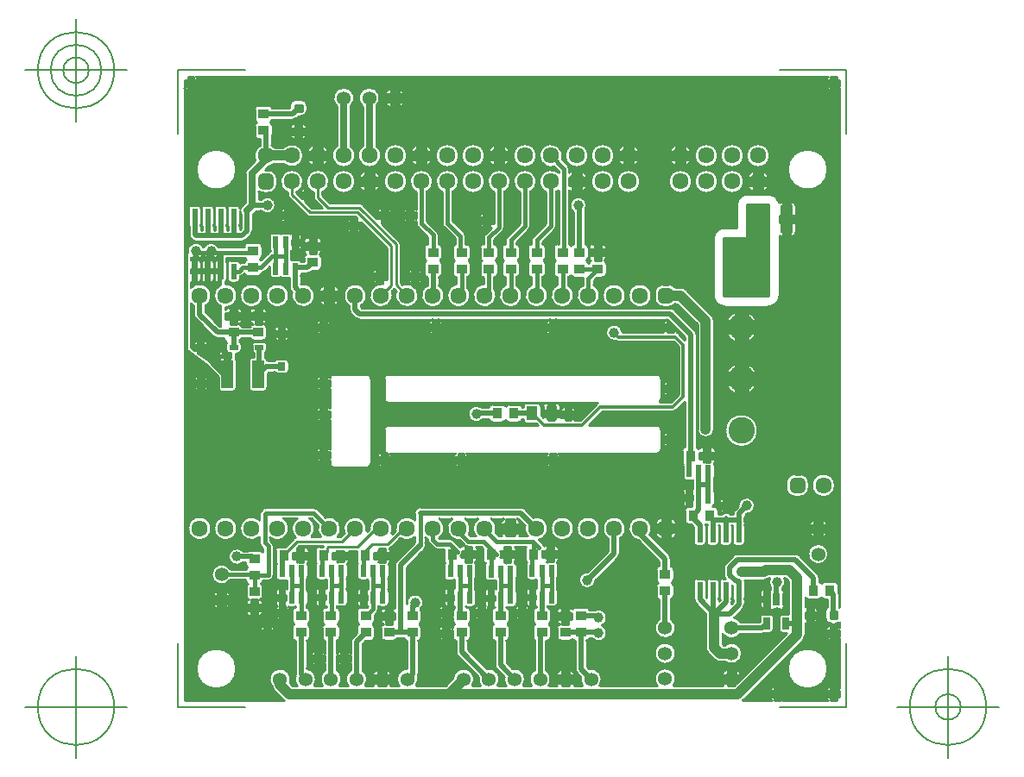
<source format=gbr>
G04 Generated by Ultiboard 14.0 *
%FSLAX34Y34*%
%MOMM*%

%ADD10C,0.0001*%
%ADD11C,0.2000*%
%ADD12C,0.3000*%
%ADD13C,0.2540*%
%ADD14C,0.4000*%
%ADD15C,1.0000*%
%ADD16C,0.5000*%
%ADD17C,0.7000*%
%ADD18C,0.1270*%
%ADD19C,1.6088*%
%ADD20R,0.5291X0.5291*%
%ADD21C,0.9949*%
%ADD22R,1.1500X2.7000*%
%ADD23R,0.6000X1.5500*%
%ADD24C,2.6000*%
%ADD25C,1.0000*%
%ADD26R,1.0000X0.9500*%
%ADD27R,0.6000X1.1500*%
%ADD28R,0.7600X0.8200*%
%ADD29R,1.0500X1.4000*%
%ADD30R,0.9500X1.0000*%
%ADD31C,1.3556*%
%ADD32R,0.7000X1.2000*%
%ADD33R,0.4000X0.5000*%
%ADD34C,0.4000*%
%ADD35R,0.5000X0.4000*%
%ADD36R,0.8500X0.5000*%


G04 ColorRGB 006633 for the following layer *
%LNCopper Top*%
%LPD*%
G54D10*
G36*
X646172Y95073D02*
X646172Y95073D01*
X646172Y604495D01*
G74*
D01*
G02X642933Y602267I6172J5504*
G01*
X642933Y602267D01*
X642933Y607067D01*
X646172Y607067D01*
X646172Y612933D01*
X642933Y612933D01*
X642933Y616172D01*
X637067Y616172D01*
X637067Y612933D01*
X632267Y612933D01*
G74*
D01*
G02X634495Y616172I7732J2933*
G01*
X634495Y616172D01*
X15505Y616172D01*
G74*
D01*
G02X17733Y612933I5504J6172*
G01*
X17733Y612933D01*
X12933Y612933D01*
X12933Y616172D01*
X7067Y616172D01*
X7067Y612933D01*
X3828Y612933D01*
X3828Y607067D01*
X7067Y607067D01*
X7067Y602267D01*
G74*
D01*
G02X3828Y604495I2933J7732*
G01*
X3828Y604495D01*
X3828Y3828D01*
X101298Y3828D01*
G74*
D01*
G02X100804Y4284I5385J6329*
G01*
X100804Y4284D01*
X91624Y13464D01*
G74*
D01*
G02X89288Y18066I5875J5876*
G01*
G75*
D01*
G02X107453Y21139I8212J6684*
G01*
X107453Y21139D01*
X110122Y18470D01*
X113975Y18470D01*
G75*
D01*
G02X112424Y28004I8525J6280*
G01*
G75*
D01*
G02X112312Y29147I5686J1134*
G01*
X112312Y29147D01*
X112312Y62166D01*
G75*
D01*
G02X109282Y65910I798J3744*
G01*
X109282Y65910D01*
X109282Y75410D01*
G74*
D01*
G02X111087Y78660I3828J0*
G01*
G75*
D01*
G02X109282Y81910I2023J3250*
G01*
X109282Y81910D01*
X109282Y91410D01*
G74*
D01*
G02X112815Y95227I3828J0*
G01*
X112815Y95227D01*
X112815Y95734D01*
G74*
D01*
G02X112022Y95637I792J3188*
G01*
X112022Y95637D01*
X106052Y95637D01*
G74*
D01*
G02X107733Y92933I6052J5637*
G01*
X107733Y92933D01*
X102933Y92933D01*
X102933Y95662D01*
G74*
D01*
G02X102522Y95637I405J3260*
G01*
X102522Y95637D01*
X101751Y95637D01*
X101751Y102443D01*
X102736Y102443D01*
X102736Y106901D01*
X101751Y106901D01*
X101751Y113708D01*
X102522Y113708D01*
G74*
D01*
G02X103727Y113480I2J3286*
G01*
X103727Y113480D01*
X103727Y121865D01*
G74*
D01*
G02X102522Y121637I1202J3057*
G01*
X102522Y121637D01*
X96522Y121637D01*
G75*
D01*
G02X93236Y124922I-1J3285*
G01*
X93236Y124922D01*
X93236Y136422D01*
G74*
D01*
G02X93724Y138145I3286J0*
G01*
X93724Y138145D01*
X93724Y138382D01*
G75*
D01*
G02X92642Y141050I2746J2667*
G01*
X92642Y141050D01*
X92642Y151050D01*
G75*
D01*
G02X96470Y154878I3828J0*
G01*
X96470Y154878D01*
X102707Y154878D01*
X111074Y163246D01*
G74*
D01*
G02X112427Y164180I3226J3226*
G01*
G75*
D01*
G02X114404Y182665I7887J8505*
G01*
X114404Y182665D01*
X100828Y182665D01*
G75*
D01*
G02X87845Y163488I-5917J-9977*
G01*
X87845Y163488D01*
X87845Y160943D01*
X89718Y159071D01*
G74*
D01*
G02X91275Y155320I3738J3750*
G01*
X91275Y155320D01*
X91275Y126620D01*
G75*
D01*
G02X85980Y121325I-5295J0*
G01*
X85980Y121325D01*
X81179Y121325D01*
G74*
D01*
G02X79083Y118436I3788J544*
G01*
G74*
D01*
G02X80676Y115620I1692J2816*
G01*
X80676Y115620D01*
X80676Y106120D01*
G75*
D01*
G02X77874Y102870I-3286J0*
G01*
G74*
D01*
G02X80676Y99620I483J3249*
G01*
X80676Y99620D01*
X80676Y97720D01*
X75240Y97720D01*
X75240Y102834D01*
X69540Y102834D01*
X69540Y97720D01*
X64104Y97720D01*
X64104Y99620D01*
G74*
D01*
G02X66906Y102870I3286J0*
G01*
G75*
D01*
G02X64104Y106120I483J3249*
G01*
X64104Y106120D01*
X64104Y115620D01*
G74*
D01*
G02X65697Y118436I3286J0*
G01*
G75*
D01*
G02X63562Y121870I1693J3433*
G01*
X63562Y121870D01*
X63562Y122205D01*
X48789Y122205D01*
G75*
D01*
G02X48789Y132795I-8538J5295*
G01*
X48789Y132795D01*
X63837Y132795D01*
G74*
D01*
G02X65367Y134620I3553J1425*
G01*
G75*
D01*
G02X63562Y137870I2023J3250*
G01*
X63562Y137870D01*
X63562Y139202D01*
X60897Y139202D01*
G75*
D01*
G02X60897Y150798I-5896J5798*
G01*
X60897Y150798D01*
X65685Y150798D01*
G75*
D01*
G02X67390Y151198I1704J-3428*
G01*
X67390Y151198D01*
X77390Y151198D01*
G74*
D01*
G02X80685Y149320I1J3828*
G01*
X80685Y149320D01*
X80685Y153127D01*
X78806Y155006D01*
G75*
D01*
G02X77255Y158762I3743J3744*
G01*
X77255Y158762D01*
X77255Y164042D01*
G75*
D01*
G02X77255Y181326I-7738J8642*
G01*
X77255Y181326D01*
X77255Y186777D01*
G75*
D01*
G02X78806Y190533I5295J12*
G01*
X78806Y190533D01*
X79977Y191704D01*
G74*
D01*
G02X83025Y193210I3745J3743*
G01*
G75*
D01*
G02X83722Y193255I689J-5251*
G01*
X83722Y193255D01*
X130440Y193255D01*
G74*
D01*
G02X134191Y191698I1J5295*
G01*
X134191Y191698D01*
X142162Y183726D01*
G75*
D01*
G02X154018Y164582I3558J-11040*
G01*
X154018Y164582D01*
X156562Y164582D01*
X160349Y168368D01*
G75*
D01*
G02X182432Y170131I10768J4312*
G01*
X182432Y170131D01*
X184916Y172616D01*
G75*
D01*
G02X207011Y167743I11600J68*
G01*
X207011Y167743D01*
X210418Y171149D01*
G75*
D01*
G02X229655Y181326I11498J1536*
G01*
X229655Y181326D01*
X229655Y185405D01*
G75*
D01*
G02X230850Y191865I5294J2361*
G01*
X230850Y191865D01*
X231044Y192059D01*
G74*
D01*
G02X233156Y193406I4100J4099*
G01*
G75*
D01*
G02X235144Y193758I1989J-5445*
G01*
X235144Y193758D01*
X333640Y193758D01*
G74*
D01*
G02X337746Y192053I1J5798*
G01*
X337746Y192053D01*
X345911Y183888D01*
G75*
D01*
G02X351560Y161389I2910J-11228*
G01*
X351560Y161389D01*
X355154Y157794D01*
G74*
D01*
G02X356354Y155947I3742J3745*
G01*
G75*
D01*
G02X357580Y156148I1224J-3627*
G01*
X357580Y156148D01*
X359288Y156148D01*
X359288Y150362D01*
X355210Y150362D01*
G74*
D01*
G02X354908Y150075I3796J3692*
G01*
X354908Y150075D01*
X354908Y144278D01*
X359288Y144278D01*
X359288Y139762D01*
G75*
D01*
G02X360830Y140146I1541J-2902*
G01*
X360830Y140146D01*
X365372Y140146D01*
X365372Y144278D01*
X370908Y144278D01*
X370908Y142320D01*
G75*
D01*
G02X369202Y139134I-3828J0*
G01*
G74*
D01*
G02X370116Y136860I2371J2274*
G01*
X370116Y136860D01*
X370116Y125360D01*
G75*
D01*
G02X369125Y123009I-3286J1*
G01*
X369125Y123009D01*
X369125Y113211D01*
G74*
D01*
G02X370116Y110860I2294J2351*
G01*
X370116Y110860D01*
X370116Y99360D01*
G75*
D01*
G02X366830Y96074I-3286J0*
G01*
X366830Y96074D01*
X360830Y96074D01*
G75*
D01*
G02X360128Y96150I1J3286*
G01*
X360128Y96150D01*
X360128Y95234D01*
G74*
D01*
G02X363158Y91490I798J3744*
G01*
X363158Y91490D01*
X363158Y81990D01*
G75*
D01*
G02X361353Y78740I-3828J0*
G01*
G74*
D01*
G02X363158Y75490I2023J3250*
G01*
X363158Y75490D01*
X363158Y65990D01*
G75*
D01*
G02X359330Y62162I-3828J0*
G01*
X359330Y62162D01*
X358298Y62162D01*
X358298Y33609D01*
G75*
D01*
G02X361025Y18470I-5796J-8859*
G01*
X361025Y18470D01*
X368975Y18470D01*
G74*
D01*
G02X367600Y20995I8525J6279*
G01*
X367600Y20995D01*
X373745Y20995D01*
X373745Y18470D01*
X381255Y18470D01*
X381255Y20995D01*
X387400Y20995D01*
G74*
D01*
G02X386025Y18470I9900J3754*
G01*
X386025Y18470D01*
X393975Y18470D01*
G75*
D01*
G02X392136Y26915I8525J6279*
G01*
X392136Y26915D01*
X388330Y30720D01*
G75*
D01*
G02X386632Y34829I4100J4100*
G01*
X386632Y34829D01*
X386632Y62246D01*
G74*
D01*
G02X384442Y63597I798J3744*
G01*
G74*
D01*
G02X382190Y62704I2252J2393*
G01*
X382190Y62704D01*
X372190Y62704D01*
G75*
D01*
G02X368904Y65990I0J3286*
G01*
X368904Y65990D01*
X368904Y75490D01*
G74*
D01*
G02X371706Y78740I3286J0*
G01*
G75*
D01*
G02X368904Y81990I483J3249*
G01*
X368904Y81990D01*
X368904Y83890D01*
X374340Y83890D01*
X374340Y78776D01*
X380040Y78776D01*
X380040Y83890D01*
X383602Y83890D01*
X383602Y89590D01*
X380040Y89590D01*
X380040Y94776D01*
X382190Y94776D01*
G74*
D01*
G02X384442Y93883I0J3286*
G01*
G75*
D01*
G02X387430Y95318I2988J-2393*
G01*
X387430Y95318D01*
X397430Y95318D01*
G74*
D01*
G02X401112Y92538I0J3828*
G01*
X401112Y92538D01*
X406020Y92538D01*
G74*
D01*
G02X406546Y92514I1J5798*
G01*
G75*
D01*
G02X413485Y77500I3469J-7507*
G01*
G75*
D01*
G02X403457Y64942I-3485J-7500*
G01*
X403457Y64942D01*
X401112Y64942D01*
G74*
D01*
G02X398228Y62246I3682J1048*
G01*
X398228Y62246D01*
X398228Y37222D01*
X400335Y35114D01*
G75*
D01*
G02X411025Y18470I2168J-10363*
G01*
X411025Y18470D01*
X466915Y18470D01*
G75*
D01*
G02X483585Y18470I8335J6529*
G01*
X483585Y18470D01*
X531915Y18470D01*
G74*
D01*
G02X530350Y21245I8335J6529*
G01*
X530350Y21245D01*
X536495Y21245D01*
X536495Y18470D01*
X542658Y18470D01*
X544005Y19817D01*
X544005Y21245D01*
X545433Y21245D01*
X594342Y70154D01*
X590200Y70154D01*
G75*
D01*
G02X586914Y73440I0J3286*
G01*
X586914Y73440D01*
X586914Y85440D01*
G74*
D01*
G02X587433Y87212I3286J0*
G01*
X587433Y87212D01*
X587433Y87267D01*
X587469Y87267D01*
G75*
D01*
G02X590200Y88726I2731J-1826*
G01*
X590200Y88726D01*
X596210Y88726D01*
X596210Y94154D01*
X596106Y94154D01*
X596106Y101034D01*
X596210Y101034D01*
X596210Y105846D01*
X596106Y105846D01*
X596106Y112726D01*
X596210Y112726D01*
X596210Y121018D01*
X593458Y123770D01*
X592361Y123770D01*
G75*
D01*
G02X589998Y113411I-7361J-3770*
G01*
X589998Y113411D01*
X589998Y112720D01*
G75*
D01*
G02X590200Y112726I199J-3280*
G01*
X590200Y112726D01*
X591294Y112726D01*
X591294Y105846D01*
X590986Y105846D01*
X590986Y101034D01*
X591294Y101034D01*
X591294Y94916D01*
G74*
D01*
G02X592233Y93133I6793J4716*
G01*
X592233Y93133D01*
X587433Y93133D01*
X587433Y94154D01*
X581567Y94154D01*
X581567Y93133D01*
X576767Y93133D01*
G74*
D01*
G02X577237Y94154I7730J2940*
G01*
X577237Y94154D01*
X577106Y94154D01*
X577106Y101034D01*
X577414Y101034D01*
X577414Y105846D01*
X577106Y105846D01*
X577106Y112726D01*
X578200Y112726D01*
G74*
D01*
G02X578402Y112720I3J3286*
G01*
X578402Y112720D01*
X578402Y115014D01*
G75*
D01*
G02X577639Y123770I6598J4986*
G01*
X577639Y123770D01*
X577459Y123770D01*
G74*
D01*
G02X571960Y121690I5499J6229*
G01*
X571960Y121690D01*
X553413Y121690D01*
G74*
D01*
G02X553656Y120450I3042J1240*
G01*
X553656Y120450D01*
X553656Y104950D01*
G75*
D01*
G02X553168Y103227I-3286J0*
G01*
X553168Y103227D01*
X553168Y97790D01*
G75*
D01*
G02X551463Y93684I-5798J1*
G01*
X551463Y93684D01*
X543003Y85224D01*
G74*
D01*
G02X549109Y80798I2754J10224*
G01*
X549109Y80798D01*
X567858Y80798D01*
X567914Y80854D01*
X567914Y85440D01*
G75*
D01*
G02X571200Y88726I3286J0*
G01*
X571200Y88726D01*
X578200Y88726D01*
G74*
D01*
G02X580931Y87267I0J3286*
G01*
X580931Y87267D01*
X581567Y87267D01*
X581567Y82467D01*
G74*
D01*
G02X581486Y82499I2998J7707*
G01*
X581486Y82499D01*
X581486Y73440D01*
G75*
D01*
G02X578200Y70154I-3286J0*
G01*
X578200Y70154D01*
X573443Y70154D01*
G74*
D01*
G02X570260Y69202I3183J4845*
G01*
X570260Y69202D01*
X549109Y69202D01*
G75*
D01*
G02X531550Y68965I-8859J5796*
G01*
X531550Y68965D01*
X531550Y59322D01*
X532562Y58310D01*
X533689Y58310D01*
G75*
D01*
G02X533689Y41690I6560J-8310*
G01*
X533689Y41690D01*
X529120Y41690D01*
G75*
D01*
G02X526322Y42175I-1J8310*
G01*
G74*
D01*
G02X523244Y44124I2799J7825*
G01*
X523244Y44124D01*
X517364Y50004D01*
G75*
D01*
G02X514930Y55894I5875J5876*
G01*
X514930Y55894D01*
X514930Y88900D01*
G74*
D01*
G02X514931Y89010I8310J21*
G01*
X514931Y89010D01*
X505170Y98770D01*
G75*
D01*
G02X503472Y102880I4100J4100*
G01*
X503472Y102880D01*
X503472Y103227D01*
G75*
D01*
G02X502984Y104950I2797J1723*
G01*
X502984Y104950D01*
X502984Y120450D01*
G75*
D01*
G02X506270Y123736I3286J0*
G01*
X506270Y123736D01*
X512270Y123736D01*
G74*
D01*
G02X515556Y120450I0J3286*
G01*
X515556Y120450D01*
X515556Y104950D01*
G75*
D01*
G02X515552Y104788I-3286J0*
G01*
X515552Y104788D01*
X515699Y104641D01*
G75*
D01*
G02X515684Y104950I3270J314*
G01*
X515684Y104950D01*
X515684Y120450D01*
G75*
D01*
G02X518970Y123736I3286J0*
G01*
X518970Y123736D01*
X524970Y123736D01*
G74*
D01*
G02X528256Y120450I0J3286*
G01*
X528256Y120450D01*
X528256Y104950D01*
G75*
D01*
G02X527768Y103227I-3286J0*
G01*
X527768Y103227D01*
X527768Y101627D01*
X528872Y102732D01*
X528872Y103227D01*
G75*
D01*
G02X528384Y104950I2797J1723*
G01*
X528384Y104950D01*
X528384Y120450D01*
G75*
D01*
G02X531670Y123736I3286J0*
G01*
X531670Y123736D01*
X533688Y123736D01*
G75*
D01*
G02X532682Y127013I4792J3264*
G01*
X532682Y127013D01*
X532682Y134611D01*
G75*
D01*
G02X534380Y138720I5798J9*
G01*
X534380Y138720D01*
X542000Y146340D01*
G75*
D01*
G02X546107Y148038I4100J-4100*
G01*
X546107Y148038D01*
X602870Y148038D01*
G74*
D01*
G02X606976Y146333I1J5798*
G01*
X606976Y146333D01*
X624743Y128566D01*
G74*
D01*
G02X626448Y124460I4092J4106*
G01*
X626448Y124460D01*
X626448Y120442D01*
G74*
D01*
G02X628650Y118783I1048J3682*
G01*
G75*
D01*
G02X631900Y120588I3250J-2023*
G01*
X631900Y120588D01*
X641400Y120588D01*
G74*
D01*
G02X645228Y116760I0J3828*
G01*
X645228Y116760D01*
X645228Y111057D01*
G74*
D01*
G02X645948Y108260I5077J2798*
G01*
X645948Y108260D01*
X645948Y95250D01*
G74*
D01*
G02X646172Y95073I3793J5030*
G01*
D02*
G37*
%LPC*%
G36*
X473271Y390067D02*
G75*
D01*
G02X464699Y398639I0J8572*
G01*
X464699Y398639D01*
X464699Y403929D01*
G75*
D01*
G02X473271Y412501I8572J0*
G01*
X473271Y412501D01*
X478561Y412501D01*
G74*
D01*
G02X484995Y409594I1J8572*
G01*
X484995Y409594D01*
X490245Y409594D01*
G75*
D01*
G02X493405Y408974I10J-8310*
G01*
G74*
D01*
G02X496140Y407152I3148J7689*
G01*
X496140Y407152D01*
X520868Y382424D01*
G74*
D01*
G02X523310Y376540I5867J5884*
G01*
X523310Y376540D01*
X523310Y270000D01*
G75*
D01*
G02X506690Y270000I-8310J0*
G01*
X506690Y270000D01*
X506690Y373098D01*
X486814Y392974D01*
X484995Y392974D01*
G74*
D01*
G02X478561Y390067I6433J5665*
G01*
X478561Y390067D01*
X473271Y390067D01*
D02*
G37*
G36*
X523440Y236116D02*
G74*
D01*
G02X523786Y234650I2939J1467*
G01*
X523786Y234650D01*
X523786Y223150D01*
G75*
D01*
G02X523298Y221427I-3286J0*
G01*
X523298Y221427D01*
X523298Y210373D01*
G74*
D01*
G02X523786Y208650I2797J1723*
G01*
X523786Y208650D01*
X523786Y197150D01*
G75*
D01*
G02X522042Y194248I-3286J0*
G01*
X522042Y194248D01*
X523290Y194248D01*
G74*
D01*
G02X527118Y190420I0J3828*
G01*
X527118Y190420D01*
X527118Y187115D01*
X530929Y187115D01*
G74*
D01*
G02X531471Y187521I3741J4429*
G01*
G74*
D01*
G02X527267Y192067I3527J7479*
G01*
X527267Y192067D01*
X532067Y192067D01*
X532067Y187866D01*
G75*
D01*
G02X537933Y187478I2603J-5180*
G01*
X537933Y187478D01*
X537933Y192067D01*
X542733Y192067D01*
G74*
D01*
G02X538124Y187343I7732J2934*
G01*
G74*
D01*
G02X538411Y187115I3461J4652*
G01*
X538411Y187115D01*
X541572Y187115D01*
X541572Y187361D01*
G75*
D01*
G02X543270Y191470I5798J9*
G01*
X543270Y191470D01*
X546730Y194930D01*
G75*
D01*
G02X554930Y186730I8270J70*
G01*
X554930Y186730D01*
X553168Y184968D01*
X553168Y183136D01*
G75*
D01*
G02X553168Y179499I-5505J-1818*
G01*
X553168Y179499D01*
X553168Y176173D01*
G74*
D01*
G02X553656Y174450I2797J1723*
G01*
X553656Y174450D01*
X553656Y158950D01*
G75*
D01*
G02X550370Y155664I-3286J0*
G01*
X550370Y155664D01*
X544370Y155664D01*
G75*
D01*
G02X541084Y158950I0J3286*
G01*
X541084Y158950D01*
X541084Y174450D01*
G74*
D01*
G02X541263Y175520I3286J0*
G01*
X541263Y175520D01*
X540777Y175520D01*
G74*
D01*
G02X540956Y174450I3107J1070*
G01*
X540956Y174450D01*
X540956Y158950D01*
G75*
D01*
G02X537670Y155664I-3286J0*
G01*
X537670Y155664D01*
X531670Y155664D01*
G75*
D01*
G02X528384Y158950I0J3286*
G01*
X528384Y158950D01*
X528384Y174450D01*
G74*
D01*
G02X528563Y175520I3286J0*
G01*
X528563Y175520D01*
X528077Y175520D01*
G74*
D01*
G02X528256Y174450I3107J1070*
G01*
X528256Y174450D01*
X528256Y158950D01*
G75*
D01*
G02X524970Y155664I-3286J0*
G01*
X524970Y155664D01*
X518970Y155664D01*
G75*
D01*
G02X515684Y158950I0J3286*
G01*
X515684Y158950D01*
X515684Y174450D01*
G74*
D01*
G02X516172Y176173I3286J0*
G01*
X516172Y176173D01*
X516172Y176592D01*
X515051Y176592D01*
G74*
D01*
G02X515068Y176173I5780J444*
G01*
G74*
D01*
G02X515556Y174450I2797J1723*
G01*
X515556Y174450D01*
X515556Y158950D01*
G75*
D01*
G02X512270Y155664I-3286J0*
G01*
X512270Y155664D01*
X506270Y155664D01*
G75*
D01*
G02X502984Y158950I0J3286*
G01*
X502984Y158950D01*
X502984Y174236D01*
X500629Y176592D01*
X497790Y176592D01*
G75*
D01*
G02X493962Y180420I0J3828*
G01*
X493962Y180420D01*
X493962Y190420D01*
G74*
D01*
G02X496118Y193864I3828J0*
G01*
X496118Y193864D01*
X495500Y193864D01*
G75*
D01*
G02X492214Y197150I0J3286*
G01*
X492214Y197150D01*
X492214Y200671D01*
X496271Y200671D01*
X496271Y193934D01*
G75*
D01*
G02X497790Y194248I1518J-3514*
G01*
X497790Y194248D01*
X500729Y194248D01*
X500729Y200671D01*
X501714Y200671D01*
X501714Y205129D01*
X500729Y205129D01*
X500729Y211936D01*
X501500Y211936D01*
G74*
D01*
G02X502202Y211860I1J3286*
G01*
X502202Y211860D01*
X502202Y219940D01*
G74*
D01*
G02X501500Y219864I703J3209*
G01*
X501500Y219864D01*
X495500Y219864D01*
G75*
D01*
G02X492214Y223150I0J3286*
G01*
X492214Y223150D01*
X492214Y234650D01*
G74*
D01*
G02X492560Y236116I3286J2*
G01*
G75*
D01*
G02X491422Y238840I2690J2724*
G01*
X491422Y238840D01*
X491422Y248840D01*
G74*
D01*
G02X494582Y252610I3828J1*
G01*
X494582Y252610D01*
X494582Y297304D01*
X485995Y288717D01*
G74*
D01*
G02X482600Y287307I3395J3382*
G01*
X482600Y287307D01*
X413465Y287307D01*
X399987Y273828D01*
X467360Y273828D01*
G74*
D01*
G02X471188Y270000I0J3828*
G01*
X471188Y270000D01*
X471188Y250000D01*
G75*
D01*
G02X467360Y246172I-3828J0*
G01*
X467360Y246172D01*
X370505Y246172D01*
G74*
D01*
G02X372733Y242933I5504J6172*
G01*
X372733Y242933D01*
X367933Y242933D01*
X367933Y246172D01*
X362067Y246172D01*
X362067Y242933D01*
X357267Y242933D01*
G74*
D01*
G02X359495Y246172I7732J2933*
G01*
X359495Y246172D01*
X280505Y246172D01*
G74*
D01*
G02X282733Y242933I5504J6172*
G01*
X282733Y242933D01*
X277933Y242933D01*
X277933Y246172D01*
X272067Y246172D01*
X272067Y242933D01*
X267267Y242933D01*
G74*
D01*
G02X269495Y246172I7732J2933*
G01*
X269495Y246172D01*
X205505Y246172D01*
G74*
D01*
G02X207733Y242933I5504J6172*
G01*
X207733Y242933D01*
X202933Y242933D01*
X202933Y246181D01*
G75*
D01*
G02X199372Y250000I267J3819*
G01*
X199372Y250000D01*
X199372Y270000D01*
G75*
D01*
G02X203200Y273828I3828J0*
G01*
X203200Y273828D01*
X349973Y273828D01*
X348337Y275464D01*
X339580Y275464D01*
G75*
D01*
G02X336294Y278750I0J3286*
G01*
X336294Y278750D01*
X336294Y279952D01*
X335264Y279952D01*
G74*
D01*
G02X331520Y276922I3744J798*
G01*
X331520Y276922D01*
X322020Y276922D01*
G75*
D01*
G02X318770Y278727I0J3828*
G01*
G74*
D01*
G02X315520Y276922I3250J2023*
G01*
X315520Y276922D01*
X306020Y276922D01*
G75*
D01*
G02X302276Y279952I0J3828*
G01*
X302276Y279952D01*
X296551Y279952D01*
G75*
D01*
G02X295052Y291548I-6551J5048*
G01*
X295052Y291548D01*
X302276Y291548D01*
G75*
D01*
G02X306020Y294578I3744J-798*
G01*
X306020Y294578D01*
X315520Y294578D01*
G74*
D01*
G02X318770Y292773I0J3828*
G01*
G75*
D01*
G02X322020Y294578I3250J-2023*
G01*
X322020Y294578D01*
X331520Y294578D01*
G74*
D01*
G02X335264Y291548I0J3828*
G01*
X335264Y291548D01*
X336294Y291548D01*
X336294Y292750D01*
G75*
D01*
G02X339580Y296036I3286J0*
G01*
X339580Y296036D01*
X350080Y296036D01*
G74*
D01*
G02X353366Y292750I0J3286*
G01*
X353366Y292750D01*
X353366Y283993D01*
X355294Y282064D01*
X355294Y282723D01*
X360803Y282723D01*
X360803Y279113D01*
X366857Y279113D01*
X366857Y282723D01*
X372366Y282723D01*
X372366Y282067D01*
X377067Y282067D01*
X377067Y279113D01*
X382933Y279113D01*
X382933Y282067D01*
X387733Y282067D01*
G74*
D01*
G02X385808Y279113I7732J2934*
G01*
X385808Y279113D01*
X391715Y279113D01*
X408091Y295489D01*
G74*
D01*
G02X408951Y296172I3391J3386*
G01*
X408951Y296172D01*
X203200Y296172D01*
G75*
D01*
G02X199372Y300000I0J3828*
G01*
X199372Y300000D01*
X199372Y320000D01*
G75*
D01*
G02X203200Y323828I3828J0*
G01*
X203200Y323828D01*
X467360Y323828D01*
G74*
D01*
G02X471188Y320000I0J3828*
G01*
X471188Y320000D01*
X471188Y300000D01*
G75*
D01*
G02X469597Y296893I-3828J-1*
G01*
X469597Y296893D01*
X480615Y296893D01*
X487967Y304245D01*
X487967Y351075D01*
X483155Y355887D01*
X429260Y355887D01*
G75*
D01*
G02X428560Y355938I-3J4793*
G01*
G74*
D01*
G02X426383Y356846I700J4742*
G01*
G75*
D01*
G02X433256Y365473I-1383J8153*
G01*
X433256Y365473D01*
X473079Y365473D01*
G74*
D01*
G02X472267Y367067I6920J4529*
G01*
X472267Y367067D01*
X477067Y367067D01*
X477067Y365473D01*
X482933Y365473D01*
X482933Y367067D01*
X487733Y367067D01*
G74*
D01*
G02X486735Y365200I7732J2933*
G01*
G74*
D01*
G02X488535Y364063I1596J4520*
G01*
X488535Y364063D01*
X494582Y358016D01*
X494582Y360818D01*
X477658Y377742D01*
X175265Y377742D01*
G75*
D01*
G02X171160Y379440I-5J5798*
G01*
X171160Y379440D01*
X167016Y383584D01*
G75*
D01*
G02X165318Y387692I4100J4100*
G01*
X165318Y387692D01*
X165318Y391237D01*
G75*
D01*
G02X176914Y391237I5798J10046*
G01*
X176914Y391237D01*
X176914Y390086D01*
X177662Y389338D01*
X480060Y389338D01*
G74*
D01*
G02X484166Y387633I1J5798*
G01*
X484166Y387633D01*
X504473Y367326D01*
G74*
D01*
G02X506178Y363220I4092J4106*
G01*
X506178Y363220D01*
X506178Y252392D01*
G74*
D01*
G02X508000Y250863I1428J3552*
G01*
G75*
D01*
G02X511250Y252668I3250J-2023*
G01*
X511250Y252668D01*
X512958Y252668D01*
X512958Y246882D01*
X508578Y246882D01*
X508578Y240798D01*
X512958Y240798D01*
X512958Y237552D01*
G75*
D01*
G02X514500Y237936I1541J-2902*
G01*
X514500Y237936D01*
X519042Y237936D01*
X519042Y240798D01*
X524578Y240798D01*
X524578Y238840D01*
G75*
D01*
G02X523440Y236116I-3828J0*
G01*
D02*
G37*
G36*
X545438Y490220D02*
G75*
D01*
G02X556260Y501042I10822J0*
G01*
X556260Y501042D01*
X576580Y501042D01*
G74*
D01*
G02X587095Y492779I0J10822*
G01*
G75*
D01*
G02X588370Y493036I1274J-3029*
G01*
X588370Y493036D01*
X590916Y493036D01*
X590916Y479454D01*
X587402Y479454D01*
X587402Y473046D01*
X590916Y473046D01*
X590916Y459464D01*
X588370Y459464D01*
G75*
D01*
G02X587402Y459610I1J3286*
G01*
X587402Y459610D01*
X587402Y401320D01*
G75*
D01*
G02X576580Y390498I-10822J0*
G01*
X576580Y390498D01*
X533400Y390498D01*
G75*
D01*
G02X522578Y401320I0J10822*
G01*
X522578Y401320D01*
X522578Y457200D01*
G75*
D01*
G02X533400Y468022I10822J0*
G01*
X533400Y468022D01*
X545438Y468022D01*
X545438Y490220D01*
D02*
G37*
G36*
X302933Y467267D02*
X302933Y467267D01*
X302933Y472067D01*
X307021Y472067D01*
X307021Y477933D01*
X302933Y477933D01*
X302933Y482733D01*
G74*
D01*
G02X307021Y479371I2933J7733*
G01*
X307021Y479371D01*
X307021Y502995D01*
G75*
D01*
G02X317611Y502995I5295J10321*
G01*
X317611Y502995D01*
X317611Y468396D01*
G75*
D01*
G02X316054Y464645I-5295J-1*
G01*
X316054Y464645D01*
X307555Y456147D01*
X307555Y452177D01*
G74*
D01*
G02X311088Y448360I295J3817*
G01*
X311088Y448360D01*
X311088Y438860D01*
G75*
D01*
G02X309283Y435610I-3828J0*
G01*
G74*
D01*
G02X311088Y432360I2023J3250*
G01*
X311088Y432360D01*
X311088Y422860D01*
G75*
D01*
G02X307555Y419043I-3828J0*
G01*
X307555Y419043D01*
X307555Y408026D01*
G75*
D01*
G02X296965Y412827I-9439J-6741*
G01*
X296965Y412827D01*
X296965Y419043D01*
G75*
D01*
G02X293432Y422860I295J3817*
G01*
X293432Y422860D01*
X293432Y432360D01*
G74*
D01*
G02X295237Y435610I3828J0*
G01*
G75*
D01*
G02X293432Y438860I2023J3250*
G01*
X293432Y438860D01*
X293432Y448360D01*
G74*
D01*
G02X296965Y452177I3828J0*
G01*
X296965Y452177D01*
X296965Y458332D01*
G75*
D01*
G02X298516Y462084I5295J8*
G01*
X298516Y462084D01*
X304479Y468048D01*
G74*
D01*
G02X302933Y467267I4481J6950*
G01*
D02*
G37*
G36*
X297238Y476172D02*
G75*
D01*
G02X297238Y476172I2762J-1172*
G01*
D02*
G37*
G36*
X256221Y472556D02*
X256221Y472556D01*
X256221Y502995D01*
G75*
D01*
G02X266811Y502995I5295J10321*
G01*
X266811Y502995D01*
X266811Y474737D01*
X278058Y463491D01*
G74*
D01*
G02X279615Y459740I3738J3750*
G01*
X279615Y459740D01*
X279615Y452188D01*
X280590Y452188D01*
G74*
D01*
G02X284418Y448360I0J3828*
G01*
X284418Y448360D01*
X284418Y438860D01*
G75*
D01*
G02X282613Y435610I-3828J0*
G01*
G74*
D01*
G02X284418Y432360I2023J3250*
G01*
X284418Y432360D01*
X284418Y422860D01*
G75*
D01*
G02X280885Y419043I-3828J0*
G01*
X280885Y419043D01*
X280885Y409520D01*
G75*
D01*
G02X270295Y412629I-8169J-8236*
G01*
X270295Y412629D01*
X270295Y419043D01*
G75*
D01*
G02X266762Y422860I295J3817*
G01*
X266762Y422860D01*
X266762Y432360D01*
G74*
D01*
G02X268567Y435610I3828J0*
G01*
G75*
D01*
G02X266762Y438860I2023J3250*
G01*
X266762Y438860D01*
X266762Y448360D01*
G74*
D01*
G02X269025Y451854I3828J1*
G01*
X269025Y451854D01*
X269025Y457547D01*
X257772Y468800D01*
G75*
D01*
G02X256221Y472556I3743J3744*
G01*
D02*
G37*
G36*
X230821Y502995D02*
G75*
D01*
G02X241411Y502995I5295J10321*
G01*
X241411Y502995D01*
X241411Y474737D01*
X251388Y464761D01*
G74*
D01*
G02X252945Y461010I3738J3750*
G01*
X252945Y461010D01*
X252945Y452177D01*
G74*
D01*
G02X256478Y448360I295J3817*
G01*
X256478Y448360D01*
X256478Y438860D01*
G75*
D01*
G02X254673Y435610I-3828J0*
G01*
G74*
D01*
G02X256478Y432360I2023J3250*
G01*
X256478Y432360D01*
X256478Y422860D01*
G75*
D01*
G02X253448Y419116I-3828J0*
G01*
X253448Y419116D01*
X253448Y411131D01*
G75*
D01*
G02X241852Y411517I-6132J-9847*
G01*
X241852Y411517D01*
X241852Y419116D01*
G75*
D01*
G02X238822Y422860I798J3744*
G01*
X238822Y422860D01*
X238822Y432360D01*
G74*
D01*
G02X240627Y435610I3828J0*
G01*
G75*
D01*
G02X238822Y438860I2023J3250*
G01*
X238822Y438860D01*
X238822Y448360D01*
G74*
D01*
G02X242355Y452177I3828J0*
G01*
X242355Y452177D01*
X242355Y458817D01*
X236172Y464999D01*
X236172Y464999D01*
X232372Y468800D01*
G75*
D01*
G02X230821Y472554I3743J3744*
G01*
X230821Y472554D01*
X230821Y474125D01*
G74*
D01*
G02X227933Y472267I5821J5874*
G01*
X227933Y472267D01*
X227933Y477067D01*
X230821Y477067D01*
X230821Y482933D01*
X227933Y482933D01*
X227933Y487733D01*
G74*
D01*
G02X230821Y485875I2933J7732*
G01*
X230821Y485875D01*
X230821Y502995D01*
D02*
G37*
G36*
X236172Y543161D02*
G75*
D01*
G02X236172Y543161I-56J-4445*
G01*
D02*
G37*
G36*
X320106Y459674D02*
X320106Y459674D01*
X332421Y471989D01*
X332421Y502995D01*
G75*
D01*
G02X343011Y502995I5295J10321*
G01*
X343011Y502995D01*
X343011Y469796D01*
G75*
D01*
G02X341454Y466045I-5295J-1*
G01*
X341454Y466045D01*
X329145Y453737D01*
X329145Y452177D01*
G74*
D01*
G02X332678Y448360I295J3817*
G01*
X332678Y448360D01*
X332678Y438860D01*
G75*
D01*
G02X330873Y435610I-3828J0*
G01*
G74*
D01*
G02X332678Y432360I2023J3250*
G01*
X332678Y432360D01*
X332678Y422860D01*
G75*
D01*
G02X329145Y419043I-3828J0*
G01*
X329145Y419043D01*
X329145Y411427D01*
G75*
D01*
G02X318555Y411770I-5629J-10143*
G01*
X318555Y411770D01*
X318555Y419043D01*
G75*
D01*
G02X315022Y422860I295J3817*
G01*
X315022Y422860D01*
X315022Y432360D01*
G74*
D01*
G02X316827Y435610I3828J0*
G01*
G75*
D01*
G02X315022Y438860I2023J3250*
G01*
X315022Y438860D01*
X315022Y448360D01*
G74*
D01*
G02X318555Y452177I3828J0*
G01*
X318555Y452177D01*
X318555Y455921D01*
G75*
D01*
G02X320106Y459674I5295J9*
G01*
D02*
G37*
G36*
X476172Y536890D02*
G75*
D01*
G02X476172Y536890I-11456J1826*
G01*
D02*
G37*
G36*
X476172Y511490D02*
G75*
D01*
G02X476172Y511490I-11456J1826*
G01*
D02*
G37*
G36*
X381215Y504301D02*
X381215Y504301D01*
X381215Y451854D01*
G74*
D01*
G02X382905Y450375I1565J3493*
G01*
G74*
D01*
G02X385362Y452104I3255J2015*
G01*
X385362Y452104D01*
X385362Y483153D01*
G75*
D01*
G02X396958Y485530I4638J6846*
G01*
X396958Y485530D01*
X396958Y452104D01*
G74*
D01*
G02X399988Y448360I798J3744*
G01*
X399988Y448360D01*
X399988Y438860D01*
G75*
D01*
G02X398183Y435610I-3828J0*
G01*
G74*
D01*
G02X399949Y432905I2023J3250*
G01*
X399949Y432905D01*
X400151Y432905D01*
G74*
D01*
G02X401917Y435610I3788J544*
G01*
G75*
D01*
G02X400112Y438860I2023J3250*
G01*
X400112Y438860D01*
X400112Y440568D01*
X405898Y440568D01*
X405898Y436188D01*
X411982Y436188D01*
X411982Y440568D01*
X417768Y440568D01*
X417768Y438860D01*
G75*
D01*
G02X415963Y435610I-3828J0*
G01*
G74*
D01*
G02X417768Y432360I2023J3250*
G01*
X417768Y432360D01*
X417768Y422860D01*
G75*
D01*
G02X413940Y419032I-3828J0*
G01*
X413940Y419032D01*
X407851Y419032D01*
X405012Y416193D01*
X405012Y411605D01*
G75*
D01*
G02X394421Y411605I-5295J-10321*
G01*
X394421Y411605D01*
X394421Y418380D01*
G75*
D01*
G02X394460Y419032I5295J10*
G01*
X394460Y419032D01*
X386160Y419032D01*
G75*
D01*
G02X382905Y420845I0J3828*
G01*
G74*
D01*
G02X379945Y419043I3255J2015*
G01*
X379945Y419043D01*
X379945Y411427D01*
G75*
D01*
G02X369355Y411770I-5629J-10143*
G01*
X369355Y411770D01*
X369355Y419043D01*
G75*
D01*
G02X365822Y422860I295J3817*
G01*
X365822Y422860D01*
X365822Y432360D01*
G74*
D01*
G02X367627Y435610I3828J0*
G01*
G75*
D01*
G02X365822Y438860I2023J3250*
G01*
X365822Y438860D01*
X365822Y448360D01*
G75*
D01*
G02X369650Y452188I3828J0*
G01*
X369650Y452188D01*
X370625Y452188D01*
X370625Y504474D01*
G74*
D01*
G02X368411Y502995I7508J8843*
G01*
X368411Y502995D01*
X368411Y469796D01*
G75*
D01*
G02X366854Y466045I-5295J-1*
G01*
X366854Y466045D01*
X354545Y453737D01*
X354545Y452177D01*
G74*
D01*
G02X358078Y448360I295J3817*
G01*
X358078Y448360D01*
X358078Y438860D01*
G75*
D01*
G02X356273Y435610I-3828J0*
G01*
G74*
D01*
G02X358078Y432360I2023J3250*
G01*
X358078Y432360D01*
X358078Y422860D01*
G75*
D01*
G02X354545Y419043I-3828J0*
G01*
X354545Y419043D01*
X354545Y411427D01*
G75*
D01*
G02X343955Y411770I-5629J-10143*
G01*
X343955Y411770D01*
X343955Y419043D01*
G75*
D01*
G02X340422Y422860I295J3817*
G01*
X340422Y422860D01*
X340422Y432360D01*
G74*
D01*
G02X342227Y435610I3828J0*
G01*
G75*
D01*
G02X340422Y438860I2023J3250*
G01*
X340422Y438860D01*
X340422Y448360D01*
G74*
D01*
G02X343955Y452177I3828J0*
G01*
X343955Y452177D01*
X343955Y455921D01*
G75*
D01*
G02X345506Y459674I5295J9*
G01*
X345506Y459674D01*
X357821Y471989D01*
X357821Y502995D01*
G75*
D01*
G02X370625Y522158I5296J10320*
G01*
X370625Y522158D01*
X370625Y523719D01*
X366670Y527674D01*
G75*
D01*
G02X374158Y535162I-3553J11041*
G01*
X374158Y535162D01*
X379658Y529663D01*
G74*
D01*
G02X381215Y525912I3738J3750*
G01*
X381215Y525912D01*
X381215Y522331D01*
G74*
D01*
G02X384402Y524162I7299J9016*
G01*
X384402Y524162D01*
X384402Y517430D01*
X381215Y517430D01*
X381215Y509202D01*
X384402Y509202D01*
X384402Y502470D01*
G74*
D01*
G02X381215Y504301I4112J10847*
G01*
D02*
G37*
G36*
X472267Y372933D02*
G74*
D01*
G02X477067Y377733I7733J2933*
G01*
X477067Y377733D01*
X477067Y372933D01*
X472267Y372933D01*
D02*
G37*
G36*
X232933Y427733D02*
G74*
D01*
G02X237733Y422933I2933J7733*
G01*
X237733Y422933D01*
X232933Y422933D01*
X232933Y427733D01*
D02*
G37*
G36*
X232933Y412267D02*
X232933Y412267D01*
X232933Y417067D01*
X237733Y417067D01*
G74*
D01*
G02X232933Y412267I7733J2933*
G01*
D02*
G37*
G36*
X472267Y312933D02*
G74*
D01*
G02X477067Y317733I7733J2933*
G01*
X477067Y317733D01*
X477067Y312933D01*
X472267Y312933D01*
D02*
G37*
G36*
X472267Y307067D02*
X472267Y307067D01*
X477067Y307067D01*
X477067Y302267D01*
G74*
D01*
G02X472267Y307067I2933J7733*
G01*
D02*
G37*
G36*
X472267Y262933D02*
G74*
D01*
G02X477067Y267733I7733J2933*
G01*
X477067Y267733D01*
X477067Y262933D01*
X472267Y262933D01*
D02*
G37*
G36*
X472267Y257067D02*
X472267Y257067D01*
X477067Y257067D01*
X477067Y252267D01*
G74*
D01*
G02X472267Y257067I2933J7733*
G01*
D02*
G37*
G36*
X362067Y232267D02*
G74*
D01*
G02X357267Y237067I2933J7733*
G01*
X357267Y237067D01*
X362067Y237067D01*
X362067Y232267D01*
D02*
G37*
G36*
X277933Y232267D02*
X277933Y232267D01*
X277933Y237067D01*
X282733Y237067D01*
G74*
D01*
G02X277933Y232267I7733J2933*
G01*
D02*
G37*
G36*
X272067Y232267D02*
G74*
D01*
G02X267267Y237067I2933J7733*
G01*
X267267Y237067D01*
X272067Y237067D01*
X272067Y232267D01*
D02*
G37*
G36*
X367933Y232267D02*
X367933Y232267D01*
X367933Y237067D01*
X372733Y237067D01*
G74*
D01*
G02X367933Y232267I7733J2933*
G01*
D02*
G37*
G36*
X202933Y472267D02*
X202933Y472267D01*
X202933Y477067D01*
X207733Y477067D01*
G74*
D01*
G02X202933Y472267I7733J2933*
G01*
D02*
G37*
G36*
X202114Y424217D02*
X202114Y424217D01*
X202114Y447954D01*
X177135Y472933D01*
X172933Y472933D01*
X172933Y477135D01*
X171490Y478578D01*
X126468Y478578D01*
G75*
D01*
G02X123234Y479914I-8J4562*
G01*
X123234Y479914D01*
X105890Y497258D01*
G75*
D01*
G02X104554Y500494I3226J3226*
G01*
X104554Y500494D01*
X104554Y502651D01*
G75*
D01*
G02X113678Y502651I4562J10664*
G01*
X113678Y502651D01*
X113678Y502374D01*
X118984Y497067D01*
X122067Y497067D01*
X122067Y493984D01*
X128350Y487702D01*
X138306Y487702D01*
X131330Y494678D01*
G74*
D01*
G02X127933Y492267I6330J5320*
G01*
X127933Y492267D01*
X127933Y497067D01*
X130039Y497067D01*
G75*
D01*
G02X129954Y497952I4477J877*
G01*
X129954Y497952D01*
X129954Y502651D01*
G74*
D01*
G02X129344Y502933I4560J10665*
G01*
X129344Y502933D01*
X127933Y502933D01*
X127933Y503765D01*
G75*
D01*
G02X139078Y502651I6583J9550*
G01*
X139078Y502651D01*
X139078Y499834D01*
X146670Y492242D01*
X175260Y492242D01*
G74*
D01*
G02X178491Y490900I1J4562*
G01*
X178491Y490900D01*
X192324Y477067D01*
X197067Y477067D01*
X197067Y472324D01*
X214436Y454955D01*
G74*
D01*
G02X215778Y451724I3219J3231*
G01*
X215778Y451724D01*
X215778Y413874D01*
X217600Y412051D01*
G75*
D01*
G02X211149Y405600I4315J-10766*
G01*
X211149Y405600D01*
X209216Y407532D01*
X207283Y405600D01*
G75*
D01*
G02X197933Y412797I-10766J-4315*
G01*
X197933Y412797D01*
X197933Y417067D01*
X202114Y417067D01*
X202114Y422933D01*
X197933Y422933D01*
X197933Y427733D01*
G74*
D01*
G02X202114Y424217I2934J7732*
G01*
D02*
G37*
G36*
X162267Y472933D02*
G74*
D01*
G02X167067Y477733I7733J2933*
G01*
X167067Y477733D01*
X167067Y472933D01*
X162267Y472933D01*
D02*
G37*
G36*
X107933Y472267D02*
X107933Y472267D01*
X107933Y477067D01*
X112733Y477067D01*
G74*
D01*
G02X107933Y472267I7733J2933*
G01*
D02*
G37*
G36*
X102067Y472267D02*
G74*
D01*
G02X97267Y477067I2933J7733*
G01*
X97267Y477067D01*
X102067Y477067D01*
X102067Y472267D01*
D02*
G37*
G36*
X33084Y486870D02*
G75*
D01*
G02X36370Y490156I3286J0*
G01*
X36370Y490156D01*
X42370Y490156D01*
G74*
D01*
G02X45656Y486870I0J3286*
G01*
X45656Y486870D01*
X45656Y471370D01*
G75*
D01*
G02X45168Y469647I-3286J0*
G01*
X45168Y469647D01*
X45168Y465798D01*
X46272Y465798D01*
X46272Y469647D01*
G75*
D01*
G02X45784Y471370I2797J1723*
G01*
X45784Y471370D01*
X45784Y486870D01*
G75*
D01*
G02X49070Y490156I3286J0*
G01*
X49070Y490156D01*
X55070Y490156D01*
G74*
D01*
G02X58356Y486870I0J3286*
G01*
X58356Y486870D01*
X58356Y486460D01*
G74*
D01*
G02X60190Y489810I6643J1460*
G01*
X60190Y489810D01*
X63197Y492818D01*
X63197Y521395D01*
G75*
D01*
G02X65190Y526218I6803J12*
G01*
X65190Y526218D01*
X73073Y534102D01*
G75*
D01*
G02X77918Y548763I10643J4614*
G01*
X77918Y548763D01*
X77918Y554922D01*
X76280Y554922D01*
G75*
D01*
G02X72452Y558750I0J3828*
G01*
X72452Y558750D01*
X72452Y568250D01*
G74*
D01*
G02X74257Y571500I3828J0*
G01*
G75*
D01*
G02X72452Y574750I2023J3250*
G01*
X72452Y574750D01*
X72452Y584250D01*
G75*
D01*
G02X76280Y588078I3828J0*
G01*
X76280Y588078D01*
X86280Y588078D01*
G74*
D01*
G02X89962Y585298I0J3828*
G01*
X89962Y585298D01*
X106770Y585298D01*
X106770Y587540D01*
G75*
D01*
G02X113070Y593840I6300J0*
G01*
X113070Y593840D01*
X118070Y593840D01*
G74*
D01*
G02X124370Y587540I0J6300*
G01*
X124370Y587540D01*
X124370Y583540D01*
G75*
D01*
G02X118070Y577240I-6300J0*
G01*
X118070Y577240D01*
X115469Y577240D01*
X113636Y575407D01*
G74*
D01*
G02X109530Y573702I4106J4092*
G01*
X109530Y573702D01*
X89962Y573702D01*
G74*
D01*
G02X88303Y571500I3682J1048*
G01*
G74*
D01*
G02X90108Y568250I2023J3250*
G01*
X90108Y568250D01*
X90108Y558750D01*
G75*
D01*
G02X89514Y556701I-3828J-1*
G01*
X89514Y556701D01*
X89514Y548763D01*
G74*
D01*
G02X91810Y547026I5796J10047*
G01*
X91810Y547026D01*
X101022Y547026D01*
G75*
D01*
G02X101022Y530406I8093J-8310*
G01*
X101022Y530406D01*
X91810Y530406D01*
G74*
D01*
G02X85460Y527248I8093J8310*
G01*
X85460Y527248D01*
X82746Y524533D01*
X86361Y524533D01*
G74*
D01*
G02X94933Y515961I0J8572*
G01*
X94933Y515961D01*
X94933Y510671D01*
G75*
D01*
G02X86361Y502099I-8572J0*
G01*
X86361Y502099D01*
X81071Y502099D01*
G75*
D01*
G02X76803Y503237I0J8572*
G01*
X76803Y503237D01*
X76803Y496018D01*
X79327Y496018D01*
G75*
D01*
G02X78894Y484422I5673J-6018*
G01*
X78894Y484422D01*
X74043Y484422D01*
X70798Y481177D01*
X70798Y465000D01*
G75*
D01*
G02X69093Y460894I-5798J1*
G01*
X69093Y460894D01*
X64106Y455907D01*
G74*
D01*
G02X60000Y454202I4106J4092*
G01*
X60000Y454202D01*
X50009Y454202D01*
G75*
D01*
G02X49991Y454202I-9J5798*
G01*
X49991Y454202D01*
X25004Y454202D01*
G75*
D01*
G02X24996Y454202I-4J5798*
G01*
X24996Y454202D01*
X15000Y454202D01*
G75*
D01*
G02X10900Y455900I0J5798*
G01*
X10900Y455900D01*
X9870Y456930D01*
G75*
D01*
G02X8172Y461036I4100J4100*
G01*
X8172Y461036D01*
X8172Y469647D01*
G75*
D01*
G02X7684Y471370I2797J1723*
G01*
X7684Y471370D01*
X7684Y486870D01*
G75*
D01*
G02X10970Y490156I3286J0*
G01*
X10970Y490156D01*
X16970Y490156D01*
G74*
D01*
G02X20256Y486870I0J3286*
G01*
X20256Y486870D01*
X20256Y471370D01*
G75*
D01*
G02X19768Y469647I-3286J0*
G01*
X19768Y469647D01*
X19768Y465798D01*
X20872Y465798D01*
X20872Y469647D01*
G75*
D01*
G02X20384Y471370I2797J1723*
G01*
X20384Y471370D01*
X20384Y486870D01*
G75*
D01*
G02X23670Y490156I3286J0*
G01*
X23670Y490156D01*
X29670Y490156D01*
G74*
D01*
G02X32956Y486870I0J3286*
G01*
X32956Y486870D01*
X32956Y471370D01*
G75*
D01*
G02X32468Y469647I-3286J0*
G01*
X32468Y469647D01*
X32468Y465798D01*
X33572Y465798D01*
X33572Y469647D01*
G75*
D01*
G02X33084Y471370I2797J1723*
G01*
X33084Y471370D01*
X33084Y486870D01*
D02*
G37*
G36*
X222067Y472267D02*
G74*
D01*
G02X217267Y477067I2933J7733*
G01*
X217267Y477067D01*
X222067Y477067D01*
X222067Y472267D01*
D02*
G37*
G36*
X460129Y166191D02*
X460129Y166191D01*
X476172Y150148D01*
X479073Y147246D01*
G74*
D01*
G02X480778Y143140I4092J4106*
G01*
X480778Y143140D01*
X480778Y135874D01*
G74*
D01*
G02X483808Y132130I798J3744*
G01*
X483808Y132130D01*
X483808Y122630D01*
G75*
D01*
G02X482003Y119380I-3828J0*
G01*
G74*
D01*
G02X483808Y116130I2023J3250*
G01*
X483808Y116130D01*
X483808Y106630D01*
G75*
D01*
G02X480778Y102886I-3828J0*
G01*
X480778Y102886D01*
X480778Y84030D01*
G75*
D01*
G02X469182Y83677I-5529J-9029*
G01*
X469182Y83677D01*
X469182Y102886D01*
G75*
D01*
G02X466152Y106630I798J3744*
G01*
X466152Y106630D01*
X466152Y116130D01*
G74*
D01*
G02X467957Y119380I3828J0*
G01*
G75*
D01*
G02X466152Y122630I2023J3250*
G01*
X466152Y122630D01*
X466152Y132130D01*
G74*
D01*
G02X469182Y135874I3828J0*
G01*
X469182Y135874D01*
X469182Y140738D01*
X448692Y161228D01*
G75*
D01*
G02X460129Y166191I1824J11456*
G01*
D02*
G37*
G36*
X476172Y177652D02*
G75*
D01*
G02X476172Y177652I-256J-4968*
G01*
D02*
G37*
G36*
X476172Y60548D02*
G75*
D01*
G02X476172Y60548I-922J-10548*
G01*
D02*
G37*
G36*
X192267Y237067D02*
X192267Y237067D01*
X197067Y237067D01*
X197067Y232267D01*
G74*
D01*
G02X192267Y237067I2933J7733*
G01*
D02*
G37*
G36*
X207733Y237067D02*
G74*
D01*
G02X202933Y232267I7733J2933*
G01*
X202933Y232267D01*
X202933Y237067D01*
X207733Y237067D01*
D02*
G37*
G36*
X186708Y236220D02*
G75*
D01*
G02X182880Y232392I-3828J0*
G01*
X182880Y232392D01*
X149860Y232392D01*
G75*
D01*
G02X146032Y236220I0J3828*
G01*
X146032Y236220D01*
X146032Y239342D01*
G74*
D01*
G02X142933Y237267I6032J5657*
G01*
X142933Y237267D01*
X142933Y242067D01*
X146032Y242067D01*
X146032Y247933D01*
X142933Y247933D01*
X142933Y252733D01*
G74*
D01*
G02X146032Y250658I2933J7732*
G01*
X146032Y250658D01*
X146032Y279342D01*
G74*
D01*
G02X142933Y277267I6032J5657*
G01*
X142933Y277267D01*
X142933Y282067D01*
X146032Y282067D01*
X146032Y287933D01*
X142933Y287933D01*
X142933Y292733D01*
G74*
D01*
G02X146032Y290658I2933J7732*
G01*
X146032Y290658D01*
X146032Y309342D01*
G74*
D01*
G02X142933Y307267I6032J5657*
G01*
X142933Y307267D01*
X142933Y312067D01*
X146032Y312067D01*
X146032Y317933D01*
X142933Y317933D01*
X142933Y322733D01*
G74*
D01*
G02X146075Y320612I2933J7732*
G01*
G75*
D01*
G02X149860Y323868I3784J-571*
G01*
X149860Y323868D01*
X182880Y323868D01*
G74*
D01*
G02X186708Y320040I0J3828*
G01*
X186708Y320040D01*
X186708Y236220D01*
D02*
G37*
G36*
X477000Y370000D02*
G75*
D01*
G02X477000Y370000I3000J0*
G01*
D02*
G37*
G36*
X477000Y310000D02*
G75*
D01*
G02X477000Y310000I3000J0*
G01*
D02*
G37*
G36*
X487733Y307067D02*
G74*
D01*
G02X482933Y302267I7733J2933*
G01*
X482933Y302267D01*
X482933Y307067D01*
X487733Y307067D01*
D02*
G37*
G36*
X482933Y317733D02*
G74*
D01*
G02X487733Y312933I2933J7733*
G01*
X487733Y312933D01*
X482933Y312933D01*
X482933Y317733D01*
D02*
G37*
G36*
X487733Y257067D02*
G74*
D01*
G02X482933Y252267I7733J2933*
G01*
X482933Y252267D01*
X482933Y257067D01*
X487733Y257067D01*
D02*
G37*
G36*
X477000Y260000D02*
G75*
D01*
G02X477000Y260000I3000J0*
G01*
D02*
G37*
G36*
X482933Y267733D02*
G74*
D01*
G02X487733Y262933I2933J7733*
G01*
X487733Y262933D01*
X482933Y262933D01*
X482933Y267733D01*
D02*
G37*
G36*
X382933Y292733D02*
G74*
D01*
G02X387733Y287933I2933J7733*
G01*
X387733Y287933D01*
X382933Y287933D01*
X382933Y292733D01*
D02*
G37*
G36*
X377000Y285000D02*
G75*
D01*
G02X377000Y285000I3000J0*
G01*
D02*
G37*
G36*
X358580Y296036D02*
X358580Y296036D01*
X360803Y296036D01*
X360803Y288777D01*
X355294Y288777D01*
X355294Y292750D01*
G75*
D01*
G02X358580Y296036I3286J0*
G01*
D02*
G37*
G36*
X372366Y292750D02*
X372366Y292750D01*
X372366Y288777D01*
X366857Y288777D01*
X366857Y296036D01*
X369080Y296036D01*
G74*
D01*
G02X372366Y292750I0J3286*
G01*
D02*
G37*
G36*
X372267Y287933D02*
G74*
D01*
G02X377067Y292733I7733J2933*
G01*
X377067Y292733D01*
X377067Y287933D01*
X372267Y287933D01*
D02*
G37*
G36*
X362000Y240000D02*
G75*
D01*
G02X362000Y240000I3000J0*
G01*
D02*
G37*
G36*
X272000Y240000D02*
G75*
D01*
G02X272000Y240000I3000J0*
G01*
D02*
G37*
G36*
X367933Y377733D02*
G74*
D01*
G02X372733Y372933I2933J7733*
G01*
X372733Y372933D01*
X367933Y372933D01*
X367933Y377733D01*
D02*
G37*
G36*
X372733Y367067D02*
G74*
D01*
G02X367933Y362267I7733J2933*
G01*
X367933Y362267D01*
X367933Y367067D01*
X372733Y367067D01*
D02*
G37*
G36*
X357267Y372933D02*
G74*
D01*
G02X362067Y377733I7733J2933*
G01*
X362067Y377733D01*
X362067Y372933D01*
X357267Y372933D01*
D02*
G37*
G36*
X362067Y362267D02*
G74*
D01*
G02X357267Y367067I2933J7733*
G01*
X357267Y367067D01*
X362067Y367067D01*
X362067Y362267D01*
D02*
G37*
G36*
X362000Y370000D02*
G75*
D01*
G02X362000Y370000I3000J0*
G01*
D02*
G37*
G36*
X242267Y372933D02*
G74*
D01*
G02X247067Y377733I7733J2933*
G01*
X247067Y377733D01*
X247067Y372933D01*
X242267Y372933D01*
D02*
G37*
G36*
X252933Y377733D02*
G74*
D01*
G02X257733Y372933I2933J7733*
G01*
X257733Y372933D01*
X252933Y372933D01*
X252933Y377733D01*
D02*
G37*
G36*
X257733Y367067D02*
G74*
D01*
G02X252933Y362267I7733J2933*
G01*
X252933Y362267D01*
X252933Y367067D01*
X257733Y367067D01*
D02*
G37*
G36*
X247067Y362267D02*
G74*
D01*
G02X242267Y367067I2933J7733*
G01*
X242267Y367067D01*
X247067Y367067D01*
X247067Y362267D01*
D02*
G37*
G36*
X247000Y370000D02*
G75*
D01*
G02X247000Y370000I3000J0*
G01*
D02*
G37*
G36*
X297067Y467267D02*
G74*
D01*
G02X292267Y472067I2933J7733*
G01*
X292267Y472067D01*
X297067Y472067D01*
X297067Y467267D01*
D02*
G37*
G36*
X413940Y452188D02*
G74*
D01*
G02X417768Y448360I0J3828*
G01*
X417768Y448360D01*
X417768Y446652D01*
X411982Y446652D01*
X411982Y452188D01*
X413940Y452188D01*
D02*
G37*
G36*
X403940Y452188D02*
X403940Y452188D01*
X405898Y452188D01*
X405898Y446652D01*
X400112Y446652D01*
X400112Y448360D01*
G75*
D01*
G02X403940Y452188I3828J0*
G01*
D02*
G37*
G36*
X438916Y401284D02*
G75*
D01*
G02X438916Y401284I11600J0*
G01*
D02*
G37*
G36*
X413516Y401284D02*
G75*
D01*
G02X413516Y401284I11600J0*
G01*
D02*
G37*
G36*
X637067Y602267D02*
G74*
D01*
G02X632267Y607067I2933J7733*
G01*
X632267Y607067D01*
X637067Y607067D01*
X637067Y602267D01*
D02*
G37*
G36*
X494230Y549562D02*
G74*
D01*
G02X500962Y542830I4114J10846*
G01*
X500962Y542830D01*
X494230Y542830D01*
X494230Y549562D01*
D02*
G37*
G36*
X479270Y542830D02*
G74*
D01*
G02X486002Y549562I10846J4114*
G01*
X486002Y549562D01*
X486002Y542830D01*
X479270Y542830D01*
D02*
G37*
G36*
X554716Y538716D02*
G75*
D01*
G02X554716Y538716I11600J0*
G01*
D02*
G37*
G36*
X529316Y538716D02*
G75*
D01*
G02X529316Y538716I11600J0*
G01*
D02*
G37*
G36*
X503916Y538716D02*
G75*
D01*
G02X503916Y538716I11600J0*
G01*
D02*
G37*
G36*
X485671Y538716D02*
G75*
D01*
G02X485671Y538716I4445J0*
G01*
D02*
G37*
G36*
X500962Y534602D02*
G74*
D01*
G02X494230Y527870I10846J4114*
G01*
X494230Y527870D01*
X494230Y534602D01*
X500962Y534602D01*
D02*
G37*
G36*
X486002Y527870D02*
G74*
D01*
G02X479270Y534602I4114J10846*
G01*
X479270Y534602D01*
X486002Y534602D01*
X486002Y527870D01*
D02*
G37*
G36*
X595190Y525000D02*
G75*
D01*
G02X595190Y525000I19810J0*
G01*
D02*
G37*
G36*
X561871Y513316D02*
G75*
D01*
G02X561871Y513316I4445J0*
G01*
D02*
G37*
G36*
X577162Y509202D02*
G74*
D01*
G02X570430Y502470I10846J4114*
G01*
X570430Y502470D01*
X570430Y509202D01*
X577162Y509202D01*
D02*
G37*
G36*
X570430Y524162D02*
G74*
D01*
G02X577162Y517430I4114J10846*
G01*
X577162Y517430D01*
X570430Y517430D01*
X570430Y524162D01*
D02*
G37*
G36*
X562202Y502470D02*
G74*
D01*
G02X555470Y509202I4114J10846*
G01*
X555470Y509202D01*
X562202Y509202D01*
X562202Y502470D01*
D02*
G37*
G36*
X555470Y517430D02*
G74*
D01*
G02X562202Y524162I10846J4114*
G01*
X562202Y524162D01*
X562202Y517430D01*
X555470Y517430D01*
D02*
G37*
G36*
X529316Y513316D02*
G75*
D01*
G02X529316Y513316I11600J0*
G01*
D02*
G37*
G36*
X503916Y513316D02*
G75*
D01*
G02X503916Y513316I11600J0*
G01*
D02*
G37*
G36*
X478516Y513316D02*
G75*
D01*
G02X478516Y513316I11600J0*
G01*
D02*
G37*
G36*
X599870Y493036D02*
G74*
D01*
G02X603156Y489750I0J3286*
G01*
X603156Y489750D01*
X603156Y479454D01*
X597324Y479454D01*
X597324Y493036D01*
X599870Y493036D01*
D02*
G37*
G36*
X637000Y610000D02*
G75*
D01*
G02X637000Y610000I3000J0*
G01*
D02*
G37*
G36*
X219900Y591495D02*
G74*
D01*
G02X213755Y585350I9900J3755*
G01*
X213755Y585350D01*
X213755Y591495D01*
X219900Y591495D01*
D02*
G37*
G36*
X206245Y585350D02*
G74*
D01*
G02X200100Y591495I3755J9900*
G01*
X200100Y591495D01*
X206245Y591495D01*
X206245Y585350D01*
D02*
G37*
G36*
X200100Y599005D02*
G74*
D01*
G02X206245Y605150I9900J3755*
G01*
X206245Y605150D01*
X206245Y599005D01*
X200100Y599005D01*
D02*
G37*
G36*
X213755Y605150D02*
G74*
D01*
G02X219900Y599005I3755J9900*
G01*
X219900Y599005D01*
X213755Y599005D01*
X213755Y605150D01*
D02*
G37*
G36*
X205000Y595250D02*
G75*
D01*
G02X205000Y595250I5000J0*
G01*
D02*
G37*
G36*
X112627Y570825D02*
X112627Y570825D01*
X112627Y565483D01*
X106841Y565483D01*
G74*
D01*
G02X112627Y570825I6228J941*
G01*
D02*
G37*
G36*
X124299Y565483D02*
X124299Y565483D01*
X118513Y565483D01*
X118513Y570825D01*
G74*
D01*
G02X124299Y565483I443J6284*
G01*
D02*
G37*
G36*
X106841Y559597D02*
X106841Y559597D01*
X112627Y559597D01*
X112627Y554255D01*
G74*
D01*
G02X106841Y559597I443J6284*
G01*
D02*
G37*
G36*
X118513Y554255D02*
X118513Y554255D01*
X118513Y559597D01*
X124299Y559597D01*
G74*
D01*
G02X118513Y554255I6228J941*
G01*
D02*
G37*
G36*
X225270Y542830D02*
G74*
D01*
G02X232002Y549562I10846J4114*
G01*
X232002Y549562D01*
X232002Y542830D01*
X225270Y542830D01*
D02*
G37*
G36*
X232002Y527870D02*
G74*
D01*
G02X225270Y534602I4114J10846*
G01*
X225270Y534602D01*
X232002Y534602D01*
X232002Y527870D01*
D02*
G37*
G36*
X199116Y538716D02*
G75*
D01*
G02X199116Y538716I11600J0*
G01*
D02*
G37*
G36*
X192119Y548112D02*
G75*
D01*
G02X178513Y548112I-6803J-9396*
G01*
X178513Y548112D01*
X178513Y586882D01*
G75*
D01*
G02X192119Y587412I6487J8366*
G01*
X192119Y587412D01*
X192119Y548112D01*
D02*
G37*
G36*
X7000Y610000D02*
G75*
D01*
G02X7000Y610000I3000J0*
G01*
D02*
G37*
G36*
X166719Y548112D02*
G75*
D01*
G02X153113Y548112I-6803J-9396*
G01*
X153113Y548112D01*
X153113Y587208D01*
G75*
D01*
G02X166719Y587067I6887J8041*
G01*
X166719Y587067D01*
X166719Y548112D01*
D02*
G37*
G36*
X123670Y542830D02*
G74*
D01*
G02X130402Y549562I10846J4114*
G01*
X130402Y549562D01*
X130402Y542830D01*
X123670Y542830D01*
D02*
G37*
G36*
X138630Y549562D02*
G74*
D01*
G02X145362Y542830I4114J10846*
G01*
X145362Y542830D01*
X138630Y542830D01*
X138630Y549562D01*
D02*
G37*
G36*
X130402Y527870D02*
G74*
D01*
G02X123670Y534602I4114J10846*
G01*
X123670Y534602D01*
X130402Y534602D01*
X130402Y527870D01*
D02*
G37*
G36*
X145362Y534602D02*
G74*
D01*
G02X138630Y527870I10846J4114*
G01*
X138630Y527870D01*
X138630Y534602D01*
X145362Y534602D01*
D02*
G37*
G36*
X130071Y538716D02*
G75*
D01*
G02X130071Y538716I4445J0*
G01*
D02*
G37*
G36*
X199116Y513316D02*
G75*
D01*
G02X199116Y513316I11600J0*
G01*
D02*
G37*
G36*
X196162Y509202D02*
G74*
D01*
G02X189430Y502470I10846J4114*
G01*
X189430Y502470D01*
X189430Y509202D01*
X196162Y509202D01*
D02*
G37*
G36*
X174470Y517430D02*
G74*
D01*
G02X181202Y524162I10846J4114*
G01*
X181202Y524162D01*
X181202Y517430D01*
X174470Y517430D01*
D02*
G37*
G36*
X189430Y524162D02*
G74*
D01*
G02X196162Y517430I4114J10846*
G01*
X196162Y517430D01*
X189430Y517430D01*
X189430Y524162D01*
D02*
G37*
G36*
X180871Y513316D02*
G75*
D01*
G02X180871Y513316I4445J0*
G01*
D02*
G37*
G36*
X181202Y502470D02*
G74*
D01*
G02X174470Y509202I4114J10846*
G01*
X174470Y509202D01*
X181202Y509202D01*
X181202Y502470D01*
D02*
G37*
G36*
X15190Y525000D02*
G75*
D01*
G02X15190Y525000I19810J0*
G01*
D02*
G37*
G36*
X217267Y482933D02*
G74*
D01*
G02X222067Y487733I7733J2933*
G01*
X222067Y487733D01*
X222067Y482933D01*
X217267Y482933D01*
D02*
G37*
G36*
X222000Y480000D02*
G75*
D01*
G02X222000Y480000I3000J0*
G01*
D02*
G37*
G36*
X97267Y482933D02*
G74*
D01*
G02X102067Y487733I7733J2933*
G01*
X102067Y487733D01*
X102067Y482933D01*
X97267Y482933D01*
D02*
G37*
G36*
X107933Y487733D02*
G74*
D01*
G02X112733Y482933I2933J7733*
G01*
X112733Y482933D01*
X107933Y482933D01*
X107933Y487733D01*
D02*
G37*
G36*
X148316Y513316D02*
G75*
D01*
G02X148316Y513316I11600J0*
G01*
D02*
G37*
G36*
X197000Y480000D02*
G75*
D01*
G02X197000Y480000I3000J0*
G01*
D02*
G37*
G36*
X192267Y482933D02*
G74*
D01*
G02X197067Y487733I7733J2933*
G01*
X197067Y487733D01*
X197067Y482933D01*
X192267Y482933D01*
D02*
G37*
G36*
X122000Y500000D02*
G75*
D01*
G02X122000Y500000I3000J0*
G01*
D02*
G37*
G36*
X117267Y502933D02*
G74*
D01*
G02X122067Y507733I7733J2933*
G01*
X122067Y507733D01*
X122067Y502933D01*
X117267Y502933D01*
D02*
G37*
G36*
X202933Y487733D02*
G74*
D01*
G02X207733Y482933I2933J7733*
G01*
X207733Y482933D01*
X202933Y482933D01*
X202933Y487733D01*
D02*
G37*
G36*
X102000Y480000D02*
G75*
D01*
G02X102000Y480000I3000J0*
G01*
D02*
G37*
G36*
X17733Y607067D02*
G74*
D01*
G02X12933Y602267I7733J2933*
G01*
X12933Y602267D01*
X12933Y607067D01*
X17733Y607067D01*
D02*
G37*
G36*
X428470Y542830D02*
G74*
D01*
G02X435202Y549562I10846J4114*
G01*
X435202Y549562D01*
X435202Y542830D01*
X428470Y542830D01*
D02*
G37*
G36*
X450162Y534602D02*
G74*
D01*
G02X443430Y527870I10846J4114*
G01*
X443430Y527870D01*
X443430Y534602D01*
X450162Y534602D01*
D02*
G37*
G36*
X435202Y527870D02*
G74*
D01*
G02X428470Y534602I4114J10846*
G01*
X428470Y534602D01*
X435202Y534602D01*
X435202Y527870D01*
D02*
G37*
G36*
X434871Y538716D02*
G75*
D01*
G02X434871Y538716I4445J0*
G01*
D02*
G37*
G36*
X443430Y549562D02*
G74*
D01*
G02X450162Y542830I4114J10846*
G01*
X450162Y542830D01*
X443430Y542830D01*
X443430Y549562D01*
D02*
G37*
G36*
X316430Y549562D02*
G74*
D01*
G02X323162Y542830I4114J10846*
G01*
X323162Y542830D01*
X316430Y542830D01*
X316430Y549562D01*
D02*
G37*
G36*
X308202Y527870D02*
G74*
D01*
G02X301470Y534602I4114J10846*
G01*
X301470Y534602D01*
X308202Y534602D01*
X308202Y527870D01*
D02*
G37*
G36*
X323162Y534602D02*
G74*
D01*
G02X316430Y527870I10846J4114*
G01*
X316430Y527870D01*
X316430Y534602D01*
X323162Y534602D01*
D02*
G37*
G36*
X307871Y538716D02*
G75*
D01*
G02X307871Y538716I4445J0*
G01*
D02*
G37*
G36*
X301470Y542830D02*
G74*
D01*
G02X308202Y549562I10846J4114*
G01*
X308202Y549562D01*
X308202Y542830D01*
X301470Y542830D01*
D02*
G37*
G36*
X246962Y534602D02*
G74*
D01*
G02X240230Y527870I10846J4114*
G01*
X240230Y527870D01*
X240230Y534602D01*
X246962Y534602D01*
D02*
G37*
G36*
X240230Y549562D02*
G74*
D01*
G02X246962Y542830I4114J10846*
G01*
X246962Y542830D01*
X240230Y542830D01*
X240230Y549562D01*
D02*
G37*
G36*
X402316Y538716D02*
G75*
D01*
G02X402316Y538716I11600J0*
G01*
D02*
G37*
G36*
X384071Y513316D02*
G75*
D01*
G02X384071Y513316I4445J0*
G01*
D02*
G37*
G36*
X399362Y509202D02*
G74*
D01*
G02X392630Y502470I10846J4114*
G01*
X392630Y502470D01*
X392630Y509202D01*
X399362Y509202D01*
D02*
G37*
G36*
X392630Y524162D02*
G74*
D01*
G02X399362Y517430I4114J10846*
G01*
X399362Y517430D01*
X392630Y517430D01*
X392630Y524162D01*
D02*
G37*
G36*
X376916Y538716D02*
G75*
D01*
G02X376916Y538716I11600J0*
G01*
D02*
G37*
G36*
X326116Y538716D02*
G75*
D01*
G02X326116Y538716I11600J0*
G01*
D02*
G37*
G36*
X275316Y538716D02*
G75*
D01*
G02X275316Y538716I11600J0*
G01*
D02*
G37*
G36*
X249916Y538716D02*
G75*
D01*
G02X249916Y538716I11600J0*
G01*
D02*
G37*
G36*
X427716Y513316D02*
G75*
D01*
G02X427716Y513316I11600J0*
G01*
D02*
G37*
G36*
X402316Y513316D02*
G75*
D01*
G02X402316Y513316I11600J0*
G01*
D02*
G37*
G36*
X275316Y513316D02*
G75*
D01*
G02X275316Y513316I11600J0*
G01*
D02*
G37*
G36*
X292267Y477933D02*
G74*
D01*
G02X297067Y482733I7733J2933*
G01*
X297067Y482733D01*
X297067Y477933D01*
X292267Y477933D01*
D02*
G37*
G36*
X581500Y90200D02*
G75*
D01*
G02X581500Y90200I3000J0*
G01*
D02*
G37*
G36*
X615202Y147500D02*
G75*
D01*
G02X615202Y147500I10048J0*
G01*
D02*
G37*
G36*
X544005Y34900D02*
G74*
D01*
G02X550150Y28755I3755J9900*
G01*
X550150Y28755D01*
X544005Y28755D01*
X544005Y34900D01*
D02*
G37*
G36*
X535250Y25000D02*
G75*
D01*
G02X535250Y25000I5000J0*
G01*
D02*
G37*
G36*
X532000Y195000D02*
G75*
D01*
G02X532000Y195000I3000J0*
G01*
D02*
G37*
G36*
X537933Y202733D02*
G74*
D01*
G02X542733Y197933I2933J7733*
G01*
X542733Y197933D01*
X537933Y197933D01*
X537933Y202733D01*
D02*
G37*
G36*
X618800Y215000D02*
G75*
D01*
G02X618800Y215000I11600J0*
G01*
D02*
G37*
G36*
X593783Y217645D02*
G75*
D01*
G02X602355Y226217I8572J0*
G01*
X602355Y226217D01*
X607645Y226217D01*
G74*
D01*
G02X616217Y217645I0J8572*
G01*
X616217Y217645D01*
X616217Y212355D01*
G75*
D01*
G02X607645Y203783I-8572J0*
G01*
X607645Y203783D01*
X602355Y203783D01*
G75*
D01*
G02X593783Y212355I0J8572*
G01*
X593783Y212355D01*
X593783Y217645D01*
D02*
G37*
G36*
X495500Y211936D02*
X495500Y211936D01*
X496271Y211936D01*
X496271Y205129D01*
X492214Y205129D01*
X492214Y208650D01*
G75*
D01*
G02X495500Y211936I3286J0*
G01*
D02*
G37*
G36*
X634645Y168937D02*
G74*
D01*
G02X628813Y163105I9394J3562*
G01*
X628813Y163105D01*
X628813Y168937D01*
X634645Y168937D01*
D02*
G37*
G36*
X615855Y176063D02*
G74*
D01*
G02X621687Y181895I9394J3562*
G01*
X621687Y181895D01*
X621687Y176063D01*
X615855Y176063D01*
D02*
G37*
G36*
X628813Y181895D02*
G74*
D01*
G02X634645Y176063I3562J9394*
G01*
X634645Y176063D01*
X628813Y176063D01*
X628813Y181895D01*
D02*
G37*
G36*
X620250Y172500D02*
G75*
D01*
G02X620250Y172500I5000J0*
G01*
D02*
G37*
G36*
X621687Y163105D02*
G74*
D01*
G02X615855Y168937I3562J9394*
G01*
X615855Y168937D01*
X621687Y168937D01*
X621687Y163105D01*
D02*
G37*
G36*
X487029Y176662D02*
X487029Y176662D01*
X479894Y176662D01*
X479894Y183797D01*
G74*
D01*
G02X487029Y176662I1333J8468*
G01*
D02*
G37*
G36*
X479894Y161571D02*
X479894Y161571D01*
X479894Y168706D01*
X487029Y168706D01*
G74*
D01*
G02X479894Y161571I8468J1333*
G01*
D02*
G37*
G36*
X527267Y197933D02*
G74*
D01*
G02X532067Y202733I7733J2933*
G01*
X532067Y202733D01*
X532067Y197933D01*
X527267Y197933D01*
D02*
G37*
G36*
X571200Y112726D02*
X571200Y112726D01*
X572294Y112726D01*
X572294Y105846D01*
X567914Y105846D01*
X567914Y109440D01*
G75*
D01*
G02X571200Y112726I3286J0*
G01*
D02*
G37*
G36*
X567914Y97440D02*
X567914Y97440D01*
X567914Y101034D01*
X572294Y101034D01*
X572294Y94154D01*
X571200Y94154D01*
G75*
D01*
G02X567914Y97440I0J3286*
G01*
D02*
G37*
G36*
X530350Y28755D02*
G74*
D01*
G02X536495Y34900I9900J3755*
G01*
X536495Y34900D01*
X536495Y28755D01*
X530350Y28755D01*
D02*
G37*
G36*
X599870Y459464D02*
X599870Y459464D01*
X597324Y459464D01*
X597324Y473046D01*
X603156Y473046D01*
X603156Y462750D01*
G75*
D01*
G02X599870Y459464I-3286J0*
G01*
D02*
G37*
G36*
X544231Y355187D02*
G74*
D01*
G02X534787Y364631I5769J15213*
G01*
X534787Y364631D01*
X544231Y364631D01*
X544231Y355187D01*
D02*
G37*
G36*
X565213Y364631D02*
G74*
D01*
G02X555770Y355187I15213J5768*
G01*
X555770Y355187D01*
X555770Y364631D01*
X565213Y364631D01*
D02*
G37*
G36*
X534787Y376170D02*
G74*
D01*
G02X544231Y385613I15212J5770*
G01*
X544231Y385613D01*
X544231Y376170D01*
X534787Y376170D01*
D02*
G37*
G36*
X555770Y385613D02*
G74*
D01*
G02X565213Y376170I5770J15213*
G01*
X565213Y376170D01*
X555770Y376170D01*
X555770Y385613D01*
D02*
G37*
G36*
X543000Y370400D02*
G75*
D01*
G02X543000Y370400I7000J0*
G01*
D02*
G37*
G36*
X534787Y325370D02*
G74*
D01*
G02X544231Y334813I15212J5770*
G01*
X544231Y334813D01*
X544231Y325370D01*
X534787Y325370D01*
D02*
G37*
G36*
X544231Y304387D02*
G74*
D01*
G02X534787Y313831I5769J15213*
G01*
X534787Y313831D01*
X544231Y313831D01*
X544231Y304387D01*
D02*
G37*
G36*
X565213Y313831D02*
G74*
D01*
G02X555770Y304387I15213J5768*
G01*
X555770Y304387D01*
X555770Y313831D01*
X565213Y313831D01*
D02*
G37*
G36*
X543000Y319600D02*
G75*
D01*
G02X543000Y319600I7000J0*
G01*
D02*
G37*
G36*
X555770Y334813D02*
G74*
D01*
G02X565213Y325370I5770J15213*
G01*
X565213Y325370D01*
X555770Y325370D01*
X555770Y334813D01*
D02*
G37*
G36*
X533730Y268800D02*
G75*
D01*
G02X533730Y268800I16270J0*
G01*
D02*
G37*
G36*
X524578Y248840D02*
X524578Y248840D01*
X524578Y246882D01*
X519042Y246882D01*
X519042Y252668D01*
X520750Y252668D01*
G74*
D01*
G02X524578Y248840I0J3828*
G01*
D02*
G37*
G36*
X381255Y34650D02*
G74*
D01*
G02X387400Y28505I3755J9900*
G01*
X387400Y28505D01*
X381255Y28505D01*
X381255Y34650D01*
D02*
G37*
G36*
X372500Y24750D02*
G75*
D01*
G02X372500Y24750I5000J0*
G01*
D02*
G37*
G36*
X367600Y28505D02*
G74*
D01*
G02X373745Y34650I9900J3755*
G01*
X373745Y34650D01*
X373745Y28505D01*
X367600Y28505D01*
D02*
G37*
G36*
X471938Y183797D02*
X471938Y183797D01*
X471938Y176662D01*
X464803Y176662D01*
G74*
D01*
G02X471938Y183797I8468J1333*
G01*
D02*
G37*
G36*
X464803Y168706D02*
X464803Y168706D01*
X471938Y168706D01*
X471938Y161571D01*
G74*
D01*
G02X464803Y168706I1333J8468*
G01*
D02*
G37*
G36*
X419318Y162637D02*
G75*
D01*
G02X430914Y162637I5798J10046*
G01*
X430914Y162637D01*
X430914Y148256D01*
G75*
D01*
G02X429209Y144150I-5798J1*
G01*
X429209Y144150D01*
X407050Y121990D01*
G75*
D01*
G02X398850Y130190I-8270J-70*
G01*
X398850Y130190D01*
X419318Y150658D01*
X419318Y162637D01*
D02*
G37*
G36*
X388116Y172684D02*
G75*
D01*
G02X388116Y172684I11600J0*
G01*
D02*
G37*
G36*
X362716Y172684D02*
G75*
D01*
G02X362716Y172684I11600J0*
G01*
D02*
G37*
G36*
X370908Y152320D02*
X370908Y152320D01*
X370908Y150362D01*
X365372Y150362D01*
X365372Y156148D01*
X367080Y156148D01*
G74*
D01*
G02X370908Y152320I0J3828*
G01*
D02*
G37*
G36*
X372190Y94776D02*
X372190Y94776D01*
X374340Y94776D01*
X374340Y89590D01*
X368904Y89590D01*
X368904Y91490D01*
G75*
D01*
G02X372190Y94776I3286J0*
G01*
D02*
G37*
G36*
X97000Y90000D02*
G75*
D01*
G02X97000Y90000I3000J0*
G01*
D02*
G37*
G36*
X32516Y172684D02*
G75*
D01*
G02X32516Y172684I11600J0*
G01*
D02*
G37*
G36*
X7116Y172684D02*
G75*
D01*
G02X7116Y172684I11600J0*
G01*
D02*
G37*
G36*
X96522Y113708D02*
X96522Y113708D01*
X97293Y113708D01*
X97293Y106901D01*
X93236Y106901D01*
X93236Y110422D01*
G75*
D01*
G02X96522Y113708I3286J0*
G01*
D02*
G37*
G36*
X64104Y90120D02*
X64104Y90120D01*
X64104Y92020D01*
X69540Y92020D01*
X69540Y86834D01*
X67390Y86834D01*
G75*
D01*
G02X64104Y90120I0J3286*
G01*
D02*
G37*
G36*
X77390Y86834D02*
X77390Y86834D01*
X75240Y86834D01*
X75240Y92020D01*
X80676Y92020D01*
X80676Y90120D01*
G75*
D01*
G02X77390Y86834I-3286J0*
G01*
D02*
G37*
G36*
X43813Y111895D02*
G74*
D01*
G02X49645Y106063I3562J9394*
G01*
X49645Y106063D01*
X43813Y106063D01*
X43813Y111895D01*
D02*
G37*
G36*
X30855Y106063D02*
G74*
D01*
G02X36687Y111895I9394J3562*
G01*
X36687Y111895D01*
X36687Y106063D01*
X30855Y106063D01*
D02*
G37*
G36*
X49645Y98937D02*
G74*
D01*
G02X43813Y93105I9394J3562*
G01*
X43813Y93105D01*
X43813Y98937D01*
X49645Y98937D01*
D02*
G37*
G36*
X36687Y93105D02*
G74*
D01*
G02X30855Y98937I3562J9394*
G01*
X30855Y98937D01*
X36687Y98937D01*
X36687Y93105D01*
D02*
G37*
G36*
X35250Y102500D02*
G75*
D01*
G02X35250Y102500I5000J0*
G01*
D02*
G37*
G36*
X87933Y77733D02*
G74*
D01*
G02X92733Y72933I2933J7733*
G01*
X92733Y72933D01*
X87933Y72933D01*
X87933Y77733D01*
D02*
G37*
G36*
X92733Y67067D02*
G74*
D01*
G02X87933Y62267I7733J2933*
G01*
X87933Y62267D01*
X87933Y67067D01*
X92733Y67067D01*
D02*
G37*
G36*
X77267Y72933D02*
G74*
D01*
G02X82067Y77733I7733J2933*
G01*
X82067Y77733D01*
X82067Y72933D01*
X77267Y72933D01*
D02*
G37*
G36*
X82000Y70000D02*
G75*
D01*
G02X82000Y70000I3000J0*
G01*
D02*
G37*
G36*
X82067Y62267D02*
G74*
D01*
G02X77267Y67067I2933J7733*
G01*
X77267Y67067D01*
X82067Y67067D01*
X82067Y62267D01*
D02*
G37*
G36*
X15190Y35000D02*
G75*
D01*
G02X15190Y35000I19810J0*
G01*
D02*
G37*
G36*
X107733Y87067D02*
G74*
D01*
G02X102933Y82267I7733J2933*
G01*
X102933Y82267D01*
X102933Y87067D01*
X107733Y87067D01*
D02*
G37*
G36*
X93236Y98922D02*
X93236Y98922D01*
X93236Y102443D01*
X97293Y102443D01*
X97293Y95637D01*
X97067Y95637D01*
X97067Y92933D01*
X92267Y92933D01*
G74*
D01*
G02X94596Y96260I7732J2934*
G01*
G75*
D01*
G02X93236Y98922I1925J2662*
G01*
D02*
G37*
G36*
X97067Y82267D02*
G74*
D01*
G02X92267Y87067I2933J7733*
G01*
X92267Y87067D01*
X97067Y87067D01*
X97067Y82267D01*
D02*
G37*
G36*
X227067Y412267D02*
G74*
D01*
G02X222267Y417067I2933J7733*
G01*
X222267Y417067D01*
X227067Y417067D01*
X227067Y412267D01*
D02*
G37*
G36*
X192067Y412267D02*
G74*
D01*
G02X187267Y417067I2933J7733*
G01*
X187267Y417067D01*
X192067Y417067D01*
X192067Y412267D01*
D02*
G37*
G36*
X192000Y420000D02*
G75*
D01*
G02X192000Y420000I3000J0*
G01*
D02*
G37*
G36*
X177733Y467067D02*
G74*
D01*
G02X172933Y462267I7733J2933*
G01*
X172933Y462267D01*
X172933Y467067D01*
X177733Y467067D01*
D02*
G37*
G36*
X167067Y462267D02*
G74*
D01*
G02X162267Y467067I2933J7733*
G01*
X162267Y467067D01*
X167067Y467067D01*
X167067Y462267D01*
D02*
G37*
G36*
X167000Y470000D02*
G75*
D01*
G02X167000Y470000I3000J0*
G01*
D02*
G37*
G36*
X187267Y422933D02*
G74*
D01*
G02X192067Y427733I7733J2933*
G01*
X192067Y427733D01*
X192067Y422933D01*
X187267Y422933D01*
D02*
G37*
G36*
X222267Y422933D02*
G74*
D01*
G02X227067Y427733I7733J2933*
G01*
X227067Y427733D01*
X227067Y422933D01*
X222267Y422933D01*
D02*
G37*
G36*
X227000Y420000D02*
G75*
D01*
G02X227000Y420000I3000J0*
G01*
D02*
G37*
G36*
X134540Y458538D02*
G74*
D01*
G02X138368Y454710I0J3828*
G01*
X138368Y454710D01*
X138368Y453002D01*
X132582Y453002D01*
X132582Y458538D01*
X134540Y458538D01*
D02*
G37*
G36*
X124540Y458538D02*
X124540Y458538D01*
X126498Y458538D01*
X126498Y453002D01*
X120712Y453002D01*
X120712Y454710D01*
G75*
D01*
G02X124540Y458538I3828J0*
G01*
D02*
G37*
G36*
X84486Y376630D02*
G75*
D01*
G02X81684Y373380I-3286J0*
G01*
G74*
D01*
G02X84486Y370130I483J3249*
G01*
X84486Y370130D01*
X84486Y360630D01*
G75*
D01*
G02X81200Y357344I-3286J0*
G01*
X81200Y357344D01*
X71200Y357344D01*
G75*
D01*
G02X68160Y359382I0J3286*
G01*
X68160Y359382D01*
X60110Y359382D01*
G74*
D01*
G02X58068Y357499I3040J1248*
G01*
X58068Y357499D01*
X58068Y355918D01*
G74*
D01*
G02X59806Y353020I1547J2898*
G01*
X59806Y353020D01*
X59806Y348020D01*
G75*
D01*
G02X56520Y344734I-3286J0*
G01*
X56520Y344734D01*
X54291Y344734D01*
X54291Y339384D01*
G74*
D01*
G02X54996Y337350I2581J2034*
G01*
X54996Y337350D01*
X54996Y310350D01*
G75*
D01*
G02X51710Y307064I-3286J0*
G01*
X51710Y307064D01*
X40210Y307064D01*
G75*
D01*
G02X36924Y310350I0J3286*
G01*
X36924Y310350D01*
X36924Y321324D01*
X24445Y333803D01*
X7426Y346567D01*
G75*
D01*
G02X5709Y350000I2573J3433*
G01*
X5709Y350000D01*
X5709Y440000D01*
G74*
D01*
G02X6967Y443035I4291J0*
G01*
G75*
D01*
G02X22224Y449025I8031J1970*
G01*
X22224Y449025D01*
X22776Y449025D01*
G75*
D01*
G02X37224Y449025I7224J-4024*
G01*
X37224Y449025D01*
X62292Y449025D01*
X62292Y449630D01*
G75*
D01*
G02X66120Y453458I3828J0*
G01*
X66120Y453458D01*
X76120Y453458D01*
G74*
D01*
G02X79948Y449630I0J3828*
G01*
X79948Y449630D01*
X79948Y440130D01*
G75*
D01*
G02X78143Y436880I-3828J0*
G01*
G74*
D01*
G02X78838Y436327I2020J3252*
G01*
X78838Y436327D01*
X86256Y443744D01*
G74*
D01*
G02X88075Y444933I3744J3742*
G01*
X88075Y444933D01*
X88075Y445589D01*
G75*
D01*
G02X87084Y447940I2294J2351*
G01*
X87084Y447940D01*
X87084Y459440D01*
G75*
D01*
G02X90370Y462726I3286J0*
G01*
X90370Y462726D01*
X96370Y462726D01*
G74*
D01*
G02X98120Y462221I0J3286*
G01*
G75*
D01*
G02X99870Y462726I1750J-2780*
G01*
X99870Y462726D01*
X105870Y462726D01*
G74*
D01*
G02X107620Y462221I0J3286*
G01*
G75*
D01*
G02X109370Y462726I1750J-2780*
G01*
X109370Y462726D01*
X110141Y462726D01*
X110141Y455919D01*
X109156Y455919D01*
X109156Y451461D01*
X110141Y451461D01*
X110141Y444654D01*
X109370Y444654D01*
G75*
D01*
G02X108165Y444883I0J3286*
G01*
X108165Y444883D01*
X108165Y436497D01*
G75*
D01*
G02X109370Y436726I1205J-3056*
G01*
X109370Y436726D01*
X115370Y436726D01*
G74*
D01*
G02X118414Y434678I0J3286*
G01*
X118414Y434678D01*
X120712Y434678D01*
X120712Y438710D01*
G74*
D01*
G02X122517Y441960I3828J0*
G01*
G75*
D01*
G02X120712Y445210I2023J3250*
G01*
X120712Y445210D01*
X120712Y446918D01*
X126498Y446918D01*
X126498Y442538D01*
X132582Y442538D01*
X132582Y446918D01*
X138368Y446918D01*
X138368Y445210D01*
G75*
D01*
G02X136563Y441960I-3828J0*
G01*
G74*
D01*
G02X138368Y438710I2023J3250*
G01*
X138368Y438710D01*
X138368Y429210D01*
G75*
D01*
G02X134540Y425382I-3828J0*
G01*
X134540Y425382D01*
X129161Y425382D01*
X128566Y424787D01*
G74*
D01*
G02X124460Y423082I4106J4092*
G01*
X124460Y423082D01*
X118656Y423082D01*
X118656Y421940D01*
G75*
D01*
G02X118168Y420217I-3286J0*
G01*
X118168Y420217D01*
X118168Y412684D01*
G75*
D01*
G02X109112Y404289I2148J-11399*
G01*
X109112Y404289D01*
X108270Y405130D01*
G75*
D01*
G02X106572Y409239I4100J4100*
G01*
X106572Y409239D01*
X106572Y418730D01*
G74*
D01*
G02X105870Y418654I703J3209*
G01*
X105870Y418654D01*
X99870Y418654D01*
G75*
D01*
G02X98120Y419159I0J3286*
G01*
G74*
D01*
G02X96370Y418654I1750J2780*
G01*
X96370Y418654D01*
X90370Y418654D01*
G75*
D01*
G02X87084Y421940I0J3286*
G01*
X87084Y421940D01*
X87084Y429595D01*
X82631Y425142D01*
G74*
D01*
G02X79923Y423688I3751J3737*
G01*
G74*
D01*
G02X76120Y420302I3802J442*
G01*
X76120Y420302D01*
X66120Y420302D01*
G75*
D01*
G02X62530Y422801I0J3828*
G01*
X62530Y422801D01*
X61111Y421382D01*
G74*
D01*
G02X58356Y419919I3751J3738*
G01*
X58356Y419919D01*
X58356Y417370D01*
G75*
D01*
G02X55070Y414084I-3286J0*
G01*
X55070Y414084D01*
X49070Y414084D01*
G75*
D01*
G02X45784Y417370I0J3286*
G01*
X45784Y417370D01*
X45784Y432870D01*
G75*
D01*
G02X49070Y436156I3286J0*
G01*
X49070Y436156D01*
X55070Y436156D01*
G74*
D01*
G02X58317Y433373I0J3286*
G01*
G75*
D01*
G02X61128Y434175I2802J-4493*
G01*
X61128Y434175D01*
X62331Y434175D01*
G74*
D01*
G02X64097Y436880I3788J544*
G01*
G74*
D01*
G02X62687Y438435I2022J3250*
G01*
X62687Y438435D01*
X44665Y438435D01*
X44665Y435221D01*
G74*
D01*
G02X45656Y432870I2294J2351*
G01*
X45656Y432870D01*
X45656Y417370D01*
G75*
D01*
G02X44291Y414704I-3286J0*
G01*
X44291Y414704D01*
X44291Y412883D01*
G75*
D01*
G02X44291Y389685I-152J-11599*
G01*
X44291Y389685D01*
X44291Y387883D01*
G75*
D01*
G02X47070Y389416I2779J-1752*
G01*
X47070Y389416D01*
X49220Y389416D01*
X49220Y384230D01*
X44291Y384230D01*
X44291Y378530D01*
X49220Y378530D01*
X49220Y373416D01*
X54920Y373416D01*
X54920Y378530D01*
X60356Y378530D01*
X60356Y376630D01*
G75*
D01*
G02X57554Y373380I-3286J0*
G01*
G74*
D01*
G02X60245Y370978I483J3249*
G01*
X60245Y370978D01*
X68025Y370978D01*
G74*
D01*
G02X70716Y373380I3175J848*
G01*
G75*
D01*
G02X67914Y376630I483J3249*
G01*
X67914Y376630D01*
X67914Y378530D01*
X73350Y378530D01*
X73350Y373416D01*
X79050Y373416D01*
X79050Y378530D01*
X84486Y378530D01*
X84486Y376630D01*
D02*
G37*
G36*
X17000Y315000D02*
G75*
D01*
G02X17000Y315000I3000J0*
G01*
D02*
G37*
G36*
X12267Y317933D02*
G74*
D01*
G02X17067Y322733I7733J2933*
G01*
X17067Y322733D01*
X17067Y317933D01*
X12267Y317933D01*
D02*
G37*
G36*
X22933Y322733D02*
G74*
D01*
G02X27733Y317933I2933J7733*
G01*
X27733Y317933D01*
X22933Y317933D01*
X22933Y322733D01*
D02*
G37*
G36*
X27733Y312067D02*
G74*
D01*
G02X22933Y307267I7733J2933*
G01*
X22933Y307267D01*
X22933Y312067D01*
X27733Y312067D01*
D02*
G37*
G36*
X17067Y307267D02*
G74*
D01*
G02X12267Y312067I2933J7733*
G01*
X12267Y312067D01*
X17067Y312067D01*
X17067Y307267D01*
D02*
G37*
G36*
X115370Y444654D02*
X115370Y444654D01*
X114599Y444654D01*
X114599Y451461D01*
X118656Y451461D01*
X118656Y447940D01*
G75*
D01*
G02X115370Y444654I-3286J0*
G01*
D02*
G37*
G36*
X115370Y462726D02*
G74*
D01*
G02X118656Y459440I0J3286*
G01*
X118656Y459440D01*
X118656Y455919D01*
X114599Y455919D01*
X114599Y462726D01*
X115370Y462726D01*
D02*
G37*
G36*
X134870Y405398D02*
G74*
D01*
G02X141603Y412130I10846J4114*
G01*
X141603Y412130D01*
X141603Y405398D01*
X134870Y405398D01*
D02*
G37*
G36*
X156562Y397170D02*
G74*
D01*
G02X149830Y390438I10846J4114*
G01*
X149830Y390438D01*
X149830Y397170D01*
X156562Y397170D01*
D02*
G37*
G36*
X141603Y390438D02*
G74*
D01*
G02X134870Y397170I4112J10846*
G01*
X134870Y397170D01*
X141603Y397170D01*
X141603Y390438D01*
D02*
G37*
G36*
X141271Y401284D02*
G75*
D01*
G02X141271Y401284I4445J0*
G01*
D02*
G37*
G36*
X149830Y412130D02*
G74*
D01*
G02X156562Y405398I4114J10846*
G01*
X156562Y405398D01*
X149830Y405398D01*
X149830Y412130D01*
D02*
G37*
G36*
X83316Y401284D02*
G75*
D01*
G02X83316Y401284I11600J0*
G01*
D02*
G37*
G36*
X71200Y389416D02*
X71200Y389416D01*
X73350Y389416D01*
X73350Y384230D01*
X67914Y384230D01*
X67914Y386130D01*
G75*
D01*
G02X71200Y389416I3286J0*
G01*
D02*
G37*
G36*
X84486Y386130D02*
X84486Y386130D01*
X84486Y384230D01*
X79050Y384230D01*
X79050Y389416D01*
X81200Y389416D01*
G74*
D01*
G02X84486Y386130I0J3286*
G01*
D02*
G37*
G36*
X57916Y401284D02*
G75*
D01*
G02X57916Y401284I11600J0*
G01*
D02*
G37*
G36*
X60356Y386130D02*
X60356Y386130D01*
X60356Y384230D01*
X54920Y384230D01*
X54920Y389416D01*
X57070Y389416D01*
G74*
D01*
G02X60356Y386130I0J3286*
G01*
D02*
G37*
G36*
X142933Y377733D02*
G74*
D01*
G02X147733Y372933I2933J7733*
G01*
X147733Y372933D01*
X142933Y372933D01*
X142933Y377733D01*
D02*
G37*
G36*
X132267Y372933D02*
G74*
D01*
G02X137067Y377733I7733J2933*
G01*
X137067Y377733D01*
X137067Y372933D01*
X132267Y372933D01*
D02*
G37*
G36*
X137067Y362267D02*
G74*
D01*
G02X132267Y367067I2933J7733*
G01*
X132267Y367067D01*
X137067Y367067D01*
X137067Y362267D01*
D02*
G37*
G36*
X137000Y370000D02*
G75*
D01*
G02X137000Y370000I3000J0*
G01*
D02*
G37*
G36*
X147733Y367067D02*
G74*
D01*
G02X142933Y362267I7733J2933*
G01*
X142933Y362267D01*
X142933Y367067D01*
X147733Y367067D01*
D02*
G37*
G36*
X102860Y371466D02*
G74*
D01*
G02X106146Y368180I0J3286*
G01*
X106146Y368180D01*
X106146Y366593D01*
X101573Y366593D01*
X101573Y371466D01*
X102860Y371466D01*
D02*
G37*
G36*
X95260Y371466D02*
X95260Y371466D01*
X96547Y371466D01*
X96547Y366593D01*
X91974Y366593D01*
X91974Y368180D01*
G75*
D01*
G02X95260Y371466I3286J0*
G01*
D02*
G37*
G36*
X102860Y356694D02*
X102860Y356694D01*
X101573Y356694D01*
X101573Y361567D01*
X106146Y361567D01*
X106146Y359980D01*
G75*
D01*
G02X102860Y356694I-3286J0*
G01*
D02*
G37*
G36*
X91974Y359980D02*
X91974Y359980D01*
X91974Y361567D01*
X96547Y361567D01*
X96547Y356694D01*
X95260Y356694D01*
G75*
D01*
G02X91974Y359980I0J3286*
G01*
D02*
G37*
G36*
X83068Y345122D02*
X83068Y345122D01*
X83068Y340342D01*
G74*
D01*
G02X84979Y337678I1358J2991*
G01*
X84979Y337678D01*
X92447Y337678D01*
G75*
D01*
G02X95260Y339266I2813J-1697*
G01*
X95260Y339266D01*
X102860Y339266D01*
G74*
D01*
G02X106146Y335980I0J3286*
G01*
X106146Y335980D01*
X106146Y327780D01*
G75*
D01*
G02X102860Y324494I-3286J0*
G01*
X102860Y324494D01*
X95260Y324494D01*
G75*
D01*
G02X92447Y326082I0J3286*
G01*
X92447Y326082D01*
X86392Y326082D01*
X84996Y324686D01*
X84996Y310350D01*
G75*
D01*
G02X81710Y307064I-3286J0*
G01*
X81710Y307064D01*
X70210Y307064D01*
G75*
D01*
G02X66924Y310350I0J3286*
G01*
X66924Y310350D01*
X66924Y337350D01*
G75*
D01*
G02X70210Y340636I3286J0*
G01*
X70210Y340636D01*
X71472Y340636D01*
X71472Y345122D01*
G75*
D01*
G02X69734Y348020I1547J2898*
G01*
X69734Y348020D01*
X69734Y353020D01*
G75*
D01*
G02X73020Y356306I3286J0*
G01*
X73020Y356306D01*
X76896Y356306D01*
G75*
D01*
G02X77644Y356306I374J-5786*
G01*
X77644Y356306D01*
X81520Y356306D01*
G74*
D01*
G02X84806Y353020I0J3286*
G01*
X84806Y353020D01*
X84806Y348020D01*
G75*
D01*
G02X83068Y345122I-3286J1*
G01*
D02*
G37*
G36*
X137000Y285000D02*
G75*
D01*
G02X137000Y285000I3000J0*
G01*
D02*
G37*
G36*
X137000Y245000D02*
G75*
D01*
G02X137000Y245000I3000J0*
G01*
D02*
G37*
G36*
X137000Y315000D02*
G75*
D01*
G02X137000Y315000I3000J0*
G01*
D02*
G37*
G36*
X132267Y287933D02*
G74*
D01*
G02X137067Y292733I7733J2933*
G01*
X137067Y292733D01*
X137067Y287933D01*
X132267Y287933D01*
D02*
G37*
G36*
X137067Y277267D02*
G74*
D01*
G02X132267Y282067I2933J7733*
G01*
X132267Y282067D01*
X137067Y282067D01*
X137067Y277267D01*
D02*
G37*
G36*
X132267Y247933D02*
G74*
D01*
G02X137067Y252733I7733J2933*
G01*
X137067Y252733D01*
X137067Y247933D01*
X132267Y247933D01*
D02*
G37*
G36*
X137067Y237267D02*
G74*
D01*
G02X132267Y242067I2933J7733*
G01*
X132267Y242067D01*
X137067Y242067D01*
X137067Y237267D01*
D02*
G37*
G36*
X137067Y307267D02*
G74*
D01*
G02X132267Y312067I2933J7733*
G01*
X132267Y312067D01*
X137067Y312067D01*
X137067Y307267D01*
D02*
G37*
G36*
X132267Y317933D02*
G74*
D01*
G02X137067Y322733I7733J2933*
G01*
X137067Y322733D01*
X137067Y317933D01*
X132267Y317933D01*
D02*
G37*
G36*
X192267Y242933D02*
G74*
D01*
G02X197067Y247733I7733J2933*
G01*
X197067Y247733D01*
X197067Y242933D01*
X192267Y242933D01*
D02*
G37*
G36*
X197000Y240000D02*
G75*
D01*
G02X197000Y240000I3000J0*
G01*
D02*
G37*
%LPD*%
G36*
X221787Y99030D02*
G75*
D01*
G02X235382Y93721I8213J970*
G01*
G74*
D01*
G02X236158Y91410I3052J2311*
G01*
X236158Y91410D01*
X236158Y81910D01*
G75*
D01*
G02X234353Y78660I-3828J0*
G01*
G74*
D01*
G02X236158Y75410I2023J3250*
G01*
X236158Y75410D01*
X236158Y65910D01*
G75*
D01*
G02X233128Y62166I-3828J0*
G01*
X233128Y62166D01*
X233128Y29580D01*
G75*
D01*
G02X232732Y27474I-5798J0*
G01*
G75*
D01*
G02X231025Y18470I-10232J-2724*
G01*
X231025Y18470D01*
X259468Y18470D01*
X266984Y25987D01*
G75*
D01*
G02X286025Y18470I10515J-1239*
G01*
X286025Y18470D01*
X293975Y18470D01*
G75*
D01*
G02X292136Y26915I8525J6279*
G01*
X292136Y26915D01*
X271490Y47560D01*
G75*
D01*
G02X269792Y51669I4100J4100*
G01*
X269792Y51669D01*
X269792Y62246D01*
G74*
D01*
G02X266820Y65323I797J3744*
G01*
G74*
D01*
G02X262933Y62267I6820J4675*
G01*
X262933Y62267D01*
X262933Y67067D01*
X266762Y67067D01*
X266762Y72933D01*
X262933Y72933D01*
X262933Y77733D01*
G74*
D01*
G02X266762Y74762I2933J7733*
G01*
X266762Y74762D01*
X266762Y75490D01*
G74*
D01*
G02X268567Y78740I3828J0*
G01*
G75*
D01*
G02X266762Y81990I2023J3250*
G01*
X266762Y81990D01*
X266762Y85238D01*
G74*
D01*
G02X262933Y82267I6762J4762*
G01*
X262933Y82267D01*
X262933Y87067D01*
X266762Y87067D01*
X266762Y91490D01*
G74*
D01*
G02X267044Y92933I3828J1*
G01*
X267044Y92933D01*
X262933Y92933D01*
X262933Y97733D01*
G74*
D01*
G02X267424Y93643I2934J7732*
G01*
G74*
D01*
G02X268165Y94453I3166J2152*
G01*
X268165Y94453D01*
X268165Y95892D01*
G74*
D01*
G02X267463Y95816I703J3209*
G01*
X267463Y95816D01*
X266692Y95816D01*
X266692Y102623D01*
X267677Y102623D01*
X267677Y107081D01*
X266692Y107081D01*
X266692Y113888D01*
X267463Y113888D01*
G74*
D01*
G02X268668Y113659I0J3286*
G01*
X268668Y113659D01*
X268668Y122045D01*
G74*
D01*
G02X267463Y121816I1205J3056*
G01*
X267463Y121816D01*
X261463Y121816D01*
G75*
D01*
G02X258177Y125102I0J3286*
G01*
X258177Y125102D01*
X258177Y136602D01*
G74*
D01*
G02X259168Y138953I3286J1*
G01*
X259168Y138953D01*
X259168Y139339D01*
G75*
D01*
G02X257742Y142320I2402J2981*
G01*
X257742Y142320D01*
X257742Y152185D01*
X251468Y152185D01*
G75*
D01*
G02X247716Y153736I-8J5295*
G01*
X247716Y153736D01*
X243578Y157873D01*
G75*
D01*
G02X242020Y161624I3737J3751*
G01*
X242020Y161624D01*
X242021Y162363D01*
G74*
D01*
G02X240245Y163488I5294J10322*
G01*
X240245Y163488D01*
X240245Y158571D01*
G75*
D01*
G02X239050Y152110I-5294J-2362*
G01*
X239050Y152110D01*
X236172Y149232D01*
X234563Y147624D01*
X221698Y134758D01*
X221698Y98707D01*
G74*
D01*
G02X221787Y99030I5631J1378*
G01*
D02*
G37*
%LPC*%
G36*
X257000Y70000D02*
G75*
D01*
G02X257000Y70000I3000J0*
G01*
D02*
G37*
G36*
X257000Y90000D02*
G75*
D01*
G02X257000Y90000I3000J0*
G01*
D02*
G37*
G36*
X252267Y92933D02*
G74*
D01*
G02X257067Y97733I7733J2933*
G01*
X257067Y97733D01*
X257067Y92933D01*
X252267Y92933D01*
D02*
G37*
G36*
X257067Y82267D02*
G74*
D01*
G02X252267Y87067I2933J7733*
G01*
X252267Y87067D01*
X257067Y87067D01*
X257067Y82267D01*
D02*
G37*
G36*
X252267Y72933D02*
G74*
D01*
G02X257067Y77733I7733J2933*
G01*
X257067Y77733D01*
X257067Y72933D01*
X252267Y72933D01*
D02*
G37*
G36*
X257067Y62267D02*
G74*
D01*
G02X252267Y67067I2933J7733*
G01*
X252267Y67067D01*
X257067Y67067D01*
X257067Y62267D01*
D02*
G37*
G36*
X261463Y113888D02*
X261463Y113888D01*
X262234Y113888D01*
X262234Y107081D01*
X258177Y107081D01*
X258177Y110602D01*
G75*
D01*
G02X261463Y113888I3286J0*
G01*
D02*
G37*
G36*
X261463Y95816D02*
G75*
D01*
G02X258177Y99102I0J3286*
G01*
X258177Y99102D01*
X258177Y102623D01*
X262234Y102623D01*
X262234Y95816D01*
X261463Y95816D01*
D02*
G37*
%LPD*%
G36*
X634352Y95250D02*
X634352Y95250D01*
X634352Y102932D01*
X631900Y102932D01*
G75*
D01*
G02X628650Y104737I0J3828*
G01*
G74*
D01*
G02X625400Y102932I3250J2023*
G01*
X625400Y102932D01*
X615900Y102932D01*
G75*
D01*
G02X612830Y104473I0J3828*
G01*
X612830Y104473D01*
X612830Y96081D01*
G74*
D01*
G02X614207Y96453I2321J5857*
G01*
X614207Y96453D01*
X614207Y90667D01*
X612830Y90667D01*
X612830Y84780D01*
X614207Y84780D01*
X614207Y78994D01*
G74*
D01*
G02X612830Y79366I944J6228*
G01*
X612830Y79366D01*
X612830Y68580D01*
G75*
D01*
G02X610388Y62696I-8310J0*
G01*
X610388Y62696D01*
X551984Y4292D01*
G74*
D01*
G02X551482Y3828I5886J5865*
G01*
X551482Y3828D01*
X579495Y3828D01*
G74*
D01*
G02X577267Y7067I5504J6172*
G01*
X577267Y7067D01*
X582067Y7067D01*
X582067Y3828D01*
X587933Y3828D01*
X587933Y7067D01*
X592733Y7067D01*
G74*
D01*
G02X590505Y3828I7732J2933*
G01*
X590505Y3828D01*
X634495Y3828D01*
G74*
D01*
G02X632267Y7067I5504J6172*
G01*
X632267Y7067D01*
X637067Y7067D01*
X637067Y3828D01*
X642933Y3828D01*
X642933Y7067D01*
X646172Y7067D01*
X646172Y12933D01*
X642933Y12933D01*
X642933Y17733D01*
G74*
D01*
G02X646172Y15505I2933J7732*
G01*
X646172Y15505D01*
X646172Y64495D01*
G74*
D01*
G02X642933Y62267I6172J5504*
G01*
X642933Y62267D01*
X642933Y67067D01*
X646172Y67067D01*
X646172Y72933D01*
X642933Y72933D01*
X642933Y77733D01*
G74*
D01*
G02X646172Y75505I2933J7732*
G01*
X646172Y75505D01*
X646172Y80373D01*
G74*
D01*
G02X642150Y78923I4021J4850*
G01*
X642150Y78923D01*
X638150Y78923D01*
G75*
D01*
G02X631850Y85223I0J6300*
G01*
X631850Y85223D01*
X631850Y90223D01*
G74*
D01*
G02X634352Y95250I6300J1*
G01*
D02*
G37*
%LPC*%
G36*
X637000Y70000D02*
G75*
D01*
G02X637000Y70000I3000J0*
G01*
D02*
G37*
G36*
X637000Y10000D02*
G75*
D01*
G02X637000Y10000I3000J0*
G01*
D02*
G37*
G36*
X582000Y10000D02*
G75*
D01*
G02X582000Y10000I3000J0*
G01*
D02*
G37*
G36*
X577267Y12933D02*
G74*
D01*
G02X582067Y17733I7733J2933*
G01*
X582067Y17733D01*
X582067Y12933D01*
X577267Y12933D01*
D02*
G37*
G36*
X587933Y17733D02*
G74*
D01*
G02X592733Y12933I2933J7733*
G01*
X592733Y12933D01*
X587933Y12933D01*
X587933Y17733D01*
D02*
G37*
G36*
X595190Y35000D02*
G75*
D01*
G02X595190Y35000I19810J0*
G01*
D02*
G37*
G36*
X625435Y90667D02*
X625435Y90667D01*
X620093Y90667D01*
X620093Y96453D01*
G74*
D01*
G02X625435Y90667I942J6229*
G01*
D02*
G37*
G36*
X620093Y78994D02*
X620093Y78994D01*
X620093Y84780D01*
X625435Y84780D01*
G74*
D01*
G02X620093Y78994I6284J443*
G01*
D02*
G37*
G36*
X632267Y72933D02*
G74*
D01*
G02X637067Y77733I7733J2933*
G01*
X637067Y77733D01*
X637067Y72933D01*
X632267Y72933D01*
D02*
G37*
G36*
X637067Y62267D02*
G74*
D01*
G02X632267Y67067I2933J7733*
G01*
X632267Y67067D01*
X637067Y67067D01*
X637067Y62267D01*
D02*
G37*
G36*
X632267Y12933D02*
G74*
D01*
G02X637067Y17733I7733J2933*
G01*
X637067Y17733D01*
X637067Y12933D01*
X632267Y12933D01*
D02*
G37*
%LPD*%
G36*
X194188Y139674D02*
X194188Y139674D01*
X194188Y143008D01*
X189808Y143008D01*
X189808Y149092D01*
X194188Y149092D01*
X194188Y152918D01*
X200272Y152918D01*
X200272Y149092D01*
X205808Y149092D01*
X205808Y151050D01*
G74*
D01*
G03X205065Y153317I3828J1*
G01*
G74*
D01*
G03X206431Y154260I1865J4162*
G01*
X206431Y154260D01*
X215316Y163144D01*
G75*
D01*
G03X229655Y164042I6600J9539*
G01*
X229655Y164042D01*
X229655Y159114D01*
X211800Y141260D01*
G75*
D01*
G03X210102Y137151I4100J-4100*
G01*
X210102Y137151D01*
X210102Y94634D01*
G74*
D01*
G03X209470Y94696I635J3223*
G01*
X209470Y94696D01*
X207320Y94696D01*
X207320Y89510D01*
X210102Y89510D01*
X210102Y83810D01*
X207320Y83810D01*
X207320Y78696D01*
X201620Y78696D01*
X201620Y83810D01*
X196184Y83810D01*
X196184Y81910D01*
G75*
D01*
G03X198986Y78660I3286J0*
G01*
G74*
D01*
G03X196184Y75410I483J3249*
G01*
X196184Y75410D01*
X196184Y65910D01*
G75*
D01*
G03X199470Y62624I3286J0*
G01*
X199470Y62624D01*
X209470Y62624D01*
G74*
D01*
G03X212584Y64862I0J3286*
G01*
X212584Y64862D01*
X218648Y64862D01*
G74*
D01*
G03X221532Y62166I3682J1048*
G01*
X221532Y62166D01*
X221532Y35294D01*
G75*
D01*
G03X213975Y18470I967J-10544*
G01*
X213975Y18470D01*
X206025Y18470D01*
G74*
D01*
G03X207400Y20995I8525J6279*
G01*
X207400Y20995D01*
X201255Y20995D01*
X201255Y18470D01*
X193745Y18470D01*
X193745Y20995D01*
X187600Y20995D01*
G74*
D01*
G03X188975Y18470I9900J3754*
G01*
X188975Y18470D01*
X181025Y18470D01*
G75*
D01*
G03X178298Y33609I-8525J6280*
G01*
X178298Y33609D01*
X178298Y59148D01*
X181231Y62082D01*
X186610Y62082D01*
G75*
D01*
G03X190438Y65910I0J3828*
G01*
X190438Y65910D01*
X190438Y75410D01*
G74*
D01*
G03X188633Y78660I3828J0*
G01*
G75*
D01*
G03X190438Y81910I-2023J3250*
G01*
X190438Y81910D01*
X190438Y87999D01*
X192523Y90084D01*
G75*
D01*
G03X194080Y93834I-3738J3750*
G01*
X194080Y93834D01*
X194080Y96019D01*
G75*
D01*
G03X195284Y95790I1205J3056*
G01*
X195284Y95790D01*
X201284Y95790D01*
G75*
D01*
G03X204570Y99076I0J3286*
G01*
X204570Y99076D01*
X204570Y110576D01*
G74*
D01*
G03X203580Y112927I3286J0*
G01*
X203580Y112927D01*
X203580Y122725D01*
G75*
D01*
G03X204570Y125076I-2296J2351*
G01*
X204570Y125076D01*
X204570Y136576D01*
G74*
D01*
G03X204258Y137973I3286J1*
G01*
G75*
D01*
G03X205808Y141050I-2278J3076*
G01*
X205808Y141050D01*
X205808Y143008D01*
X200272Y143008D01*
X200272Y139862D01*
X195284Y139862D01*
G75*
D01*
G03X194188Y139674I0J-3286*
G01*
D02*
G37*
%LPC*%
G36*
X192500Y24750D02*
G75*
D01*
G03X192500Y24750I5000J0*
G01*
D02*
G37*
G36*
X199470Y94696D02*
G75*
D01*
G03X196184Y91410I0J-3286*
G01*
X196184Y91410D01*
X196184Y89510D01*
X201620Y89510D01*
X201620Y94696D01*
X199470Y94696D01*
D02*
G37*
G36*
X201255Y34650D02*
X201255Y34650D01*
X201255Y28505D01*
X207400Y28505D01*
G74*
D01*
G03X201255Y34650I9900J3755*
G01*
D02*
G37*
G36*
X187600Y28505D02*
X187600Y28505D01*
X193745Y28505D01*
X193745Y34650D01*
G74*
D01*
G03X187600Y28505I3755J9900*
G01*
D02*
G37*
%LPD*%
G36*
X318975Y18470D02*
X318975Y18470D01*
X311025Y18470D01*
G75*
D01*
G03X300335Y35114I-8525J6280*
G01*
X300335Y35114D01*
X281388Y54062D01*
X281388Y62246D01*
G75*
D01*
G03X284418Y65990I-798J3744*
G01*
X284418Y65990D01*
X284418Y75490D01*
G74*
D01*
G03X282613Y78740I3828J0*
G01*
G75*
D01*
G03X284418Y81990I-2023J3250*
G01*
X284418Y81990D01*
X284418Y91490D01*
G74*
D01*
G03X280590Y95318I3828J0*
G01*
X280590Y95318D01*
X279761Y95318D01*
X279761Y95892D01*
G75*
D01*
G03X280463Y95816I703J3209*
G01*
X280463Y95816D01*
X286463Y95816D01*
G75*
D01*
G03X289749Y99102I0J3286*
G01*
X289749Y99102D01*
X289749Y110602D01*
G74*
D01*
G03X288758Y112953I3286J1*
G01*
X288758Y112953D01*
X288758Y122751D01*
G75*
D01*
G03X289749Y125102I-2294J2351*
G01*
X289749Y125102D01*
X289749Y136602D01*
G74*
D01*
G03X288805Y138907I3286J0*
G01*
G75*
D01*
G03X290898Y142320I-1735J3412*
G01*
X290898Y142320D01*
X290898Y144278D01*
X285362Y144278D01*
X285362Y139888D01*
X280463Y139888D01*
G75*
D01*
G03X279278Y139667I0J-3286*
G01*
X279278Y139667D01*
X279278Y144278D01*
X274898Y144278D01*
X274898Y145885D01*
G75*
D01*
G03X276672Y150362I-3496J3975*
G01*
X276672Y150362D01*
X279278Y150362D01*
X279278Y155442D01*
G75*
D01*
G03X281943Y154725I2661J4578*
G01*
X281943Y154725D01*
X285362Y154725D01*
X285362Y150362D01*
X290898Y150362D01*
X290898Y152320D01*
G74*
D01*
G03X290049Y154725I3828J1*
G01*
X290049Y154725D01*
X294607Y154725D01*
X295982Y153349D01*
G74*
D01*
G03X295842Y152320I3688J1026*
G01*
X295842Y152320D01*
X295842Y142320D01*
G75*
D01*
G03X299137Y138529I3828J0*
G01*
G74*
D01*
G03X298194Y136225I2343J2304*
G01*
X298194Y136225D01*
X298194Y124725D01*
G75*
D01*
G03X301480Y121439I3286J0*
G01*
X301480Y121439D01*
X307480Y121439D01*
G74*
D01*
G03X308685Y121668I0J3286*
G01*
X308685Y121668D01*
X308685Y113282D01*
G74*
D01*
G03X307480Y113511I1205J3056*
G01*
X307480Y113511D01*
X306709Y113511D01*
X306709Y106704D01*
X307694Y106704D01*
X307694Y102246D01*
X306709Y102246D01*
X306709Y95439D01*
X307480Y95439D01*
G74*
D01*
G03X308182Y95515I1J3286*
G01*
X308182Y95515D01*
X308182Y95285D01*
G74*
D01*
G03X304862Y91490I508J3794*
G01*
X304862Y91490D01*
X304862Y81990D01*
G75*
D01*
G03X306667Y78740I3828J0*
G01*
G74*
D01*
G03X304862Y75490I2023J3250*
G01*
X304862Y75490D01*
X304862Y65990D01*
G75*
D01*
G03X307892Y62246I3828J0*
G01*
X307892Y62246D01*
X307892Y38569D01*
G75*
D01*
G03X309590Y34460I5798J-9*
G01*
X309590Y34460D01*
X317136Y26915D01*
G75*
D01*
G03X318975Y18470I10363J-2166*
G01*
D02*
G37*
%LPC*%
G36*
X287267Y92933D02*
X287267Y92933D01*
X292067Y92933D01*
X292067Y97733D01*
G74*
D01*
G03X287267Y92933I2933J7733*
G01*
D02*
G37*
G36*
X292067Y82267D02*
X292067Y82267D01*
X292067Y87067D01*
X287267Y87067D01*
G74*
D01*
G03X292067Y82267I7733J2933*
G01*
D02*
G37*
G36*
X298419Y97530D02*
G74*
D01*
G03X297933Y97733I3428J7525*
G01*
X297933Y97733D01*
X297933Y92933D01*
X302733Y92933D01*
G74*
D01*
G03X301221Y95449I7732J2934*
G01*
G75*
D01*
G03X301480Y95439I256J3276*
G01*
X301480Y95439D01*
X302251Y95439D01*
X302251Y102246D01*
X298194Y102246D01*
X298194Y98725D01*
G75*
D01*
G03X298419Y97530I3286J0*
G01*
D02*
G37*
G36*
X302733Y87067D02*
X302733Y87067D01*
X297933Y87067D01*
X297933Y82267D01*
G74*
D01*
G03X302733Y87067I2933J7733*
G01*
D02*
G37*
G36*
X292000Y90000D02*
G75*
D01*
G03X292000Y90000I3000J0*
G01*
D02*
G37*
G36*
X301480Y113511D02*
G75*
D01*
G03X298194Y110225I0J-3286*
G01*
X298194Y110225D01*
X298194Y106704D01*
X302251Y106704D01*
X302251Y113511D01*
X301480Y113511D01*
D02*
G37*
%LPD*%
G36*
X343975Y18470D02*
X343975Y18470D01*
X336025Y18470D01*
G75*
D01*
G03X325335Y35114I-8525J6280*
G01*
X325335Y35114D01*
X319488Y40962D01*
X319488Y62246D01*
G75*
D01*
G03X322518Y65990I-798J3744*
G01*
X322518Y65990D01*
X322518Y75490D01*
G74*
D01*
G03X320713Y78740I3828J0*
G01*
G75*
D01*
G03X322518Y81990I-2023J3250*
G01*
X322518Y81990D01*
X322518Y91490D01*
G74*
D01*
G03X319778Y95161I3828J1*
G01*
X319778Y95161D01*
X319778Y95515D01*
G75*
D01*
G03X320480Y95439I703J3209*
G01*
X320480Y95439D01*
X326480Y95439D01*
G75*
D01*
G03X329766Y98725I0J3286*
G01*
X329766Y98725D01*
X329766Y110225D01*
G74*
D01*
G03X329278Y111948I3286J0*
G01*
X329278Y111948D01*
X329278Y123002D01*
G75*
D01*
G03X329766Y124725I-2797J1723*
G01*
X329766Y124725D01*
X329766Y136225D01*
G74*
D01*
G03X327559Y139329I3286J0*
G01*
G75*
D01*
G03X328998Y142320I-2388J2991*
G01*
X328998Y142320D01*
X328998Y144278D01*
X323462Y144278D01*
X323462Y139511D01*
X320480Y139511D01*
G75*
D01*
G03X318730Y139006I0J-3286*
G01*
G74*
D01*
G03X317378Y139487I1751J2780*
G01*
X317378Y139487D01*
X317378Y144278D01*
X313835Y144278D01*
G75*
D01*
G03X313835Y150362I-4334J3042*
G01*
X313835Y150362D01*
X317378Y150362D01*
X317378Y154725D01*
X323462Y154725D01*
X323462Y150362D01*
X328998Y150362D01*
X328998Y152320D01*
G74*
D01*
G03X328149Y154725I3828J1*
G01*
X328149Y154725D01*
X338601Y154725D01*
G74*
D01*
G03X337752Y152320I2979J2404*
G01*
X337752Y152320D01*
X337752Y142320D01*
G75*
D01*
G03X339458Y139134I3828J0*
G01*
G74*
D01*
G03X338544Y136860I2371J2274*
G01*
X338544Y136860D01*
X338544Y125360D01*
G75*
D01*
G03X341830Y122074I3286J0*
G01*
X341830Y122074D01*
X347830Y122074D01*
G74*
D01*
G03X349035Y122303I0J3286*
G01*
X349035Y122303D01*
X349035Y113917D01*
G74*
D01*
G03X347830Y114146I1205J3056*
G01*
X347830Y114146D01*
X347059Y114146D01*
X347059Y107339D01*
X348044Y107339D01*
X348044Y102881D01*
X347059Y102881D01*
X347059Y96074D01*
X347830Y96074D01*
G74*
D01*
G03X348532Y96150I1J3286*
G01*
X348532Y96150D01*
X348532Y95234D01*
G74*
D01*
G03X345502Y91490I798J3744*
G01*
X345502Y91490D01*
X345502Y81990D01*
G75*
D01*
G03X347307Y78740I3828J0*
G01*
G74*
D01*
G03X345502Y75490I2023J3250*
G01*
X345502Y75490D01*
X345502Y65990D01*
G75*
D01*
G03X346702Y63206I3828J-1*
G01*
X346702Y63206D01*
X346702Y33609D01*
G75*
D01*
G03X343975Y18470I5796J-8859*
G01*
D02*
G37*
%LPC*%
G36*
X327267Y92933D02*
X327267Y92933D01*
X332067Y92933D01*
X332067Y97733D01*
G74*
D01*
G03X327267Y92933I2933J7733*
G01*
D02*
G37*
G36*
X332067Y82267D02*
X332067Y82267D01*
X332067Y87067D01*
X327267Y87067D01*
G74*
D01*
G03X332067Y82267I7733J2933*
G01*
D02*
G37*
G36*
X341830Y96074D02*
X341830Y96074D01*
X342601Y96074D01*
X342601Y102881D01*
X338544Y102881D01*
X338544Y99360D01*
G75*
D01*
G03X341830Y96074I3286J0*
G01*
D02*
G37*
G36*
X337933Y97733D02*
X337933Y97733D01*
X337933Y92933D01*
X342733Y92933D01*
G74*
D01*
G03X337933Y97733I7733J2933*
G01*
D02*
G37*
G36*
X342733Y87067D02*
X342733Y87067D01*
X337933Y87067D01*
X337933Y82267D01*
G74*
D01*
G03X342733Y87067I2933J7733*
G01*
D02*
G37*
G36*
X332000Y90000D02*
G75*
D01*
G03X332000Y90000I3000J0*
G01*
D02*
G37*
G36*
X341830Y114146D02*
G75*
D01*
G03X338544Y110860I0J-3286*
G01*
X338544Y110860D01*
X338544Y107339D01*
X342601Y107339D01*
X342601Y114146D01*
X341830Y114146D01*
D02*
G37*
%LPD*%
G36*
X172652Y141050D02*
G75*
D01*
G03X173622Y138502I3828J-1*
G01*
G74*
D01*
G03X172998Y136576I2661J1926*
G01*
X172998Y136576D01*
X172998Y125076D01*
G75*
D01*
G03X176284Y121790I3286J0*
G01*
X176284Y121790D01*
X182284Y121790D01*
G74*
D01*
G03X183489Y122019I0J3286*
G01*
X183489Y122019D01*
X183489Y113633D01*
G74*
D01*
G03X182284Y113862I1205J3056*
G01*
X182284Y113862D01*
X181513Y113862D01*
X181513Y107055D01*
X182498Y107055D01*
X182498Y102597D01*
X181513Y102597D01*
X181513Y95790D01*
X182284Y95790D01*
G74*
D01*
G03X183475Y96014I1J3286*
G01*
X183475Y96014D01*
X182699Y95238D01*
X176610Y95238D01*
G75*
D01*
G03X172782Y91410I0J-3828*
G01*
X172782Y91410D01*
X172782Y81910D01*
G75*
D01*
G03X174587Y78660I3828J0*
G01*
G74*
D01*
G03X172782Y75410I2023J3250*
G01*
X172782Y75410D01*
X172782Y70031D01*
X168400Y65650D01*
G75*
D01*
G03X166702Y61537I4100J-4100*
G01*
X166702Y61537D01*
X166702Y49845D01*
G74*
D01*
G03X162933Y52733I6702J4843*
G01*
X162933Y52733D01*
X162933Y47933D01*
X166702Y47933D01*
X166702Y42067D01*
X162933Y42067D01*
X162933Y37267D01*
G74*
D01*
G03X166702Y40155I2934J7732*
G01*
X166702Y40155D01*
X166702Y33609D01*
G75*
D01*
G03X163975Y18470I5796J-8859*
G01*
X163975Y18470D01*
X156025Y18470D01*
G75*
D01*
G03X153118Y33725I-8524J6280*
G01*
X153118Y33725D01*
X153118Y40414D01*
G74*
D01*
G03X157067Y37267I6882J4585*
G01*
X157067Y37267D01*
X157067Y42067D01*
X153118Y42067D01*
X153118Y47933D01*
X157067Y47933D01*
X157067Y52733D01*
G74*
D01*
G03X153118Y49586I2933J7732*
G01*
X153118Y49586D01*
X153118Y62166D01*
G75*
D01*
G03X156148Y65910I-798J3744*
G01*
X156148Y65910D01*
X156148Y75410D01*
G74*
D01*
G03X154343Y78660I3828J0*
G01*
G75*
D01*
G03X156148Y81910I-2023J3250*
G01*
X156148Y81910D01*
X156148Y91410D01*
G74*
D01*
G03X153379Y95089I3828J0*
G01*
X153379Y95089D01*
X153379Y96226D01*
G75*
D01*
G03X154584Y95998I1203J3058*
G01*
X154584Y95998D01*
X160584Y95998D01*
G75*
D01*
G03X163870Y99284I0J3286*
G01*
X163870Y99284D01*
X163870Y110784D01*
G74*
D01*
G03X162879Y113135I3286J1*
G01*
X162879Y113135D01*
X162879Y122933D01*
G75*
D01*
G03X163870Y125284I-2294J2351*
G01*
X163870Y125284D01*
X163870Y136784D01*
G74*
D01*
G03X163640Y137990I3286J2*
G01*
G75*
D01*
G03X165168Y141050I-2300J3060*
G01*
X165168Y141050D01*
X165168Y143008D01*
X159632Y143008D01*
X159632Y140069D01*
X154584Y140069D01*
G75*
D01*
G03X153548Y139902I-2J-3285*
G01*
X153548Y139902D01*
X153548Y143008D01*
X149168Y143008D01*
X149168Y149092D01*
X153548Y149092D01*
X153548Y150378D01*
X159632Y150378D01*
X159632Y149092D01*
X165168Y149092D01*
X165168Y150378D01*
X172652Y150378D01*
X172652Y141050D01*
D02*
G37*
%LPC*%
G36*
X176284Y95790D02*
X176284Y95790D01*
X177055Y95790D01*
X177055Y102597D01*
X172998Y102597D01*
X172998Y99076D01*
G75*
D01*
G03X176284Y95790I3286J0*
G01*
D02*
G37*
G36*
X157000Y45000D02*
G75*
D01*
G03X157000Y45000I3000J0*
G01*
D02*
G37*
G36*
X176284Y113862D02*
G75*
D01*
G03X172998Y110576I0J-3286*
G01*
X172998Y110576D01*
X172998Y107055D01*
X177055Y107055D01*
X177055Y113862D01*
X176284Y113862D01*
D02*
G37*
%LPD*%
G36*
X139526Y155458D02*
G74*
D01*
G03X139374Y154878I4327J1444*
G01*
X139374Y154878D01*
X135840Y154878D01*
G75*
D01*
G03X132012Y151050I0J-3828*
G01*
X132012Y151050D01*
X132012Y141050D01*
G75*
D01*
G03X132869Y138635I3828J-1*
G01*
G74*
D01*
G03X132298Y136784I2714J1851*
G01*
X132298Y136784D01*
X132298Y125284D01*
G75*
D01*
G03X135584Y121998I3286J0*
G01*
X135584Y121998D01*
X141584Y121998D01*
G74*
D01*
G03X142788Y122226I1J3286*
G01*
X142788Y122226D01*
X142788Y113841D01*
G74*
D01*
G03X141584Y114069I1202J3057*
G01*
X141584Y114069D01*
X140813Y114069D01*
X140813Y107263D01*
X141798Y107263D01*
X141798Y102805D01*
X140813Y102805D01*
X140813Y95998D01*
X141584Y95998D01*
G74*
D01*
G03X142788Y96226I1J3286*
G01*
X142788Y96226D01*
X142788Y95238D01*
X142320Y95238D01*
G75*
D01*
G03X138492Y91410I0J-3828*
G01*
X138492Y91410D01*
X138492Y81910D01*
G75*
D01*
G03X140297Y78660I3828J0*
G01*
G74*
D01*
G03X138492Y75410I2023J3250*
G01*
X138492Y75410D01*
X138492Y65910D01*
G75*
D01*
G03X141522Y62166I3828J0*
G01*
X141522Y62166D01*
X141522Y50085D01*
G74*
D01*
G03X137933Y52733I6523J5084*
G01*
X137933Y52733D01*
X137933Y47933D01*
X141522Y47933D01*
X141522Y42067D01*
X137933Y42067D01*
X137933Y37267D01*
G74*
D01*
G03X141522Y39915I2934J7732*
G01*
X141522Y39915D01*
X141522Y33489D01*
G75*
D01*
G03X138975Y18470I5978J-8739*
G01*
X138975Y18470D01*
X131025Y18470D01*
G75*
D01*
G03X123908Y35244I-8525J6280*
G01*
X123908Y35244D01*
X123908Y62166D01*
G75*
D01*
G03X126938Y65910I-798J3744*
G01*
X126938Y65910D01*
X126938Y75410D01*
G74*
D01*
G03X125133Y78660I3828J0*
G01*
G75*
D01*
G03X126938Y81910I-2023J3250*
G01*
X126938Y81910D01*
X126938Y91410D01*
G74*
D01*
G03X123405Y95227I3828J0*
G01*
X123405Y95227D01*
X123405Y96230D01*
G75*
D01*
G03X124808Y98922I-1882J2692*
G01*
X124808Y98922D01*
X124808Y110422D01*
G74*
D01*
G03X123818Y112773I3286J0*
G01*
X123818Y112773D01*
X123818Y122571D01*
G75*
D01*
G03X124808Y124922I-2296J2351*
G01*
X124808Y124922D01*
X124808Y136422D01*
G74*
D01*
G03X124368Y138065I3286J0*
G01*
G75*
D01*
G03X125798Y141050I-2398J2984*
G01*
X125798Y141050D01*
X125798Y143008D01*
X120262Y143008D01*
X120262Y139708D01*
X115522Y139708D01*
G75*
D01*
G03X114178Y139421I-1J-3286*
G01*
X114178Y139421D01*
X114178Y143008D01*
X109798Y143008D01*
X109798Y149067D01*
X109824Y149092D01*
X114178Y149092D01*
X114178Y153446D01*
X116190Y155458D01*
X139526Y155458D01*
D02*
G37*
%LPC*%
G36*
X132000Y45000D02*
G75*
D01*
G03X132000Y45000I3000J0*
G01*
D02*
G37*
G36*
X125798Y151050D02*
G74*
D01*
G03X121970Y154878I3828J0*
G01*
X121970Y154878D01*
X120262Y154878D01*
X120262Y149092D01*
X125798Y149092D01*
X125798Y151050D01*
D02*
G37*
G36*
X135584Y114069D02*
G75*
D01*
G03X132298Y110784I-1J-3285*
G01*
X132298Y110784D01*
X132298Y107263D01*
X136355Y107263D01*
X136355Y114069D01*
X135584Y114069D01*
D02*
G37*
G36*
X135584Y95998D02*
X135584Y95998D01*
X136355Y95998D01*
X136355Y102805D01*
X132298Y102805D01*
X132298Y99284D01*
G75*
D01*
G03X135584Y95998I3286J0*
G01*
D02*
G37*
G36*
X127267Y47933D02*
X127267Y47933D01*
X132067Y47933D01*
X132067Y52733D01*
G74*
D01*
G03X127267Y47933I2933J7733*
G01*
D02*
G37*
G36*
X132067Y37267D02*
X132067Y37267D01*
X132067Y42067D01*
X127267Y42067D01*
G74*
D01*
G03X132067Y37267I7733J2933*
G01*
D02*
G37*
%LPD*%
G36*
X576580Y490220D02*
X576580Y490220D01*
X576580Y401320D01*
X533400Y401320D01*
X533400Y457200D01*
X556260Y457200D01*
X556260Y490220D01*
X576580Y490220D01*
D02*
G37*
G36*
X40210Y340365D02*
X40210Y340365D01*
X42852Y340365D01*
X42852Y335000D01*
X49068Y335000D01*
X49068Y340365D01*
X50000Y340365D01*
X50000Y345000D01*
X49997Y345005D01*
X48020Y345005D01*
G75*
D01*
G02X45005Y348020I0J3015*
G01*
X45005Y348020D01*
X45005Y353020D01*
G74*
D01*
G02X45320Y354360I3015J2*
G01*
X45320Y354360D01*
X42573Y359853D01*
X35947Y359853D01*
G75*
D01*
G02X32032Y361472I-7J5527*
G01*
X32032Y361472D01*
X14808Y378696D01*
G75*
D01*
G02X13189Y382613I3907J3908*
G01*
X13189Y382613D01*
X13189Y391393D01*
G74*
D01*
G02X10000Y394045I5528J9890*
G01*
X10000Y394045D01*
X10000Y350000D01*
X13782Y347163D01*
X17163Y347163D01*
X17163Y344628D01*
X27702Y336724D01*
G74*
D01*
G02X27520Y337163I7295J3282*
G01*
X27520Y337163D01*
X32163Y337163D01*
X32163Y335000D01*
X37195Y335000D01*
X37195Y337350D01*
G74*
D01*
G02X37277Y338047I3015J1*
G01*
G75*
D01*
G02X37920Y339310I-2275J1954*
G01*
G75*
D01*
G02X40210Y340365I2291J-1959*
G01*
D02*
G37*
%LPC*%
G36*
X22837Y357480D02*
G74*
D01*
G02X27480Y352837I2836J7479*
G01*
X27480Y352837D01*
X22837Y352837D01*
X22837Y357480D01*
D02*
G37*
G36*
X12520Y352837D02*
G74*
D01*
G02X17163Y357480I7479J2836*
G01*
X17163Y357480D01*
X17163Y352837D01*
X12520Y352837D01*
D02*
G37*
G36*
X17000Y350000D02*
G75*
D01*
G02X17000Y350000I3000J0*
G01*
D02*
G37*
G36*
X27480Y347163D02*
G74*
D01*
G02X22837Y342520I7479J2836*
G01*
X22837Y342520D01*
X22837Y347163D01*
X27480Y347163D01*
D02*
G37*
G36*
X37837Y347480D02*
G74*
D01*
G02X42480Y342837I2836J7479*
G01*
X42480Y342837D01*
X37837Y342837D01*
X37837Y347480D01*
D02*
G37*
G36*
X27520Y342837D02*
G74*
D01*
G02X32163Y347480I7479J2836*
G01*
X32163Y347480D01*
X32163Y342837D01*
X27520Y342837D01*
D02*
G37*
%LPD*%
G36*
X40000Y390728D02*
X40000Y390728D01*
X40000Y370907D01*
X38229Y370907D01*
X24243Y384893D01*
X24243Y391393D01*
G75*
D01*
G03X10000Y408523I-5528J9890*
G01*
X10000Y408523D01*
X10000Y414516D01*
G75*
D01*
G03X10970Y414355I972J2853*
G01*
X10970Y414355D01*
X11837Y414355D01*
X11837Y422987D01*
X10000Y422987D01*
X10000Y427253D01*
X11837Y427253D01*
X11837Y435885D01*
X10970Y435885D01*
G75*
D01*
G03X10000Y435724I2J-3015*
G01*
X10000Y435724D01*
X10000Y438755D01*
G74*
D01*
G03X12163Y437520I5000J6245*
G01*
X12163Y437520D01*
X12163Y440000D01*
X17837Y440000D01*
X17837Y437520D01*
G74*
D01*
G03X21245Y440000I2836J7479*
G01*
X21245Y440000D01*
X23755Y440000D01*
G74*
D01*
G03X27163Y437520I6245J5000*
G01*
X27163Y437520D01*
X27163Y440000D01*
X32837Y440000D01*
X32837Y437520D01*
G74*
D01*
G03X36245Y440000I2836J7479*
G01*
X36245Y440000D01*
X40000Y440000D01*
X40000Y411840D01*
G75*
D01*
G03X40000Y390728I4116J-10556*
G01*
D02*
G37*
%LPC*%
G36*
X36370Y435885D02*
G75*
D01*
G03X33355Y432870I0J-3015*
G01*
X33355Y432870D01*
X33355Y427253D01*
X37237Y427253D01*
X37237Y435885D01*
X36370Y435885D01*
D02*
G37*
G36*
X32685Y432870D02*
G74*
D01*
G03X29670Y435885I3015J0*
G01*
X29670Y435885D01*
X28803Y435885D01*
X28803Y427253D01*
X32685Y427253D01*
X32685Y432870D01*
D02*
G37*
G36*
X23670Y435885D02*
G75*
D01*
G03X20655Y432870I0J-3015*
G01*
X20655Y432870D01*
X20655Y427253D01*
X24537Y427253D01*
X24537Y435885D01*
X23670Y435885D01*
D02*
G37*
G36*
X19985Y432870D02*
G74*
D01*
G03X16970Y435885I3015J0*
G01*
X16970Y435885D01*
X16103Y435885D01*
X16103Y427253D01*
X19985Y427253D01*
X19985Y432870D01*
D02*
G37*
G36*
X36370Y414355D02*
X36370Y414355D01*
X37237Y414355D01*
X37237Y422987D01*
X33355Y422987D01*
X33355Y417370D01*
G75*
D01*
G03X36370Y414355I3015J0*
G01*
D02*
G37*
G36*
X23670Y414355D02*
X23670Y414355D01*
X24537Y414355D01*
X24537Y422987D01*
X20655Y422987D01*
X20655Y417370D01*
G75*
D01*
G03X23670Y414355I3015J0*
G01*
D02*
G37*
G36*
X29670Y414355D02*
G75*
D01*
G03X32685Y417370I0J3015*
G01*
X32685Y417370D01*
X32685Y422987D01*
X28803Y422987D01*
X28803Y414355D01*
X29670Y414355D01*
D02*
G37*
G36*
X16970Y414355D02*
G75*
D01*
G03X19985Y417370I0J3015*
G01*
X19985Y417370D01*
X19985Y422987D01*
X16103Y422987D01*
X16103Y414355D01*
X16970Y414355D01*
D02*
G37*
%LPD*%
G36*
X274353Y154396D02*
X274353Y154396D01*
X274135Y154614D01*
G74*
D01*
G03X273364Y155385I3065J2294*
G01*
X273364Y155385D01*
X270071Y158678D01*
G74*
D01*
G03X270058Y158691I3751J3738*
G01*
X270058Y158691D01*
X267531Y161218D01*
G74*
D01*
G03X263780Y162775I3750J3738*
G01*
X263780Y162775D01*
X253653Y162775D01*
X253536Y162893D01*
G75*
D01*
G03X254004Y182162I-6218J9791*
G01*
X254004Y182162D01*
X266028Y182162D01*
G75*
D01*
G03X273369Y161102I6687J-9478*
G01*
X273369Y161102D01*
X278196Y156276D01*
G74*
D01*
G03X278327Y156148I3765J3722*
G01*
X278327Y156148D01*
X277570Y156148D01*
G75*
D01*
G03X274353Y154396I-1J-3828*
G01*
D02*
G37*
G36*
X314557Y165315D02*
X314557Y165315D01*
X312073Y165315D01*
X308922Y168467D01*
G75*
D01*
G03X304804Y182162I-10805J4218*
G01*
X304804Y182162D01*
X316828Y182162D01*
G74*
D01*
G03X312670Y176798I6688J9478*
G01*
X312670Y176798D01*
X319403Y176798D01*
X319403Y182162D01*
X327630Y182162D01*
X327630Y176798D01*
X334362Y176798D01*
G74*
D01*
G03X330204Y182162I10846J4114*
G01*
X330204Y182162D01*
X331238Y182162D01*
X337712Y175689D01*
G75*
D01*
G03X339957Y165315I11203J-3006*
G01*
X339957Y165315D01*
X332475Y165315D01*
G74*
D01*
G03X334362Y168570I8959J7368*
G01*
X334362Y168570D01*
X327630Y168570D01*
X327630Y165315D01*
X319403Y165315D01*
X319403Y168570D01*
X312670Y168570D01*
G74*
D01*
G03X314557Y165315I10846J4113*
G01*
D02*
G37*
%LPC*%
G36*
X319071Y172684D02*
G75*
D01*
G03X319071Y172684I4445J0*
G01*
D02*
G37*
%LPD*%
G36*
X282689Y166760D02*
G75*
D01*
G03X279404Y182162I-9972J5924*
G01*
X279404Y182162D01*
X291428Y182162D01*
G75*
D01*
G03X289157Y165315I6688J-9478*
G01*
X289157Y165315D01*
X284133Y165315D01*
X282689Y166760D01*
D02*
G37*
G36*
X134674Y176238D02*
G75*
D01*
G03X137414Y164582I11041J-3555*
G01*
X137414Y164582D01*
X128618Y164582D01*
G75*
D01*
G03X126228Y182665I-8301J8102*
G01*
X126228Y182665D01*
X128247Y182665D01*
X134674Y176238D01*
D02*
G37*
G36*
X58356Y483540D02*
X58356Y483540D01*
X58356Y471370D01*
G75*
D01*
G02X57868Y469647I-3286J0*
G01*
X57868Y469647D01*
X57868Y466067D01*
X59202Y467402D01*
X59202Y481442D01*
G74*
D01*
G02X58356Y483540I5798J3557*
G01*
D02*
G37*
G36*
X540468Y103227D02*
X540468Y103227D01*
X540468Y100330D01*
G75*
D01*
G02X540292Y98911I-5798J-1*
G01*
X540292Y98911D01*
X541572Y100192D01*
X541572Y103227D01*
G75*
D01*
G02X541084Y104950I2797J1723*
G01*
X541084Y104950D01*
X541084Y116206D01*
G74*
D01*
G02X540956Y116326I3901J4289*
G01*
X540956Y116326D01*
X540956Y104950D01*
G75*
D01*
G02X540468Y103227I-3286J0*
G01*
D02*
G37*
G54D11*
X22837Y357480D02*
G74*
D01*
G02X27480Y352837I2836J7479*
G01*
X22837Y352837D01*
X22837Y357480D01*
X12520Y352837D02*
G74*
D01*
G02X17163Y357480I7479J2836*
G01*
X17163Y352837D01*
X12520Y352837D01*
X17000Y350000D02*
G75*
D01*
G02X17000Y350000I3000J0*
G01*
X27480Y347163D02*
G74*
D01*
G02X22837Y342520I7479J2836*
G01*
X22837Y347163D01*
X27480Y347163D01*
X37837Y347480D02*
G74*
D01*
G02X42480Y342837I2836J7479*
G01*
X37837Y342837D01*
X37837Y347480D01*
X27520Y342837D02*
G74*
D01*
G02X32163Y347480I7479J2836*
G01*
X32163Y342837D01*
X27520Y342837D01*
X40210Y340365D02*
X42852Y340365D01*
X42852Y335000D01*
X49068Y335000D01*
X49068Y340365D01*
X50000Y340365D01*
X50000Y345000D01*
X49997Y345005D01*
X48020Y345005D01*
G75*
D01*
G02X45005Y348020I0J3015*
G01*
X45005Y353020D01*
G74*
D01*
G02X45320Y354360I3015J2*
G01*
X42573Y359853D01*
X35947Y359853D01*
G75*
D01*
G02X32032Y361472I-7J5527*
G01*
X14808Y378696D01*
G75*
D01*
G02X13189Y382613I3907J3908*
G01*
X13189Y391393D01*
G74*
D01*
G02X10000Y394045I5528J9890*
G01*
X10000Y350000D01*
X13782Y347163D01*
X17163Y347163D01*
X17163Y344628D01*
X27702Y336724D01*
G74*
D01*
G02X27520Y337163I7295J3282*
G01*
X32163Y337163D01*
X32163Y335000D01*
X37195Y335000D01*
X37195Y337350D01*
G74*
D01*
G02X37277Y338047I3015J1*
G01*
G75*
D01*
G02X37920Y339310I-2275J1954*
G01*
G75*
D01*
G02X40210Y340365I2291J-1959*
G01*
X36370Y435885D02*
G75*
D01*
G03X33355Y432870I0J-3015*
G01*
X33355Y427253D01*
X37237Y427253D01*
X37237Y435885D01*
X36370Y435885D01*
X32685Y432870D02*
G74*
D01*
G03X29670Y435885I3015J0*
G01*
X28803Y435885D01*
X28803Y427253D01*
X32685Y427253D01*
X32685Y432870D01*
X23670Y435885D02*
G75*
D01*
G03X20655Y432870I0J-3015*
G01*
X20655Y427253D01*
X24537Y427253D01*
X24537Y435885D01*
X23670Y435885D01*
X19985Y432870D02*
G74*
D01*
G03X16970Y435885I3015J0*
G01*
X16103Y435885D01*
X16103Y427253D01*
X19985Y427253D01*
X19985Y432870D01*
X36370Y414355D02*
X37237Y414355D01*
X37237Y422987D01*
X33355Y422987D01*
X33355Y417370D01*
G75*
D01*
G03X36370Y414355I3015J0*
G01*
X23670Y414355D02*
X24537Y414355D01*
X24537Y422987D01*
X20655Y422987D01*
X20655Y417370D01*
G75*
D01*
G03X23670Y414355I3015J0*
G01*
X29670Y414355D02*
G75*
D01*
G03X32685Y417370I0J3015*
G01*
X32685Y422987D01*
X28803Y422987D01*
X28803Y414355D01*
X29670Y414355D01*
X16970Y414355D02*
G75*
D01*
G03X19985Y417370I0J3015*
G01*
X19985Y422987D01*
X16103Y422987D01*
X16103Y414355D01*
X16970Y414355D01*
X40000Y390728D02*
X40000Y370907D01*
X38229Y370907D01*
X24243Y384893D01*
X24243Y391393D01*
G75*
D01*
G03X10000Y408523I-5528J9890*
G01*
X10000Y414516D01*
G75*
D01*
G03X10970Y414355I972J2853*
G01*
X11837Y414355D01*
X11837Y422987D01*
X10000Y422987D01*
X10000Y427253D01*
X11837Y427253D01*
X11837Y435885D01*
X10970Y435885D01*
G75*
D01*
G03X10000Y435724I2J-3015*
G01*
X10000Y438755D01*
G74*
D01*
G03X12163Y437520I5000J6245*
G01*
X12163Y440000D01*
X17837Y440000D01*
X17837Y437520D01*
G74*
D01*
G03X21245Y440000I2836J7479*
G01*
X23755Y440000D01*
G74*
D01*
G03X27163Y437520I6245J5000*
G01*
X27163Y440000D01*
X32837Y440000D01*
X32837Y437520D01*
G74*
D01*
G03X36245Y440000I2836J7479*
G01*
X40000Y440000D01*
X40000Y411840D01*
G75*
D01*
G03X40000Y390728I4116J-10556*
G01*
G54D12*
X576580Y490220D02*
X576580Y401320D01*
X533400Y401320D01*
X533400Y457200D01*
X556260Y457200D01*
X556260Y490220D01*
X576580Y490220D01*
X344830Y285750D02*
X356260Y274320D01*
X482600Y292100D02*
X492760Y302260D01*
X492760Y353060D01*
X485140Y360680D01*
X441960Y360680D01*
X429260Y360680D01*
X424180Y365760D01*
X393700Y274320D02*
X411480Y292100D01*
X356260Y274320D02*
X393700Y274320D01*
X411480Y292100D02*
X482600Y292100D01*
G54D13*
X473271Y390067D02*
G75*
D01*
G02X464699Y398639I0J8572*
G01*
X464699Y403929D01*
G75*
D01*
G02X473271Y412501I8572J0*
G01*
X478561Y412501D01*
G74*
D01*
G02X484995Y409594I1J8572*
G01*
X490245Y409594D01*
G75*
D01*
G02X493405Y408974I10J-8310*
G01*
G74*
D01*
G02X496140Y407152I3148J7689*
G01*
X520868Y382424D01*
G74*
D01*
G02X523310Y376540I5867J5884*
G01*
X523310Y270000D01*
G75*
D01*
G02X506690Y270000I-8310J0*
G01*
X506690Y373098D01*
X486814Y392974D01*
X484995Y392974D01*
G74*
D01*
G02X478561Y390067I6433J5665*
G01*
X473271Y390067D01*
X523440Y236116D02*
G74*
D01*
G02X523786Y234650I2939J1467*
G01*
X523786Y223150D01*
G75*
D01*
G02X523298Y221427I-3286J0*
G01*
X523298Y210373D01*
G74*
D01*
G02X523786Y208650I2797J1723*
G01*
X523786Y197150D01*
G75*
D01*
G02X522042Y194248I-3286J0*
G01*
X523290Y194248D01*
G74*
D01*
G02X527118Y190420I0J3828*
G01*
X527118Y187115D01*
X530929Y187115D01*
G74*
D01*
G02X531471Y187521I3741J4429*
G01*
G74*
D01*
G02X527267Y192067I3527J7479*
G01*
X532067Y192067D01*
X532067Y187866D01*
G75*
D01*
G02X537933Y187478I2603J-5180*
G01*
X537933Y192067D01*
X542733Y192067D01*
G74*
D01*
G02X538124Y187343I7732J2934*
G01*
G74*
D01*
G02X538411Y187115I3461J4652*
G01*
X541572Y187115D01*
X541572Y187361D01*
G75*
D01*
G02X543270Y191470I5798J9*
G01*
X546730Y194930D01*
G75*
D01*
G02X554930Y186730I8270J70*
G01*
X553168Y184968D01*
X553168Y183136D01*
G75*
D01*
G02X553168Y179499I-5505J-1818*
G01*
X553168Y176173D01*
G74*
D01*
G02X553656Y174450I2797J1723*
G01*
X553656Y158950D01*
G75*
D01*
G02X550370Y155664I-3286J0*
G01*
X544370Y155664D01*
G75*
D01*
G02X541084Y158950I0J3286*
G01*
X541084Y174450D01*
G74*
D01*
G02X541263Y175520I3286J0*
G01*
X540777Y175520D01*
G74*
D01*
G02X540956Y174450I3107J1070*
G01*
X540956Y158950D01*
G75*
D01*
G02X537670Y155664I-3286J0*
G01*
X531670Y155664D01*
G75*
D01*
G02X528384Y158950I0J3286*
G01*
X528384Y174450D01*
G74*
D01*
G02X528563Y175520I3286J0*
G01*
X528077Y175520D01*
G74*
D01*
G02X528256Y174450I3107J1070*
G01*
X528256Y158950D01*
G75*
D01*
G02X524970Y155664I-3286J0*
G01*
X518970Y155664D01*
G75*
D01*
G02X515684Y158950I0J3286*
G01*
X515684Y174450D01*
G74*
D01*
G02X516172Y176173I3286J0*
G01*
X516172Y176592D01*
X515051Y176592D01*
G74*
D01*
G02X515068Y176173I5780J444*
G01*
G74*
D01*
G02X515556Y174450I2797J1723*
G01*
X515556Y158950D01*
G75*
D01*
G02X512270Y155664I-3286J0*
G01*
X506270Y155664D01*
G75*
D01*
G02X502984Y158950I0J3286*
G01*
X502984Y174236D01*
X500629Y176592D01*
X497790Y176592D01*
G75*
D01*
G02X493962Y180420I0J3828*
G01*
X493962Y190420D01*
G74*
D01*
G02X496118Y193864I3828J0*
G01*
X495500Y193864D01*
G75*
D01*
G02X492214Y197150I0J3286*
G01*
X492214Y200671D01*
X496271Y200671D01*
X496271Y193934D01*
G75*
D01*
G02X497790Y194248I1518J-3514*
G01*
X500729Y194248D01*
X500729Y200671D01*
X501714Y200671D01*
X501714Y205129D01*
X500729Y205129D01*
X500729Y211936D01*
X501500Y211936D01*
G74*
D01*
G02X502202Y211860I1J3286*
G01*
X502202Y219940D01*
G74*
D01*
G02X501500Y219864I703J3209*
G01*
X495500Y219864D01*
G75*
D01*
G02X492214Y223150I0J3286*
G01*
X492214Y234650D01*
G74*
D01*
G02X492560Y236116I3286J2*
G01*
G75*
D01*
G02X491422Y238840I2690J2724*
G01*
X491422Y248840D01*
G74*
D01*
G02X494582Y252610I3828J1*
G01*
X494582Y297304D01*
X485995Y288717D01*
G74*
D01*
G02X482600Y287307I3395J3382*
G01*
X413465Y287307D01*
X399987Y273828D01*
X467360Y273828D01*
G74*
D01*
G02X471188Y270000I0J3828*
G01*
X471188Y250000D01*
G75*
D01*
G02X467360Y246172I-3828J0*
G01*
X370505Y246172D01*
G74*
D01*
G02X372733Y242933I5504J6172*
G01*
X367933Y242933D01*
X367933Y246172D01*
X362067Y246172D01*
X362067Y242933D01*
X357267Y242933D01*
G74*
D01*
G02X359495Y246172I7732J2933*
G01*
X280505Y246172D01*
G74*
D01*
G02X282733Y242933I5504J6172*
G01*
X277933Y242933D01*
X277933Y246172D01*
X272067Y246172D01*
X272067Y242933D01*
X267267Y242933D01*
G74*
D01*
G02X269495Y246172I7732J2933*
G01*
X205505Y246172D01*
G74*
D01*
G02X207733Y242933I5504J6172*
G01*
X202933Y242933D01*
X202933Y246181D01*
G75*
D01*
G02X199372Y250000I267J3819*
G01*
X199372Y270000D01*
G75*
D01*
G02X203200Y273828I3828J0*
G01*
X349973Y273828D01*
X348337Y275464D01*
X339580Y275464D01*
G75*
D01*
G02X336294Y278750I0J3286*
G01*
X336294Y279952D01*
X335264Y279952D01*
G74*
D01*
G02X331520Y276922I3744J798*
G01*
X322020Y276922D01*
G75*
D01*
G02X318770Y278727I0J3828*
G01*
G74*
D01*
G02X315520Y276922I3250J2023*
G01*
X306020Y276922D01*
G75*
D01*
G02X302276Y279952I0J3828*
G01*
X296551Y279952D01*
G75*
D01*
G02X295052Y291548I-6551J5048*
G01*
X302276Y291548D01*
G75*
D01*
G02X306020Y294578I3744J-798*
G01*
X315520Y294578D01*
G74*
D01*
G02X318770Y292773I0J3828*
G01*
G75*
D01*
G02X322020Y294578I3250J-2023*
G01*
X331520Y294578D01*
G74*
D01*
G02X335264Y291548I0J3828*
G01*
X336294Y291548D01*
X336294Y292750D01*
G75*
D01*
G02X339580Y296036I3286J0*
G01*
X350080Y296036D01*
G74*
D01*
G02X353366Y292750I0J3286*
G01*
X353366Y283993D01*
X355294Y282064D01*
X355294Y282723D01*
X360803Y282723D01*
X360803Y279113D01*
X366857Y279113D01*
X366857Y282723D01*
X372366Y282723D01*
X372366Y282067D01*
X377067Y282067D01*
X377067Y279113D01*
X382933Y279113D01*
X382933Y282067D01*
X387733Y282067D01*
G74*
D01*
G02X385808Y279113I7732J2934*
G01*
X391715Y279113D01*
X408091Y295489D01*
G74*
D01*
G02X408951Y296172I3391J3386*
G01*
X203200Y296172D01*
G75*
D01*
G02X199372Y300000I0J3828*
G01*
X199372Y320000D01*
G75*
D01*
G02X203200Y323828I3828J0*
G01*
X467360Y323828D01*
G74*
D01*
G02X471188Y320000I0J3828*
G01*
X471188Y300000D01*
G75*
D01*
G02X469597Y296893I-3828J-1*
G01*
X480615Y296893D01*
X487967Y304245D01*
X487967Y351075D01*
X483155Y355887D01*
X429260Y355887D01*
G75*
D01*
G02X428560Y355938I-3J4793*
G01*
G74*
D01*
G02X426383Y356846I700J4742*
G01*
G75*
D01*
G02X433256Y365473I-1383J8153*
G01*
X473079Y365473D01*
G74*
D01*
G02X472267Y367067I6920J4529*
G01*
X477067Y367067D01*
X477067Y365473D01*
X482933Y365473D01*
X482933Y367067D01*
X487733Y367067D01*
G74*
D01*
G02X486735Y365200I7732J2933*
G01*
G74*
D01*
G02X488535Y364063I1596J4520*
G01*
X494582Y358016D01*
X494582Y360818D01*
X477658Y377742D01*
X175265Y377742D01*
G75*
D01*
G02X171160Y379440I-5J5798*
G01*
X167016Y383584D01*
G75*
D01*
G02X165318Y387692I4100J4100*
G01*
X165318Y391237D01*
G75*
D01*
G02X176914Y391237I5798J10046*
G01*
X176914Y390086D01*
X177662Y389338D01*
X480060Y389338D01*
G74*
D01*
G02X484166Y387633I1J5798*
G01*
X504473Y367326D01*
G74*
D01*
G02X506178Y363220I4092J4106*
G01*
X506178Y252392D01*
G74*
D01*
G02X508000Y250863I1428J3552*
G01*
G75*
D01*
G02X511250Y252668I3250J-2023*
G01*
X512958Y252668D01*
X512958Y246882D01*
X508578Y246882D01*
X508578Y240798D01*
X512958Y240798D01*
X512958Y237552D01*
G75*
D01*
G02X514500Y237936I1541J-2902*
G01*
X519042Y237936D01*
X519042Y240798D01*
X524578Y240798D01*
X524578Y238840D01*
G75*
D01*
G02X523440Y236116I-3828J0*
G01*
X545438Y490220D02*
G75*
D01*
G02X556260Y501042I10822J0*
G01*
X576580Y501042D01*
G74*
D01*
G02X587095Y492779I0J10822*
G01*
G75*
D01*
G02X588370Y493036I1274J-3029*
G01*
X590916Y493036D01*
X590916Y479454D01*
X587402Y479454D01*
X587402Y473046D01*
X590916Y473046D01*
X590916Y459464D01*
X588370Y459464D01*
G75*
D01*
G02X587402Y459610I1J3286*
G01*
X587402Y401320D01*
G75*
D01*
G02X576580Y390498I-10822J0*
G01*
X533400Y390498D01*
G75*
D01*
G02X522578Y401320I0J10822*
G01*
X522578Y457200D01*
G75*
D01*
G02X533400Y468022I10822J0*
G01*
X545438Y468022D01*
X545438Y490220D01*
X302933Y467267D02*
X302933Y472067D01*
X307021Y472067D01*
X307021Y477933D01*
X302933Y477933D01*
X302933Y482733D01*
G74*
D01*
G02X307021Y479371I2933J7733*
G01*
X307021Y502995D01*
G75*
D01*
G02X317611Y502995I5295J10321*
G01*
X317611Y468396D01*
G75*
D01*
G02X316054Y464645I-5295J-1*
G01*
X307555Y456147D01*
X307555Y452177D01*
G74*
D01*
G02X311088Y448360I295J3817*
G01*
X311088Y438860D01*
G75*
D01*
G02X309283Y435610I-3828J0*
G01*
G74*
D01*
G02X311088Y432360I2023J3250*
G01*
X311088Y422860D01*
G75*
D01*
G02X307555Y419043I-3828J0*
G01*
X307555Y408026D01*
G75*
D01*
G02X296965Y412827I-9439J-6741*
G01*
X296965Y419043D01*
G75*
D01*
G02X293432Y422860I295J3817*
G01*
X293432Y432360D01*
G74*
D01*
G02X295237Y435610I3828J0*
G01*
G75*
D01*
G02X293432Y438860I2023J3250*
G01*
X293432Y448360D01*
G74*
D01*
G02X296965Y452177I3828J0*
G01*
X296965Y458332D01*
G75*
D01*
G02X298516Y462084I5295J8*
G01*
X304479Y468048D01*
G74*
D01*
G02X302933Y467267I4481J6950*
G01*
X297238Y476172D02*
G75*
D01*
G02X297238Y476172I2762J-1172*
G01*
X256221Y472556D02*
X256221Y502995D01*
G75*
D01*
G02X266811Y502995I5295J10321*
G01*
X266811Y474737D01*
X278058Y463491D01*
G74*
D01*
G02X279615Y459740I3738J3750*
G01*
X279615Y452188D01*
X280590Y452188D01*
G74*
D01*
G02X284418Y448360I0J3828*
G01*
X284418Y438860D01*
G75*
D01*
G02X282613Y435610I-3828J0*
G01*
G74*
D01*
G02X284418Y432360I2023J3250*
G01*
X284418Y422860D01*
G75*
D01*
G02X280885Y419043I-3828J0*
G01*
X280885Y409520D01*
G75*
D01*
G02X270295Y412629I-8169J-8236*
G01*
X270295Y419043D01*
G75*
D01*
G02X266762Y422860I295J3817*
G01*
X266762Y432360D01*
G74*
D01*
G02X268567Y435610I3828J0*
G01*
G75*
D01*
G02X266762Y438860I2023J3250*
G01*
X266762Y448360D01*
G74*
D01*
G02X269025Y451854I3828J1*
G01*
X269025Y457547D01*
X257772Y468800D01*
G75*
D01*
G02X256221Y472556I3743J3744*
G01*
X230821Y502995D02*
G75*
D01*
G02X241411Y502995I5295J10321*
G01*
X241411Y474737D01*
X251388Y464761D01*
G74*
D01*
G02X252945Y461010I3738J3750*
G01*
X252945Y452177D01*
G74*
D01*
G02X256478Y448360I295J3817*
G01*
X256478Y438860D01*
G75*
D01*
G02X254673Y435610I-3828J0*
G01*
G74*
D01*
G02X256478Y432360I2023J3250*
G01*
X256478Y422860D01*
G75*
D01*
G02X253448Y419116I-3828J0*
G01*
X253448Y411131D01*
G75*
D01*
G02X241852Y411517I-6132J-9847*
G01*
X241852Y419116D01*
G75*
D01*
G02X238822Y422860I798J3744*
G01*
X238822Y432360D01*
G74*
D01*
G02X240627Y435610I3828J0*
G01*
G75*
D01*
G02X238822Y438860I2023J3250*
G01*
X238822Y448360D01*
G74*
D01*
G02X242355Y452177I3828J0*
G01*
X242355Y458817D01*
X236172Y464999D01*
X236172Y464999D01*
X232372Y468800D01*
G75*
D01*
G02X230821Y472554I3743J3744*
G01*
X230821Y474125D01*
G74*
D01*
G02X227933Y472267I5821J5874*
G01*
X227933Y477067D01*
X230821Y477067D01*
X230821Y482933D01*
X227933Y482933D01*
X227933Y487733D01*
G74*
D01*
G02X230821Y485875I2933J7732*
G01*
X230821Y502995D01*
X236172Y543161D02*
G75*
D01*
G02X236172Y543161I-56J-4445*
G01*
X320106Y459674D02*
X332421Y471989D01*
X332421Y502995D01*
G75*
D01*
G02X343011Y502995I5295J10321*
G01*
X343011Y469796D01*
G75*
D01*
G02X341454Y466045I-5295J-1*
G01*
X329145Y453737D01*
X329145Y452177D01*
G74*
D01*
G02X332678Y448360I295J3817*
G01*
X332678Y438860D01*
G75*
D01*
G02X330873Y435610I-3828J0*
G01*
G74*
D01*
G02X332678Y432360I2023J3250*
G01*
X332678Y422860D01*
G75*
D01*
G02X329145Y419043I-3828J0*
G01*
X329145Y411427D01*
G75*
D01*
G02X318555Y411770I-5629J-10143*
G01*
X318555Y419043D01*
G75*
D01*
G02X315022Y422860I295J3817*
G01*
X315022Y432360D01*
G74*
D01*
G02X316827Y435610I3828J0*
G01*
G75*
D01*
G02X315022Y438860I2023J3250*
G01*
X315022Y448360D01*
G74*
D01*
G02X318555Y452177I3828J0*
G01*
X318555Y455921D01*
G75*
D01*
G02X320106Y459674I5295J9*
G01*
X476172Y536890D02*
G75*
D01*
G02X476172Y536890I-11456J1826*
G01*
X476172Y511490D02*
G75*
D01*
G02X476172Y511490I-11456J1826*
G01*
X381215Y504301D02*
X381215Y451854D01*
G74*
D01*
G02X382905Y450375I1565J3493*
G01*
G74*
D01*
G02X385362Y452104I3255J2015*
G01*
X385362Y483153D01*
G75*
D01*
G02X396958Y485530I4638J6846*
G01*
X396958Y452104D01*
G74*
D01*
G02X399988Y448360I798J3744*
G01*
X399988Y438860D01*
G75*
D01*
G02X398183Y435610I-3828J0*
G01*
G74*
D01*
G02X399949Y432905I2023J3250*
G01*
X400151Y432905D01*
G74*
D01*
G02X401917Y435610I3788J544*
G01*
G75*
D01*
G02X400112Y438860I2023J3250*
G01*
X400112Y440568D01*
X405898Y440568D01*
X405898Y436188D01*
X411982Y436188D01*
X411982Y440568D01*
X417768Y440568D01*
X417768Y438860D01*
G75*
D01*
G02X415963Y435610I-3828J0*
G01*
G74*
D01*
G02X417768Y432360I2023J3250*
G01*
X417768Y422860D01*
G75*
D01*
G02X413940Y419032I-3828J0*
G01*
X407851Y419032D01*
X405012Y416193D01*
X405012Y411605D01*
G75*
D01*
G02X394421Y411605I-5295J-10321*
G01*
X394421Y418380D01*
G75*
D01*
G02X394460Y419032I5295J10*
G01*
X386160Y419032D01*
G75*
D01*
G02X382905Y420845I0J3828*
G01*
G74*
D01*
G02X379945Y419043I3255J2015*
G01*
X379945Y411427D01*
G75*
D01*
G02X369355Y411770I-5629J-10143*
G01*
X369355Y419043D01*
G75*
D01*
G02X365822Y422860I295J3817*
G01*
X365822Y432360D01*
G74*
D01*
G02X367627Y435610I3828J0*
G01*
G75*
D01*
G02X365822Y438860I2023J3250*
G01*
X365822Y448360D01*
G75*
D01*
G02X369650Y452188I3828J0*
G01*
X370625Y452188D01*
X370625Y504474D01*
G74*
D01*
G02X368411Y502995I7508J8843*
G01*
X368411Y469796D01*
G75*
D01*
G02X366854Y466045I-5295J-1*
G01*
X354545Y453737D01*
X354545Y452177D01*
G74*
D01*
G02X358078Y448360I295J3817*
G01*
X358078Y438860D01*
G75*
D01*
G02X356273Y435610I-3828J0*
G01*
G74*
D01*
G02X358078Y432360I2023J3250*
G01*
X358078Y422860D01*
G75*
D01*
G02X354545Y419043I-3828J0*
G01*
X354545Y411427D01*
G75*
D01*
G02X343955Y411770I-5629J-10143*
G01*
X343955Y419043D01*
G75*
D01*
G02X340422Y422860I295J3817*
G01*
X340422Y432360D01*
G74*
D01*
G02X342227Y435610I3828J0*
G01*
G75*
D01*
G02X340422Y438860I2023J3250*
G01*
X340422Y448360D01*
G74*
D01*
G02X343955Y452177I3828J0*
G01*
X343955Y455921D01*
G75*
D01*
G02X345506Y459674I5295J9*
G01*
X357821Y471989D01*
X357821Y502995D01*
G75*
D01*
G02X370625Y522158I5296J10320*
G01*
X370625Y523719D01*
X366670Y527674D01*
G75*
D01*
G02X374158Y535162I-3553J11041*
G01*
X379658Y529663D01*
G74*
D01*
G02X381215Y525912I3738J3750*
G01*
X381215Y522331D01*
G74*
D01*
G02X384402Y524162I7299J9016*
G01*
X384402Y517430D01*
X381215Y517430D01*
X381215Y509202D01*
X384402Y509202D01*
X384402Y502470D01*
G74*
D01*
G02X381215Y504301I4112J10847*
G01*
X472267Y372933D02*
G74*
D01*
G02X477067Y377733I7733J2933*
G01*
X477067Y372933D01*
X472267Y372933D01*
X232933Y427733D02*
G74*
D01*
G02X237733Y422933I2933J7733*
G01*
X232933Y422933D01*
X232933Y427733D01*
X232933Y412267D02*
X232933Y417067D01*
X237733Y417067D01*
G74*
D01*
G02X232933Y412267I7733J2933*
G01*
X472267Y312933D02*
G74*
D01*
G02X477067Y317733I7733J2933*
G01*
X477067Y312933D01*
X472267Y312933D01*
X472267Y307067D02*
X477067Y307067D01*
X477067Y302267D01*
G74*
D01*
G02X472267Y307067I2933J7733*
G01*
X472267Y262933D02*
G74*
D01*
G02X477067Y267733I7733J2933*
G01*
X477067Y262933D01*
X472267Y262933D01*
X472267Y257067D02*
X477067Y257067D01*
X477067Y252267D01*
G74*
D01*
G02X472267Y257067I2933J7733*
G01*
X362067Y232267D02*
G74*
D01*
G02X357267Y237067I2933J7733*
G01*
X362067Y237067D01*
X362067Y232267D01*
X277933Y232267D02*
X277933Y237067D01*
X282733Y237067D01*
G74*
D01*
G02X277933Y232267I7733J2933*
G01*
X272067Y232267D02*
G74*
D01*
G02X267267Y237067I2933J7733*
G01*
X272067Y237067D01*
X272067Y232267D01*
X367933Y232267D02*
X367933Y237067D01*
X372733Y237067D01*
G74*
D01*
G02X367933Y232267I7733J2933*
G01*
X202933Y472267D02*
X202933Y477067D01*
X207733Y477067D01*
G74*
D01*
G02X202933Y472267I7733J2933*
G01*
X202114Y424217D02*
X202114Y447954D01*
X177135Y472933D01*
X172933Y472933D01*
X172933Y477135D01*
X171490Y478578D01*
X126468Y478578D01*
G75*
D01*
G02X123234Y479914I-8J4562*
G01*
X105890Y497258D01*
G75*
D01*
G02X104554Y500494I3226J3226*
G01*
X104554Y502651D01*
G75*
D01*
G02X113678Y502651I4562J10664*
G01*
X113678Y502374D01*
X118984Y497067D01*
X122067Y497067D01*
X122067Y493984D01*
X128350Y487702D01*
X138306Y487702D01*
X131330Y494678D01*
G74*
D01*
G02X127933Y492267I6330J5320*
G01*
X127933Y497067D01*
X130039Y497067D01*
G75*
D01*
G02X129954Y497952I4477J877*
G01*
X129954Y502651D01*
G74*
D01*
G02X129344Y502933I4560J10665*
G01*
X127933Y502933D01*
X127933Y503765D01*
G75*
D01*
G02X139078Y502651I6583J9550*
G01*
X139078Y499834D01*
X146670Y492242D01*
X175260Y492242D01*
G74*
D01*
G02X178491Y490900I1J4562*
G01*
X192324Y477067D01*
X197067Y477067D01*
X197067Y472324D01*
X214436Y454955D01*
G74*
D01*
G02X215778Y451724I3219J3231*
G01*
X215778Y413874D01*
X217600Y412051D01*
G75*
D01*
G02X211149Y405600I4315J-10766*
G01*
X209216Y407532D01*
X207283Y405600D01*
G75*
D01*
G02X197933Y412797I-10766J-4315*
G01*
X197933Y417067D01*
X202114Y417067D01*
X202114Y422933D01*
X197933Y422933D01*
X197933Y427733D01*
G74*
D01*
G02X202114Y424217I2934J7732*
G01*
X162267Y472933D02*
G74*
D01*
G02X167067Y477733I7733J2933*
G01*
X167067Y472933D01*
X162267Y472933D01*
X107933Y472267D02*
X107933Y477067D01*
X112733Y477067D01*
G74*
D01*
G02X107933Y472267I7733J2933*
G01*
X102067Y472267D02*
G74*
D01*
G02X97267Y477067I2933J7733*
G01*
X102067Y477067D01*
X102067Y472267D01*
X33084Y486870D02*
G75*
D01*
G02X36370Y490156I3286J0*
G01*
X42370Y490156D01*
G74*
D01*
G02X45656Y486870I0J3286*
G01*
X45656Y471370D01*
G75*
D01*
G02X45168Y469647I-3286J0*
G01*
X45168Y465798D01*
X46272Y465798D01*
X46272Y469647D01*
G75*
D01*
G02X45784Y471370I2797J1723*
G01*
X45784Y486870D01*
G75*
D01*
G02X49070Y490156I3286J0*
G01*
X55070Y490156D01*
G74*
D01*
G02X58356Y486870I0J3286*
G01*
X58356Y486460D01*
G74*
D01*
G02X60190Y489810I6643J1460*
G01*
X63197Y492818D01*
X63197Y521395D01*
G75*
D01*
G02X65190Y526218I6803J12*
G01*
X73073Y534102D01*
G75*
D01*
G02X77918Y548763I10643J4614*
G01*
X77918Y554922D01*
X76280Y554922D01*
G75*
D01*
G02X72452Y558750I0J3828*
G01*
X72452Y568250D01*
G74*
D01*
G02X74257Y571500I3828J0*
G01*
G75*
D01*
G02X72452Y574750I2023J3250*
G01*
X72452Y584250D01*
G75*
D01*
G02X76280Y588078I3828J0*
G01*
X86280Y588078D01*
G74*
D01*
G02X89962Y585298I0J3828*
G01*
X106770Y585298D01*
X106770Y587540D01*
G75*
D01*
G02X113070Y593840I6300J0*
G01*
X118070Y593840D01*
G74*
D01*
G02X124370Y587540I0J6300*
G01*
X124370Y583540D01*
G75*
D01*
G02X118070Y577240I-6300J0*
G01*
X115469Y577240D01*
X113636Y575407D01*
G74*
D01*
G02X109530Y573702I4106J4092*
G01*
X89962Y573702D01*
G74*
D01*
G02X88303Y571500I3682J1048*
G01*
G74*
D01*
G02X90108Y568250I2023J3250*
G01*
X90108Y558750D01*
G75*
D01*
G02X89514Y556701I-3828J-1*
G01*
X89514Y548763D01*
G74*
D01*
G02X91810Y547026I5796J10047*
G01*
X101022Y547026D01*
G75*
D01*
G02X101022Y530406I8093J-8310*
G01*
X91810Y530406D01*
G74*
D01*
G02X85460Y527248I8093J8310*
G01*
X82746Y524533D01*
X86361Y524533D01*
G74*
D01*
G02X94933Y515961I0J8572*
G01*
X94933Y510671D01*
G75*
D01*
G02X86361Y502099I-8572J0*
G01*
X81071Y502099D01*
G75*
D01*
G02X76803Y503237I0J8572*
G01*
X76803Y496018D01*
X79327Y496018D01*
G75*
D01*
G02X78894Y484422I5673J-6018*
G01*
X74043Y484422D01*
X70798Y481177D01*
X70798Y465000D01*
G75*
D01*
G02X69093Y460894I-5798J1*
G01*
X64106Y455907D01*
G74*
D01*
G02X60000Y454202I4106J4092*
G01*
X50009Y454202D01*
G75*
D01*
G02X49991Y454202I-9J5798*
G01*
X25004Y454202D01*
G75*
D01*
G02X24996Y454202I-4J5798*
G01*
X15000Y454202D01*
G75*
D01*
G02X10900Y455900I0J5798*
G01*
X9870Y456930D01*
G75*
D01*
G02X8172Y461036I4100J4100*
G01*
X8172Y469647D01*
G75*
D01*
G02X7684Y471370I2797J1723*
G01*
X7684Y486870D01*
G75*
D01*
G02X10970Y490156I3286J0*
G01*
X16970Y490156D01*
G74*
D01*
G02X20256Y486870I0J3286*
G01*
X20256Y471370D01*
G75*
D01*
G02X19768Y469647I-3286J0*
G01*
X19768Y465798D01*
X20872Y465798D01*
X20872Y469647D01*
G75*
D01*
G02X20384Y471370I2797J1723*
G01*
X20384Y486870D01*
G75*
D01*
G02X23670Y490156I3286J0*
G01*
X29670Y490156D01*
G74*
D01*
G02X32956Y486870I0J3286*
G01*
X32956Y471370D01*
G75*
D01*
G02X32468Y469647I-3286J0*
G01*
X32468Y465798D01*
X33572Y465798D01*
X33572Y469647D01*
G75*
D01*
G02X33084Y471370I2797J1723*
G01*
X33084Y486870D01*
X222067Y472267D02*
G74*
D01*
G02X217267Y477067I2933J7733*
G01*
X222067Y477067D01*
X222067Y472267D01*
X460129Y166191D02*
X476172Y150148D01*
X479073Y147246D01*
G74*
D01*
G02X480778Y143140I4092J4106*
G01*
X480778Y135874D01*
G74*
D01*
G02X483808Y132130I798J3744*
G01*
X483808Y122630D01*
G75*
D01*
G02X482003Y119380I-3828J0*
G01*
G74*
D01*
G02X483808Y116130I2023J3250*
G01*
X483808Y106630D01*
G75*
D01*
G02X480778Y102886I-3828J0*
G01*
X480778Y84030D01*
G75*
D01*
G02X469182Y83677I-5529J-9029*
G01*
X469182Y102886D01*
G75*
D01*
G02X466152Y106630I798J3744*
G01*
X466152Y116130D01*
G74*
D01*
G02X467957Y119380I3828J0*
G01*
G75*
D01*
G02X466152Y122630I2023J3250*
G01*
X466152Y132130D01*
G74*
D01*
G02X469182Y135874I3828J0*
G01*
X469182Y140738D01*
X448692Y161228D01*
G75*
D01*
G02X460129Y166191I1824J11456*
G01*
X476172Y177652D02*
G75*
D01*
G02X476172Y177652I-256J-4968*
G01*
X476172Y60548D02*
G75*
D01*
G02X476172Y60548I-922J-10548*
G01*
X192267Y237067D02*
X197067Y237067D01*
X197067Y232267D01*
G74*
D01*
G02X192267Y237067I2933J7733*
G01*
X207733Y237067D02*
G74*
D01*
G02X202933Y232267I7733J2933*
G01*
X202933Y237067D01*
X207733Y237067D01*
X186708Y236220D02*
G75*
D01*
G02X182880Y232392I-3828J0*
G01*
X149860Y232392D01*
G75*
D01*
G02X146032Y236220I0J3828*
G01*
X146032Y239342D01*
G74*
D01*
G02X142933Y237267I6032J5657*
G01*
X142933Y242067D01*
X146032Y242067D01*
X146032Y247933D01*
X142933Y247933D01*
X142933Y252733D01*
G74*
D01*
G02X146032Y250658I2933J7732*
G01*
X146032Y279342D01*
G74*
D01*
G02X142933Y277267I6032J5657*
G01*
X142933Y282067D01*
X146032Y282067D01*
X146032Y287933D01*
X142933Y287933D01*
X142933Y292733D01*
G74*
D01*
G02X146032Y290658I2933J7732*
G01*
X146032Y309342D01*
G74*
D01*
G02X142933Y307267I6032J5657*
G01*
X142933Y312067D01*
X146032Y312067D01*
X146032Y317933D01*
X142933Y317933D01*
X142933Y322733D01*
G74*
D01*
G02X146075Y320612I2933J7732*
G01*
G75*
D01*
G02X149860Y323868I3784J-571*
G01*
X182880Y323868D01*
G74*
D01*
G02X186708Y320040I0J3828*
G01*
X186708Y236220D01*
X477000Y370000D02*
G75*
D01*
G02X477000Y370000I3000J0*
G01*
X477000Y310000D02*
G75*
D01*
G02X477000Y310000I3000J0*
G01*
X487733Y307067D02*
G74*
D01*
G02X482933Y302267I7733J2933*
G01*
X482933Y307067D01*
X487733Y307067D01*
X482933Y317733D02*
G74*
D01*
G02X487733Y312933I2933J7733*
G01*
X482933Y312933D01*
X482933Y317733D01*
X487733Y257067D02*
G74*
D01*
G02X482933Y252267I7733J2933*
G01*
X482933Y257067D01*
X487733Y257067D01*
X477000Y260000D02*
G75*
D01*
G02X477000Y260000I3000J0*
G01*
X482933Y267733D02*
G74*
D01*
G02X487733Y262933I2933J7733*
G01*
X482933Y262933D01*
X482933Y267733D01*
X382933Y292733D02*
G74*
D01*
G02X387733Y287933I2933J7733*
G01*
X382933Y287933D01*
X382933Y292733D01*
X377000Y285000D02*
G75*
D01*
G02X377000Y285000I3000J0*
G01*
X358580Y296036D02*
X360803Y296036D01*
X360803Y288777D01*
X355294Y288777D01*
X355294Y292750D01*
G75*
D01*
G02X358580Y296036I3286J0*
G01*
X372366Y292750D02*
X372366Y288777D01*
X366857Y288777D01*
X366857Y296036D01*
X369080Y296036D01*
G74*
D01*
G02X372366Y292750I0J3286*
G01*
X372267Y287933D02*
G74*
D01*
G02X377067Y292733I7733J2933*
G01*
X377067Y287933D01*
X372267Y287933D01*
X362000Y240000D02*
G75*
D01*
G02X362000Y240000I3000J0*
G01*
X272000Y240000D02*
G75*
D01*
G02X272000Y240000I3000J0*
G01*
X367933Y377733D02*
G74*
D01*
G02X372733Y372933I2933J7733*
G01*
X367933Y372933D01*
X367933Y377733D01*
X372733Y367067D02*
G74*
D01*
G02X367933Y362267I7733J2933*
G01*
X367933Y367067D01*
X372733Y367067D01*
X357267Y372933D02*
G74*
D01*
G02X362067Y377733I7733J2933*
G01*
X362067Y372933D01*
X357267Y372933D01*
X362067Y362267D02*
G74*
D01*
G02X357267Y367067I2933J7733*
G01*
X362067Y367067D01*
X362067Y362267D01*
X362000Y370000D02*
G75*
D01*
G02X362000Y370000I3000J0*
G01*
X242267Y372933D02*
G74*
D01*
G02X247067Y377733I7733J2933*
G01*
X247067Y372933D01*
X242267Y372933D01*
X252933Y377733D02*
G74*
D01*
G02X257733Y372933I2933J7733*
G01*
X252933Y372933D01*
X252933Y377733D01*
X257733Y367067D02*
G74*
D01*
G02X252933Y362267I7733J2933*
G01*
X252933Y367067D01*
X257733Y367067D01*
X247067Y362267D02*
G74*
D01*
G02X242267Y367067I2933J7733*
G01*
X247067Y367067D01*
X247067Y362267D01*
X247000Y370000D02*
G75*
D01*
G02X247000Y370000I3000J0*
G01*
X297067Y467267D02*
G74*
D01*
G02X292267Y472067I2933J7733*
G01*
X297067Y472067D01*
X297067Y467267D01*
X413940Y452188D02*
G74*
D01*
G02X417768Y448360I0J3828*
G01*
X417768Y446652D01*
X411982Y446652D01*
X411982Y452188D01*
X413940Y452188D01*
X403940Y452188D02*
X405898Y452188D01*
X405898Y446652D01*
X400112Y446652D01*
X400112Y448360D01*
G75*
D01*
G02X403940Y452188I3828J0*
G01*
X438916Y401284D02*
G75*
D01*
G02X438916Y401284I11600J0*
G01*
X413516Y401284D02*
G75*
D01*
G02X413516Y401284I11600J0*
G01*
X637067Y602267D02*
G74*
D01*
G02X632267Y607067I2933J7733*
G01*
X637067Y607067D01*
X637067Y602267D01*
X494230Y549562D02*
G74*
D01*
G02X500962Y542830I4114J10846*
G01*
X494230Y542830D01*
X494230Y549562D01*
X479270Y542830D02*
G74*
D01*
G02X486002Y549562I10846J4114*
G01*
X486002Y542830D01*
X479270Y542830D01*
X554716Y538716D02*
G75*
D01*
G02X554716Y538716I11600J0*
G01*
X529316Y538716D02*
G75*
D01*
G02X529316Y538716I11600J0*
G01*
X503916Y538716D02*
G75*
D01*
G02X503916Y538716I11600J0*
G01*
X485671Y538716D02*
G75*
D01*
G02X485671Y538716I4445J0*
G01*
X500962Y534602D02*
G74*
D01*
G02X494230Y527870I10846J4114*
G01*
X494230Y534602D01*
X500962Y534602D01*
X486002Y527870D02*
G74*
D01*
G02X479270Y534602I4114J10846*
G01*
X486002Y534602D01*
X486002Y527870D01*
X595190Y525000D02*
G75*
D01*
G02X595190Y525000I19810J0*
G01*
X561871Y513316D02*
G75*
D01*
G02X561871Y513316I4445J0*
G01*
X577162Y509202D02*
G74*
D01*
G02X570430Y502470I10846J4114*
G01*
X570430Y509202D01*
X577162Y509202D01*
X570430Y524162D02*
G74*
D01*
G02X577162Y517430I4114J10846*
G01*
X570430Y517430D01*
X570430Y524162D01*
X562202Y502470D02*
G74*
D01*
G02X555470Y509202I4114J10846*
G01*
X562202Y509202D01*
X562202Y502470D01*
X555470Y517430D02*
G74*
D01*
G02X562202Y524162I10846J4114*
G01*
X562202Y517430D01*
X555470Y517430D01*
X529316Y513316D02*
G75*
D01*
G02X529316Y513316I11600J0*
G01*
X503916Y513316D02*
G75*
D01*
G02X503916Y513316I11600J0*
G01*
X478516Y513316D02*
G75*
D01*
G02X478516Y513316I11600J0*
G01*
X599870Y493036D02*
G74*
D01*
G02X603156Y489750I0J3286*
G01*
X603156Y479454D01*
X597324Y479454D01*
X597324Y493036D01*
X599870Y493036D01*
X637000Y610000D02*
G75*
D01*
G02X637000Y610000I3000J0*
G01*
X219900Y591495D02*
G74*
D01*
G02X213755Y585350I9900J3755*
G01*
X213755Y591495D01*
X219900Y591495D01*
X206245Y585350D02*
G74*
D01*
G02X200100Y591495I3755J9900*
G01*
X206245Y591495D01*
X206245Y585350D01*
X200100Y599005D02*
G74*
D01*
G02X206245Y605150I9900J3755*
G01*
X206245Y599005D01*
X200100Y599005D01*
X213755Y605150D02*
G74*
D01*
G02X219900Y599005I3755J9900*
G01*
X213755Y599005D01*
X213755Y605150D01*
X205000Y595250D02*
G75*
D01*
G02X205000Y595250I5000J0*
G01*
X112627Y570825D02*
X112627Y565483D01*
X106841Y565483D01*
G74*
D01*
G02X112627Y570825I6228J941*
G01*
X124299Y565483D02*
X118513Y565483D01*
X118513Y570825D01*
G74*
D01*
G02X124299Y565483I443J6284*
G01*
X106841Y559597D02*
X112627Y559597D01*
X112627Y554255D01*
G74*
D01*
G02X106841Y559597I443J6284*
G01*
X118513Y554255D02*
X118513Y559597D01*
X124299Y559597D01*
G74*
D01*
G02X118513Y554255I6228J941*
G01*
X225270Y542830D02*
G74*
D01*
G02X232002Y549562I10846J4114*
G01*
X232002Y542830D01*
X225270Y542830D01*
X232002Y527870D02*
G74*
D01*
G02X225270Y534602I4114J10846*
G01*
X232002Y534602D01*
X232002Y527870D01*
X199116Y538716D02*
G75*
D01*
G02X199116Y538716I11600J0*
G01*
X192119Y548112D02*
G75*
D01*
G02X178513Y548112I-6803J-9396*
G01*
X178513Y586882D01*
G75*
D01*
G02X192119Y587412I6487J8366*
G01*
X192119Y548112D01*
X7000Y610000D02*
G75*
D01*
G02X7000Y610000I3000J0*
G01*
X166719Y548112D02*
G75*
D01*
G02X153113Y548112I-6803J-9396*
G01*
X153113Y587208D01*
G75*
D01*
G02X166719Y587067I6887J8041*
G01*
X166719Y548112D01*
X123670Y542830D02*
G74*
D01*
G02X130402Y549562I10846J4114*
G01*
X130402Y542830D01*
X123670Y542830D01*
X138630Y549562D02*
G74*
D01*
G02X145362Y542830I4114J10846*
G01*
X138630Y542830D01*
X138630Y549562D01*
X130402Y527870D02*
G74*
D01*
G02X123670Y534602I4114J10846*
G01*
X130402Y534602D01*
X130402Y527870D01*
X145362Y534602D02*
G74*
D01*
G02X138630Y527870I10846J4114*
G01*
X138630Y534602D01*
X145362Y534602D01*
X130071Y538716D02*
G75*
D01*
G02X130071Y538716I4445J0*
G01*
X199116Y513316D02*
G75*
D01*
G02X199116Y513316I11600J0*
G01*
X196162Y509202D02*
G74*
D01*
G02X189430Y502470I10846J4114*
G01*
X189430Y509202D01*
X196162Y509202D01*
X174470Y517430D02*
G74*
D01*
G02X181202Y524162I10846J4114*
G01*
X181202Y517430D01*
X174470Y517430D01*
X189430Y524162D02*
G74*
D01*
G02X196162Y517430I4114J10846*
G01*
X189430Y517430D01*
X189430Y524162D01*
X180871Y513316D02*
G75*
D01*
G02X180871Y513316I4445J0*
G01*
X181202Y502470D02*
G74*
D01*
G02X174470Y509202I4114J10846*
G01*
X181202Y509202D01*
X181202Y502470D01*
X15190Y525000D02*
G75*
D01*
G02X15190Y525000I19810J0*
G01*
X217267Y482933D02*
G74*
D01*
G02X222067Y487733I7733J2933*
G01*
X222067Y482933D01*
X217267Y482933D01*
X222000Y480000D02*
G75*
D01*
G02X222000Y480000I3000J0*
G01*
X97267Y482933D02*
G74*
D01*
G02X102067Y487733I7733J2933*
G01*
X102067Y482933D01*
X97267Y482933D01*
X107933Y487733D02*
G74*
D01*
G02X112733Y482933I2933J7733*
G01*
X107933Y482933D01*
X107933Y487733D01*
X148316Y513316D02*
G75*
D01*
G02X148316Y513316I11600J0*
G01*
X197000Y480000D02*
G75*
D01*
G02X197000Y480000I3000J0*
G01*
X192267Y482933D02*
G74*
D01*
G02X197067Y487733I7733J2933*
G01*
X197067Y482933D01*
X192267Y482933D01*
X122000Y500000D02*
G75*
D01*
G02X122000Y500000I3000J0*
G01*
X117267Y502933D02*
G74*
D01*
G02X122067Y507733I7733J2933*
G01*
X122067Y502933D01*
X117267Y502933D01*
X202933Y487733D02*
G74*
D01*
G02X207733Y482933I2933J7733*
G01*
X202933Y482933D01*
X202933Y487733D01*
X102000Y480000D02*
G75*
D01*
G02X102000Y480000I3000J0*
G01*
X17733Y607067D02*
G74*
D01*
G02X12933Y602267I7733J2933*
G01*
X12933Y607067D01*
X17733Y607067D01*
X428470Y542830D02*
G74*
D01*
G02X435202Y549562I10846J4114*
G01*
X435202Y542830D01*
X428470Y542830D01*
X450162Y534602D02*
G74*
D01*
G02X443430Y527870I10846J4114*
G01*
X443430Y534602D01*
X450162Y534602D01*
X435202Y527870D02*
G74*
D01*
G02X428470Y534602I4114J10846*
G01*
X435202Y534602D01*
X435202Y527870D01*
X434871Y538716D02*
G75*
D01*
G02X434871Y538716I4445J0*
G01*
X443430Y549562D02*
G74*
D01*
G02X450162Y542830I4114J10846*
G01*
X443430Y542830D01*
X443430Y549562D01*
X316430Y549562D02*
G74*
D01*
G02X323162Y542830I4114J10846*
G01*
X316430Y542830D01*
X316430Y549562D01*
X308202Y527870D02*
G74*
D01*
G02X301470Y534602I4114J10846*
G01*
X308202Y534602D01*
X308202Y527870D01*
X323162Y534602D02*
G74*
D01*
G02X316430Y527870I10846J4114*
G01*
X316430Y534602D01*
X323162Y534602D01*
X307871Y538716D02*
G75*
D01*
G02X307871Y538716I4445J0*
G01*
X301470Y542830D02*
G74*
D01*
G02X308202Y549562I10846J4114*
G01*
X308202Y542830D01*
X301470Y542830D01*
X246962Y534602D02*
G74*
D01*
G02X240230Y527870I10846J4114*
G01*
X240230Y534602D01*
X246962Y534602D01*
X240230Y549562D02*
G74*
D01*
G02X246962Y542830I4114J10846*
G01*
X240230Y542830D01*
X240230Y549562D01*
X402316Y538716D02*
G75*
D01*
G02X402316Y538716I11600J0*
G01*
X384071Y513316D02*
G75*
D01*
G02X384071Y513316I4445J0*
G01*
X399362Y509202D02*
G74*
D01*
G02X392630Y502470I10846J4114*
G01*
X392630Y509202D01*
X399362Y509202D01*
X392630Y524162D02*
G74*
D01*
G02X399362Y517430I4114J10846*
G01*
X392630Y517430D01*
X392630Y524162D01*
X376916Y538716D02*
G75*
D01*
G02X376916Y538716I11600J0*
G01*
X326116Y538716D02*
G75*
D01*
G02X326116Y538716I11600J0*
G01*
X275316Y538716D02*
G75*
D01*
G02X275316Y538716I11600J0*
G01*
X249916Y538716D02*
G75*
D01*
G02X249916Y538716I11600J0*
G01*
X427716Y513316D02*
G75*
D01*
G02X427716Y513316I11600J0*
G01*
X402316Y513316D02*
G75*
D01*
G02X402316Y513316I11600J0*
G01*
X275316Y513316D02*
G75*
D01*
G02X275316Y513316I11600J0*
G01*
X292267Y477933D02*
G74*
D01*
G02X297067Y482733I7733J2933*
G01*
X297067Y477933D01*
X292267Y477933D01*
X581500Y90200D02*
G75*
D01*
G02X581500Y90200I3000J0*
G01*
X615202Y147500D02*
G75*
D01*
G02X615202Y147500I10048J0*
G01*
X544005Y34900D02*
G74*
D01*
G02X550150Y28755I3755J9900*
G01*
X544005Y28755D01*
X544005Y34900D01*
X535250Y25000D02*
G75*
D01*
G02X535250Y25000I5000J0*
G01*
X532000Y195000D02*
G75*
D01*
G02X532000Y195000I3000J0*
G01*
X537933Y202733D02*
G74*
D01*
G02X542733Y197933I2933J7733*
G01*
X537933Y197933D01*
X537933Y202733D01*
X618800Y215000D02*
G75*
D01*
G02X618800Y215000I11600J0*
G01*
X593783Y217645D02*
G75*
D01*
G02X602355Y226217I8572J0*
G01*
X607645Y226217D01*
G74*
D01*
G02X616217Y217645I0J8572*
G01*
X616217Y212355D01*
G75*
D01*
G02X607645Y203783I-8572J0*
G01*
X602355Y203783D01*
G75*
D01*
G02X593783Y212355I0J8572*
G01*
X593783Y217645D01*
X495500Y211936D02*
X496271Y211936D01*
X496271Y205129D01*
X492214Y205129D01*
X492214Y208650D01*
G75*
D01*
G02X495500Y211936I3286J0*
G01*
X634645Y168937D02*
G74*
D01*
G02X628813Y163105I9394J3562*
G01*
X628813Y168937D01*
X634645Y168937D01*
X615855Y176063D02*
G74*
D01*
G02X621687Y181895I9394J3562*
G01*
X621687Y176063D01*
X615855Y176063D01*
X628813Y181895D02*
G74*
D01*
G02X634645Y176063I3562J9394*
G01*
X628813Y176063D01*
X628813Y181895D01*
X620250Y172500D02*
G75*
D01*
G02X620250Y172500I5000J0*
G01*
X621687Y163105D02*
G74*
D01*
G02X615855Y168937I3562J9394*
G01*
X621687Y168937D01*
X621687Y163105D01*
X487029Y176662D02*
X479894Y176662D01*
X479894Y183797D01*
G74*
D01*
G02X487029Y176662I1333J8468*
G01*
X479894Y161571D02*
X479894Y168706D01*
X487029Y168706D01*
G74*
D01*
G02X479894Y161571I8468J1333*
G01*
X527267Y197933D02*
G74*
D01*
G02X532067Y202733I7733J2933*
G01*
X532067Y197933D01*
X527267Y197933D01*
X571200Y112726D02*
X572294Y112726D01*
X572294Y105846D01*
X567914Y105846D01*
X567914Y109440D01*
G75*
D01*
G02X571200Y112726I3286J0*
G01*
X567914Y97440D02*
X567914Y101034D01*
X572294Y101034D01*
X572294Y94154D01*
X571200Y94154D01*
G75*
D01*
G02X567914Y97440I0J3286*
G01*
X530350Y28755D02*
G74*
D01*
G02X536495Y34900I9900J3755*
G01*
X536495Y28755D01*
X530350Y28755D01*
X599870Y459464D02*
X597324Y459464D01*
X597324Y473046D01*
X603156Y473046D01*
X603156Y462750D01*
G75*
D01*
G02X599870Y459464I-3286J0*
G01*
X544231Y355187D02*
G74*
D01*
G02X534787Y364631I5769J15213*
G01*
X544231Y364631D01*
X544231Y355187D01*
X565213Y364631D02*
G74*
D01*
G02X555770Y355187I15213J5768*
G01*
X555770Y364631D01*
X565213Y364631D01*
X534787Y376170D02*
G74*
D01*
G02X544231Y385613I15212J5770*
G01*
X544231Y376170D01*
X534787Y376170D01*
X555770Y385613D02*
G74*
D01*
G02X565213Y376170I5770J15213*
G01*
X555770Y376170D01*
X555770Y385613D01*
X543000Y370400D02*
G75*
D01*
G02X543000Y370400I7000J0*
G01*
X534787Y325370D02*
G74*
D01*
G02X544231Y334813I15212J5770*
G01*
X544231Y325370D01*
X534787Y325370D01*
X544231Y304387D02*
G74*
D01*
G02X534787Y313831I5769J15213*
G01*
X544231Y313831D01*
X544231Y304387D01*
X565213Y313831D02*
G74*
D01*
G02X555770Y304387I15213J5768*
G01*
X555770Y313831D01*
X565213Y313831D01*
X543000Y319600D02*
G75*
D01*
G02X543000Y319600I7000J0*
G01*
X555770Y334813D02*
G74*
D01*
G02X565213Y325370I5770J15213*
G01*
X555770Y325370D01*
X555770Y334813D01*
X533730Y268800D02*
G75*
D01*
G02X533730Y268800I16270J0*
G01*
X524578Y248840D02*
X524578Y246882D01*
X519042Y246882D01*
X519042Y252668D01*
X520750Y252668D01*
G74*
D01*
G02X524578Y248840I0J3828*
G01*
X381255Y34650D02*
G74*
D01*
G02X387400Y28505I3755J9900*
G01*
X381255Y28505D01*
X381255Y34650D01*
X372500Y24750D02*
G75*
D01*
G02X372500Y24750I5000J0*
G01*
X367600Y28505D02*
G74*
D01*
G02X373745Y34650I9900J3755*
G01*
X373745Y28505D01*
X367600Y28505D01*
X471938Y183797D02*
X471938Y176662D01*
X464803Y176662D01*
G74*
D01*
G02X471938Y183797I8468J1333*
G01*
X464803Y168706D02*
X471938Y168706D01*
X471938Y161571D01*
G74*
D01*
G02X464803Y168706I1333J8468*
G01*
X419318Y162637D02*
G75*
D01*
G02X430914Y162637I5798J10046*
G01*
X430914Y148256D01*
G75*
D01*
G02X429209Y144150I-5798J1*
G01*
X407050Y121990D01*
G75*
D01*
G02X398850Y130190I-8270J-70*
G01*
X419318Y150658D01*
X419318Y162637D01*
X388116Y172684D02*
G75*
D01*
G02X388116Y172684I11600J0*
G01*
X362716Y172684D02*
G75*
D01*
G02X362716Y172684I11600J0*
G01*
X370908Y152320D02*
X370908Y150362D01*
X365372Y150362D01*
X365372Y156148D01*
X367080Y156148D01*
G74*
D01*
G02X370908Y152320I0J3828*
G01*
X372190Y94776D02*
X374340Y94776D01*
X374340Y89590D01*
X368904Y89590D01*
X368904Y91490D01*
G75*
D01*
G02X372190Y94776I3286J0*
G01*
X97000Y90000D02*
G75*
D01*
G02X97000Y90000I3000J0*
G01*
X32516Y172684D02*
G75*
D01*
G02X32516Y172684I11600J0*
G01*
X7116Y172684D02*
G75*
D01*
G02X7116Y172684I11600J0*
G01*
X96522Y113708D02*
X97293Y113708D01*
X97293Y106901D01*
X93236Y106901D01*
X93236Y110422D01*
G75*
D01*
G02X96522Y113708I3286J0*
G01*
X64104Y90120D02*
X64104Y92020D01*
X69540Y92020D01*
X69540Y86834D01*
X67390Y86834D01*
G75*
D01*
G02X64104Y90120I0J3286*
G01*
X77390Y86834D02*
X75240Y86834D01*
X75240Y92020D01*
X80676Y92020D01*
X80676Y90120D01*
G75*
D01*
G02X77390Y86834I-3286J0*
G01*
X43813Y111895D02*
G74*
D01*
G02X49645Y106063I3562J9394*
G01*
X43813Y106063D01*
X43813Y111895D01*
X30855Y106063D02*
G74*
D01*
G02X36687Y111895I9394J3562*
G01*
X36687Y106063D01*
X30855Y106063D01*
X49645Y98937D02*
G74*
D01*
G02X43813Y93105I9394J3562*
G01*
X43813Y98937D01*
X49645Y98937D01*
X36687Y93105D02*
G74*
D01*
G02X30855Y98937I3562J9394*
G01*
X36687Y98937D01*
X36687Y93105D01*
X35250Y102500D02*
G75*
D01*
G02X35250Y102500I5000J0*
G01*
X87933Y77733D02*
G74*
D01*
G02X92733Y72933I2933J7733*
G01*
X87933Y72933D01*
X87933Y77733D01*
X92733Y67067D02*
G74*
D01*
G02X87933Y62267I7733J2933*
G01*
X87933Y67067D01*
X92733Y67067D01*
X77267Y72933D02*
G74*
D01*
G02X82067Y77733I7733J2933*
G01*
X82067Y72933D01*
X77267Y72933D01*
X82000Y70000D02*
G75*
D01*
G02X82000Y70000I3000J0*
G01*
X82067Y62267D02*
G74*
D01*
G02X77267Y67067I2933J7733*
G01*
X82067Y67067D01*
X82067Y62267D01*
X15190Y35000D02*
G75*
D01*
G02X15190Y35000I19810J0*
G01*
X107733Y87067D02*
G74*
D01*
G02X102933Y82267I7733J2933*
G01*
X102933Y87067D01*
X107733Y87067D01*
X93236Y98922D02*
X93236Y102443D01*
X97293Y102443D01*
X97293Y95637D01*
X97067Y95637D01*
X97067Y92933D01*
X92267Y92933D01*
G74*
D01*
G02X94596Y96260I7732J2934*
G01*
G75*
D01*
G02X93236Y98922I1925J2662*
G01*
X97067Y82267D02*
G74*
D01*
G02X92267Y87067I2933J7733*
G01*
X97067Y87067D01*
X97067Y82267D01*
X227067Y412267D02*
G74*
D01*
G02X222267Y417067I2933J7733*
G01*
X227067Y417067D01*
X227067Y412267D01*
X192067Y412267D02*
G74*
D01*
G02X187267Y417067I2933J7733*
G01*
X192067Y417067D01*
X192067Y412267D01*
X192000Y420000D02*
G75*
D01*
G02X192000Y420000I3000J0*
G01*
X177733Y467067D02*
G74*
D01*
G02X172933Y462267I7733J2933*
G01*
X172933Y467067D01*
X177733Y467067D01*
X167067Y462267D02*
G74*
D01*
G02X162267Y467067I2933J7733*
G01*
X167067Y467067D01*
X167067Y462267D01*
X167000Y470000D02*
G75*
D01*
G02X167000Y470000I3000J0*
G01*
X187267Y422933D02*
G74*
D01*
G02X192067Y427733I7733J2933*
G01*
X192067Y422933D01*
X187267Y422933D01*
X222267Y422933D02*
G74*
D01*
G02X227067Y427733I7733J2933*
G01*
X227067Y422933D01*
X222267Y422933D01*
X227000Y420000D02*
G75*
D01*
G02X227000Y420000I3000J0*
G01*
X134540Y458538D02*
G74*
D01*
G02X138368Y454710I0J3828*
G01*
X138368Y453002D01*
X132582Y453002D01*
X132582Y458538D01*
X134540Y458538D01*
X124540Y458538D02*
X126498Y458538D01*
X126498Y453002D01*
X120712Y453002D01*
X120712Y454710D01*
G75*
D01*
G02X124540Y458538I3828J0*
G01*
X84486Y376630D02*
G75*
D01*
G02X81684Y373380I-3286J0*
G01*
G74*
D01*
G02X84486Y370130I483J3249*
G01*
X84486Y360630D01*
G75*
D01*
G02X81200Y357344I-3286J0*
G01*
X71200Y357344D01*
G75*
D01*
G02X68160Y359382I0J3286*
G01*
X60110Y359382D01*
G74*
D01*
G02X58068Y357499I3040J1248*
G01*
X58068Y355918D01*
G74*
D01*
G02X59806Y353020I1547J2898*
G01*
X59806Y348020D01*
G75*
D01*
G02X56520Y344734I-3286J0*
G01*
X54291Y344734D01*
X54291Y339384D01*
G74*
D01*
G02X54996Y337350I2581J2034*
G01*
X54996Y310350D01*
G75*
D01*
G02X51710Y307064I-3286J0*
G01*
X40210Y307064D01*
G75*
D01*
G02X36924Y310350I0J3286*
G01*
X36924Y321324D01*
X24445Y333803D01*
X7426Y346567D01*
G75*
D01*
G02X5709Y350000I2573J3433*
G01*
X5709Y440000D01*
G74*
D01*
G02X6967Y443035I4291J0*
G01*
G75*
D01*
G02X22224Y449025I8031J1970*
G01*
X22776Y449025D01*
G75*
D01*
G02X37224Y449025I7224J-4024*
G01*
X62292Y449025D01*
X62292Y449630D01*
G75*
D01*
G02X66120Y453458I3828J0*
G01*
X76120Y453458D01*
G74*
D01*
G02X79948Y449630I0J3828*
G01*
X79948Y440130D01*
G75*
D01*
G02X78143Y436880I-3828J0*
G01*
G74*
D01*
G02X78838Y436327I2020J3252*
G01*
X86256Y443744D01*
G74*
D01*
G02X88075Y444933I3744J3742*
G01*
X88075Y445589D01*
G75*
D01*
G02X87084Y447940I2294J2351*
G01*
X87084Y459440D01*
G75*
D01*
G02X90370Y462726I3286J0*
G01*
X96370Y462726D01*
G74*
D01*
G02X98120Y462221I0J3286*
G01*
G75*
D01*
G02X99870Y462726I1750J-2780*
G01*
X105870Y462726D01*
G74*
D01*
G02X107620Y462221I0J3286*
G01*
G75*
D01*
G02X109370Y462726I1750J-2780*
G01*
X110141Y462726D01*
X110141Y455919D01*
X109156Y455919D01*
X109156Y451461D01*
X110141Y451461D01*
X110141Y444654D01*
X109370Y444654D01*
G75*
D01*
G02X108165Y444883I0J3286*
G01*
X108165Y436497D01*
G75*
D01*
G02X109370Y436726I1205J-3056*
G01*
X115370Y436726D01*
G74*
D01*
G02X118414Y434678I0J3286*
G01*
X120712Y434678D01*
X120712Y438710D01*
G74*
D01*
G02X122517Y441960I3828J0*
G01*
G75*
D01*
G02X120712Y445210I2023J3250*
G01*
X120712Y446918D01*
X126498Y446918D01*
X126498Y442538D01*
X132582Y442538D01*
X132582Y446918D01*
X138368Y446918D01*
X138368Y445210D01*
G75*
D01*
G02X136563Y441960I-3828J0*
G01*
G74*
D01*
G02X138368Y438710I2023J3250*
G01*
X138368Y429210D01*
G75*
D01*
G02X134540Y425382I-3828J0*
G01*
X129161Y425382D01*
X128566Y424787D01*
G74*
D01*
G02X124460Y423082I4106J4092*
G01*
X118656Y423082D01*
X118656Y421940D01*
G75*
D01*
G02X118168Y420217I-3286J0*
G01*
X118168Y412684D01*
G75*
D01*
G02X109112Y404289I2148J-11399*
G01*
X108270Y405130D01*
G75*
D01*
G02X106572Y409239I4100J4100*
G01*
X106572Y418730D01*
G74*
D01*
G02X105870Y418654I703J3209*
G01*
X99870Y418654D01*
G75*
D01*
G02X98120Y419159I0J3286*
G01*
G74*
D01*
G02X96370Y418654I1750J2780*
G01*
X90370Y418654D01*
G75*
D01*
G02X87084Y421940I0J3286*
G01*
X87084Y429595D01*
X82631Y425142D01*
G74*
D01*
G02X79923Y423688I3751J3737*
G01*
G74*
D01*
G02X76120Y420302I3802J442*
G01*
X66120Y420302D01*
G75*
D01*
G02X62530Y422801I0J3828*
G01*
X61111Y421382D01*
G74*
D01*
G02X58356Y419919I3751J3738*
G01*
X58356Y417370D01*
G75*
D01*
G02X55070Y414084I-3286J0*
G01*
X49070Y414084D01*
G75*
D01*
G02X45784Y417370I0J3286*
G01*
X45784Y432870D01*
G75*
D01*
G02X49070Y436156I3286J0*
G01*
X55070Y436156D01*
G74*
D01*
G02X58317Y433373I0J3286*
G01*
G75*
D01*
G02X61128Y434175I2802J-4493*
G01*
X62331Y434175D01*
G74*
D01*
G02X64097Y436880I3788J544*
G01*
G74*
D01*
G02X62687Y438435I2022J3250*
G01*
X44665Y438435D01*
X44665Y435221D01*
G74*
D01*
G02X45656Y432870I2294J2351*
G01*
X45656Y417370D01*
G75*
D01*
G02X44291Y414704I-3286J0*
G01*
X44291Y412883D01*
G75*
D01*
G02X44291Y389685I-152J-11599*
G01*
X44291Y387883D01*
G75*
D01*
G02X47070Y389416I2779J-1752*
G01*
X49220Y389416D01*
X49220Y384230D01*
X44291Y384230D01*
X44291Y378530D01*
X49220Y378530D01*
X49220Y373416D01*
X54920Y373416D01*
X54920Y378530D01*
X60356Y378530D01*
X60356Y376630D01*
G75*
D01*
G02X57554Y373380I-3286J0*
G01*
G74*
D01*
G02X60245Y370978I483J3249*
G01*
X68025Y370978D01*
G74*
D01*
G02X70716Y373380I3175J848*
G01*
G75*
D01*
G02X67914Y376630I483J3249*
G01*
X67914Y378530D01*
X73350Y378530D01*
X73350Y373416D01*
X79050Y373416D01*
X79050Y378530D01*
X84486Y378530D01*
X84486Y376630D01*
X17000Y315000D02*
G75*
D01*
G02X17000Y315000I3000J0*
G01*
X12267Y317933D02*
G74*
D01*
G02X17067Y322733I7733J2933*
G01*
X17067Y317933D01*
X12267Y317933D01*
X22933Y322733D02*
G74*
D01*
G02X27733Y317933I2933J7733*
G01*
X22933Y317933D01*
X22933Y322733D01*
X27733Y312067D02*
G74*
D01*
G02X22933Y307267I7733J2933*
G01*
X22933Y312067D01*
X27733Y312067D01*
X17067Y307267D02*
G74*
D01*
G02X12267Y312067I2933J7733*
G01*
X17067Y312067D01*
X17067Y307267D01*
X115370Y444654D02*
X114599Y444654D01*
X114599Y451461D01*
X118656Y451461D01*
X118656Y447940D01*
G75*
D01*
G02X115370Y444654I-3286J0*
G01*
X115370Y462726D02*
G74*
D01*
G02X118656Y459440I0J3286*
G01*
X118656Y455919D01*
X114599Y455919D01*
X114599Y462726D01*
X115370Y462726D01*
X134870Y405398D02*
G74*
D01*
G02X141603Y412130I10846J4114*
G01*
X141603Y405398D01*
X134870Y405398D01*
X156562Y397170D02*
G74*
D01*
G02X149830Y390438I10846J4114*
G01*
X149830Y397170D01*
X156562Y397170D01*
X141603Y390438D02*
G74*
D01*
G02X134870Y397170I4112J10846*
G01*
X141603Y397170D01*
X141603Y390438D01*
X141271Y401284D02*
G75*
D01*
G02X141271Y401284I4445J0*
G01*
X149830Y412130D02*
G74*
D01*
G02X156562Y405398I4114J10846*
G01*
X149830Y405398D01*
X149830Y412130D01*
X83316Y401284D02*
G75*
D01*
G02X83316Y401284I11600J0*
G01*
X71200Y389416D02*
X73350Y389416D01*
X73350Y384230D01*
X67914Y384230D01*
X67914Y386130D01*
G75*
D01*
G02X71200Y389416I3286J0*
G01*
X84486Y386130D02*
X84486Y384230D01*
X79050Y384230D01*
X79050Y389416D01*
X81200Y389416D01*
G74*
D01*
G02X84486Y386130I0J3286*
G01*
X57916Y401284D02*
G75*
D01*
G02X57916Y401284I11600J0*
G01*
X60356Y386130D02*
X60356Y384230D01*
X54920Y384230D01*
X54920Y389416D01*
X57070Y389416D01*
G74*
D01*
G02X60356Y386130I0J3286*
G01*
X142933Y377733D02*
G74*
D01*
G02X147733Y372933I2933J7733*
G01*
X142933Y372933D01*
X142933Y377733D01*
X132267Y372933D02*
G74*
D01*
G02X137067Y377733I7733J2933*
G01*
X137067Y372933D01*
X132267Y372933D01*
X137067Y362267D02*
G74*
D01*
G02X132267Y367067I2933J7733*
G01*
X137067Y367067D01*
X137067Y362267D01*
X137000Y370000D02*
G75*
D01*
G02X137000Y370000I3000J0*
G01*
X147733Y367067D02*
G74*
D01*
G02X142933Y362267I7733J2933*
G01*
X142933Y367067D01*
X147733Y367067D01*
X102860Y371466D02*
G74*
D01*
G02X106146Y368180I0J3286*
G01*
X106146Y366593D01*
X101573Y366593D01*
X101573Y371466D01*
X102860Y371466D01*
X95260Y371466D02*
X96547Y371466D01*
X96547Y366593D01*
X91974Y366593D01*
X91974Y368180D01*
G75*
D01*
G02X95260Y371466I3286J0*
G01*
X102860Y356694D02*
X101573Y356694D01*
X101573Y361567D01*
X106146Y361567D01*
X106146Y359980D01*
G75*
D01*
G02X102860Y356694I-3286J0*
G01*
X91974Y359980D02*
X91974Y361567D01*
X96547Y361567D01*
X96547Y356694D01*
X95260Y356694D01*
G75*
D01*
G02X91974Y359980I0J3286*
G01*
X83068Y345122D02*
X83068Y340342D01*
G74*
D01*
G02X84979Y337678I1358J2991*
G01*
X92447Y337678D01*
G75*
D01*
G02X95260Y339266I2813J-1697*
G01*
X102860Y339266D01*
G74*
D01*
G02X106146Y335980I0J3286*
G01*
X106146Y327780D01*
G75*
D01*
G02X102860Y324494I-3286J0*
G01*
X95260Y324494D01*
G75*
D01*
G02X92447Y326082I0J3286*
G01*
X86392Y326082D01*
X84996Y324686D01*
X84996Y310350D01*
G75*
D01*
G02X81710Y307064I-3286J0*
G01*
X70210Y307064D01*
G75*
D01*
G02X66924Y310350I0J3286*
G01*
X66924Y337350D01*
G75*
D01*
G02X70210Y340636I3286J0*
G01*
X71472Y340636D01*
X71472Y345122D01*
G75*
D01*
G02X69734Y348020I1547J2898*
G01*
X69734Y353020D01*
G75*
D01*
G02X73020Y356306I3286J0*
G01*
X76896Y356306D01*
G75*
D01*
G02X77644Y356306I374J-5786*
G01*
X81520Y356306D01*
G74*
D01*
G02X84806Y353020I0J3286*
G01*
X84806Y348020D01*
G75*
D01*
G02X83068Y345122I-3286J1*
G01*
X137000Y285000D02*
G75*
D01*
G02X137000Y285000I3000J0*
G01*
X137000Y245000D02*
G75*
D01*
G02X137000Y245000I3000J0*
G01*
X137000Y315000D02*
G75*
D01*
G02X137000Y315000I3000J0*
G01*
X132267Y287933D02*
G74*
D01*
G02X137067Y292733I7733J2933*
G01*
X137067Y287933D01*
X132267Y287933D01*
X137067Y277267D02*
G74*
D01*
G02X132267Y282067I2933J7733*
G01*
X137067Y282067D01*
X137067Y277267D01*
X132267Y247933D02*
G74*
D01*
G02X137067Y252733I7733J2933*
G01*
X137067Y247933D01*
X132267Y247933D01*
X137067Y237267D02*
G74*
D01*
G02X132267Y242067I2933J7733*
G01*
X137067Y242067D01*
X137067Y237267D01*
X137067Y307267D02*
G74*
D01*
G02X132267Y312067I2933J7733*
G01*
X137067Y312067D01*
X137067Y307267D01*
X132267Y317933D02*
G74*
D01*
G02X137067Y322733I7733J2933*
G01*
X137067Y317933D01*
X132267Y317933D01*
X192267Y242933D02*
G74*
D01*
G02X197067Y247733I7733J2933*
G01*
X197067Y242933D01*
X192267Y242933D01*
X197000Y240000D02*
G75*
D01*
G02X197000Y240000I3000J0*
G01*
X646172Y95073D02*
X646172Y604495D01*
G74*
D01*
G02X642933Y602267I6172J5504*
G01*
X642933Y607067D01*
X646172Y607067D01*
X646172Y612933D01*
X642933Y612933D01*
X642933Y616172D01*
X637067Y616172D01*
X637067Y612933D01*
X632267Y612933D01*
G74*
D01*
G02X634495Y616172I7732J2933*
G01*
X15505Y616172D01*
G74*
D01*
G02X17733Y612933I5504J6172*
G01*
X12933Y612933D01*
X12933Y616172D01*
X7067Y616172D01*
X7067Y612933D01*
X3828Y612933D01*
X3828Y607067D01*
X7067Y607067D01*
X7067Y602267D01*
G74*
D01*
G02X3828Y604495I2933J7732*
G01*
X3828Y3828D01*
X101298Y3828D01*
G74*
D01*
G02X100804Y4284I5385J6329*
G01*
X91624Y13464D01*
G74*
D01*
G02X89288Y18066I5875J5876*
G01*
G75*
D01*
G02X107453Y21139I8212J6684*
G01*
X110122Y18470D01*
X113975Y18470D01*
G75*
D01*
G02X112424Y28004I8525J6280*
G01*
G75*
D01*
G02X112312Y29147I5686J1134*
G01*
X112312Y62166D01*
G75*
D01*
G02X109282Y65910I798J3744*
G01*
X109282Y75410D01*
G74*
D01*
G02X111087Y78660I3828J0*
G01*
G75*
D01*
G02X109282Y81910I2023J3250*
G01*
X109282Y91410D01*
G74*
D01*
G02X112815Y95227I3828J0*
G01*
X112815Y95734D01*
G74*
D01*
G02X112022Y95637I792J3188*
G01*
X106052Y95637D01*
G74*
D01*
G02X107733Y92933I6052J5637*
G01*
X102933Y92933D01*
X102933Y95662D01*
G74*
D01*
G02X102522Y95637I405J3260*
G01*
X101751Y95637D01*
X101751Y102443D01*
X102736Y102443D01*
X102736Y106901D01*
X101751Y106901D01*
X101751Y113708D01*
X102522Y113708D01*
G74*
D01*
G02X103727Y113480I2J3286*
G01*
X103727Y121865D01*
G74*
D01*
G02X102522Y121637I1202J3057*
G01*
X96522Y121637D01*
G75*
D01*
G02X93236Y124922I-1J3285*
G01*
X93236Y136422D01*
G74*
D01*
G02X93724Y138145I3286J0*
G01*
X93724Y138382D01*
G75*
D01*
G02X92642Y141050I2746J2667*
G01*
X92642Y151050D01*
G75*
D01*
G02X96470Y154878I3828J0*
G01*
X102707Y154878D01*
X111074Y163246D01*
G74*
D01*
G02X112427Y164180I3226J3226*
G01*
G75*
D01*
G02X114404Y182665I7887J8505*
G01*
X100828Y182665D01*
G75*
D01*
G02X87845Y163488I-5917J-9977*
G01*
X87845Y160943D01*
X89718Y159071D01*
G74*
D01*
G02X91275Y155320I3738J3750*
G01*
X91275Y126620D01*
G75*
D01*
G02X85980Y121325I-5295J0*
G01*
X81179Y121325D01*
G74*
D01*
G02X79083Y118436I3788J544*
G01*
G74*
D01*
G02X80676Y115620I1692J2816*
G01*
X80676Y106120D01*
G75*
D01*
G02X77874Y102870I-3286J0*
G01*
G74*
D01*
G02X80676Y99620I483J3249*
G01*
X80676Y97720D01*
X75240Y97720D01*
X75240Y102834D01*
X69540Y102834D01*
X69540Y97720D01*
X64104Y97720D01*
X64104Y99620D01*
G74*
D01*
G02X66906Y102870I3286J0*
G01*
G75*
D01*
G02X64104Y106120I483J3249*
G01*
X64104Y115620D01*
G74*
D01*
G02X65697Y118436I3286J0*
G01*
G75*
D01*
G02X63562Y121870I1693J3433*
G01*
X63562Y122205D01*
X48789Y122205D01*
G75*
D01*
G02X48789Y132795I-8538J5295*
G01*
X63837Y132795D01*
G74*
D01*
G02X65367Y134620I3553J1425*
G01*
G75*
D01*
G02X63562Y137870I2023J3250*
G01*
X63562Y139202D01*
X60897Y139202D01*
G75*
D01*
G02X60897Y150798I-5896J5798*
G01*
X65685Y150798D01*
G75*
D01*
G02X67390Y151198I1704J-3428*
G01*
X77390Y151198D01*
G74*
D01*
G02X80685Y149320I1J3828*
G01*
X80685Y153127D01*
X78806Y155006D01*
G75*
D01*
G02X77255Y158762I3743J3744*
G01*
X77255Y164042D01*
G75*
D01*
G02X77255Y181326I-7738J8642*
G01*
X77255Y186777D01*
G75*
D01*
G02X78806Y190533I5295J12*
G01*
X79977Y191704D01*
G74*
D01*
G02X83025Y193210I3745J3743*
G01*
G75*
D01*
G02X83722Y193255I689J-5251*
G01*
X130440Y193255D01*
G74*
D01*
G02X134191Y191698I1J5295*
G01*
X142162Y183726D01*
G75*
D01*
G02X154018Y164582I3558J-11040*
G01*
X156562Y164582D01*
X160349Y168368D01*
G75*
D01*
G02X182432Y170131I10768J4312*
G01*
X184916Y172616D01*
G75*
D01*
G02X207011Y167743I11600J68*
G01*
X210418Y171149D01*
G75*
D01*
G02X229655Y181326I11498J1536*
G01*
X229655Y185405D01*
G75*
D01*
G02X230850Y191865I5294J2361*
G01*
X231044Y192059D01*
G74*
D01*
G02X233156Y193406I4100J4099*
G01*
G75*
D01*
G02X235144Y193758I1989J-5445*
G01*
X333640Y193758D01*
G74*
D01*
G02X337746Y192053I1J5798*
G01*
X345911Y183888D01*
G75*
D01*
G02X351560Y161389I2910J-11228*
G01*
X355154Y157794D01*
G74*
D01*
G02X356354Y155947I3742J3745*
G01*
G75*
D01*
G02X357580Y156148I1224J-3627*
G01*
X359288Y156148D01*
X359288Y150362D01*
X355210Y150362D01*
G74*
D01*
G02X354908Y150075I3796J3692*
G01*
X354908Y144278D01*
X359288Y144278D01*
X359288Y139762D01*
G75*
D01*
G02X360830Y140146I1541J-2902*
G01*
X365372Y140146D01*
X365372Y144278D01*
X370908Y144278D01*
X370908Y142320D01*
G75*
D01*
G02X369202Y139134I-3828J0*
G01*
G74*
D01*
G02X370116Y136860I2371J2274*
G01*
X370116Y125360D01*
G75*
D01*
G02X369125Y123009I-3286J1*
G01*
X369125Y113211D01*
G74*
D01*
G02X370116Y110860I2294J2351*
G01*
X370116Y99360D01*
G75*
D01*
G02X366830Y96074I-3286J0*
G01*
X360830Y96074D01*
G75*
D01*
G02X360128Y96150I1J3286*
G01*
X360128Y95234D01*
G74*
D01*
G02X363158Y91490I798J3744*
G01*
X363158Y81990D01*
G75*
D01*
G02X361353Y78740I-3828J0*
G01*
G74*
D01*
G02X363158Y75490I2023J3250*
G01*
X363158Y65990D01*
G75*
D01*
G02X359330Y62162I-3828J0*
G01*
X358298Y62162D01*
X358298Y33609D01*
G75*
D01*
G02X361025Y18470I-5796J-8859*
G01*
X368975Y18470D01*
G74*
D01*
G02X367600Y20995I8525J6279*
G01*
X373745Y20995D01*
X373745Y18470D01*
X381255Y18470D01*
X381255Y20995D01*
X387400Y20995D01*
G74*
D01*
G02X386025Y18470I9900J3754*
G01*
X393975Y18470D01*
G75*
D01*
G02X392136Y26915I8525J6279*
G01*
X388330Y30720D01*
G75*
D01*
G02X386632Y34829I4100J4100*
G01*
X386632Y62246D01*
G74*
D01*
G02X384442Y63597I798J3744*
G01*
G74*
D01*
G02X382190Y62704I2252J2393*
G01*
X372190Y62704D01*
G75*
D01*
G02X368904Y65990I0J3286*
G01*
X368904Y75490D01*
G74*
D01*
G02X371706Y78740I3286J0*
G01*
G75*
D01*
G02X368904Y81990I483J3249*
G01*
X368904Y83890D01*
X374340Y83890D01*
X374340Y78776D01*
X380040Y78776D01*
X380040Y83890D01*
X383602Y83890D01*
X383602Y89590D01*
X380040Y89590D01*
X380040Y94776D01*
X382190Y94776D01*
G74*
D01*
G02X384442Y93883I0J3286*
G01*
G75*
D01*
G02X387430Y95318I2988J-2393*
G01*
X397430Y95318D01*
G74*
D01*
G02X401112Y92538I0J3828*
G01*
X406020Y92538D01*
G74*
D01*
G02X406546Y92514I1J5798*
G01*
G75*
D01*
G02X413485Y77500I3469J-7507*
G01*
G75*
D01*
G02X403457Y64942I-3485J-7500*
G01*
X401112Y64942D01*
G74*
D01*
G02X398228Y62246I3682J1048*
G01*
X398228Y37222D01*
X400335Y35114D01*
G75*
D01*
G02X411025Y18470I2168J-10363*
G01*
X466915Y18470D01*
G75*
D01*
G02X483585Y18470I8335J6529*
G01*
X531915Y18470D01*
G74*
D01*
G02X530350Y21245I8335J6529*
G01*
X536495Y21245D01*
X536495Y18470D01*
X542658Y18470D01*
X544005Y19817D01*
X544005Y21245D01*
X545433Y21245D01*
X594342Y70154D01*
X590200Y70154D01*
G75*
D01*
G02X586914Y73440I0J3286*
G01*
X586914Y85440D01*
G74*
D01*
G02X587433Y87212I3286J0*
G01*
X587433Y87267D01*
X587469Y87267D01*
G75*
D01*
G02X590200Y88726I2731J-1826*
G01*
X596210Y88726D01*
X596210Y94154D01*
X596106Y94154D01*
X596106Y101034D01*
X596210Y101034D01*
X596210Y105846D01*
X596106Y105846D01*
X596106Y112726D01*
X596210Y112726D01*
X596210Y121018D01*
X593458Y123770D01*
X592361Y123770D01*
G75*
D01*
G02X589998Y113411I-7361J-3770*
G01*
X589998Y112720D01*
G75*
D01*
G02X590200Y112726I199J-3280*
G01*
X591294Y112726D01*
X591294Y105846D01*
X590986Y105846D01*
X590986Y101034D01*
X591294Y101034D01*
X591294Y94916D01*
G74*
D01*
G02X592233Y93133I6793J4716*
G01*
X587433Y93133D01*
X587433Y94154D01*
X581567Y94154D01*
X581567Y93133D01*
X576767Y93133D01*
G74*
D01*
G02X577237Y94154I7730J2940*
G01*
X577106Y94154D01*
X577106Y101034D01*
X577414Y101034D01*
X577414Y105846D01*
X577106Y105846D01*
X577106Y112726D01*
X578200Y112726D01*
G74*
D01*
G02X578402Y112720I3J3286*
G01*
X578402Y115014D01*
G75*
D01*
G02X577639Y123770I6598J4986*
G01*
X577459Y123770D01*
G74*
D01*
G02X571960Y121690I5499J6229*
G01*
X553413Y121690D01*
G74*
D01*
G02X553656Y120450I3042J1240*
G01*
X553656Y104950D01*
G75*
D01*
G02X553168Y103227I-3286J0*
G01*
X553168Y97790D01*
G75*
D01*
G02X551463Y93684I-5798J1*
G01*
X543003Y85224D01*
G74*
D01*
G02X549109Y80798I2754J10224*
G01*
X567858Y80798D01*
X567914Y80854D01*
X567914Y85440D01*
G75*
D01*
G02X571200Y88726I3286J0*
G01*
X578200Y88726D01*
G74*
D01*
G02X580931Y87267I0J3286*
G01*
X581567Y87267D01*
X581567Y82467D01*
G74*
D01*
G02X581486Y82499I2998J7707*
G01*
X581486Y73440D01*
G75*
D01*
G02X578200Y70154I-3286J0*
G01*
X573443Y70154D01*
G74*
D01*
G02X570260Y69202I3183J4845*
G01*
X549109Y69202D01*
G75*
D01*
G02X531550Y68965I-8859J5796*
G01*
X531550Y59322D01*
X532562Y58310D01*
X533689Y58310D01*
G75*
D01*
G02X533689Y41690I6560J-8310*
G01*
X529120Y41690D01*
G75*
D01*
G02X526322Y42175I-1J8310*
G01*
G74*
D01*
G02X523244Y44124I2799J7825*
G01*
X517364Y50004D01*
G75*
D01*
G02X514930Y55894I5875J5876*
G01*
X514930Y88900D01*
G74*
D01*
G02X514931Y89010I8310J21*
G01*
X505170Y98770D01*
G75*
D01*
G02X503472Y102880I4100J4100*
G01*
X503472Y103227D01*
G75*
D01*
G02X502984Y104950I2797J1723*
G01*
X502984Y120450D01*
G75*
D01*
G02X506270Y123736I3286J0*
G01*
X512270Y123736D01*
G74*
D01*
G02X515556Y120450I0J3286*
G01*
X515556Y104950D01*
G75*
D01*
G02X515552Y104788I-3286J0*
G01*
X515699Y104641D01*
G75*
D01*
G02X515684Y104950I3270J314*
G01*
X515684Y120450D01*
G75*
D01*
G02X518970Y123736I3286J0*
G01*
X524970Y123736D01*
G74*
D01*
G02X528256Y120450I0J3286*
G01*
X528256Y104950D01*
G75*
D01*
G02X527768Y103227I-3286J0*
G01*
X527768Y101627D01*
X528872Y102732D01*
X528872Y103227D01*
G75*
D01*
G02X528384Y104950I2797J1723*
G01*
X528384Y120450D01*
G75*
D01*
G02X531670Y123736I3286J0*
G01*
X533688Y123736D01*
G75*
D01*
G02X532682Y127013I4792J3264*
G01*
X532682Y134611D01*
G75*
D01*
G02X534380Y138720I5798J9*
G01*
X542000Y146340D01*
G75*
D01*
G02X546107Y148038I4100J-4100*
G01*
X602870Y148038D01*
G74*
D01*
G02X606976Y146333I1J5798*
G01*
X624743Y128566D01*
G74*
D01*
G02X626448Y124460I4092J4106*
G01*
X626448Y120442D01*
G74*
D01*
G02X628650Y118783I1048J3682*
G01*
G75*
D01*
G02X631900Y120588I3250J-2023*
G01*
X641400Y120588D01*
G74*
D01*
G02X645228Y116760I0J3828*
G01*
X645228Y111057D01*
G74*
D01*
G02X645948Y108260I5077J2798*
G01*
X645948Y95250D01*
G74*
D01*
G02X646172Y95073I3793J5030*
G01*
X132000Y45000D02*
G75*
D01*
G03X132000Y45000I3000J0*
G01*
X125798Y151050D02*
G74*
D01*
G03X121970Y154878I3828J0*
G01*
X120262Y154878D01*
X120262Y149092D01*
X125798Y149092D01*
X125798Y151050D01*
X135584Y114069D02*
G75*
D01*
G03X132298Y110784I-1J-3285*
G01*
X132298Y107263D01*
X136355Y107263D01*
X136355Y114069D01*
X135584Y114069D01*
X135584Y95998D02*
X136355Y95998D01*
X136355Y102805D01*
X132298Y102805D01*
X132298Y99284D01*
G75*
D01*
G03X135584Y95998I3286J0*
G01*
X127267Y47933D02*
X132067Y47933D01*
X132067Y52733D01*
G74*
D01*
G03X127267Y47933I2933J7733*
G01*
X132067Y37267D02*
X132067Y42067D01*
X127267Y42067D01*
G74*
D01*
G03X132067Y37267I7733J2933*
G01*
X139526Y155458D02*
G74*
D01*
G03X139374Y154878I4327J1444*
G01*
X135840Y154878D01*
G75*
D01*
G03X132012Y151050I0J-3828*
G01*
X132012Y141050D01*
G75*
D01*
G03X132869Y138635I3828J-1*
G01*
G74*
D01*
G03X132298Y136784I2714J1851*
G01*
X132298Y125284D01*
G75*
D01*
G03X135584Y121998I3286J0*
G01*
X141584Y121998D01*
G74*
D01*
G03X142788Y122226I1J3286*
G01*
X142788Y113841D01*
G74*
D01*
G03X141584Y114069I1202J3057*
G01*
X140813Y114069D01*
X140813Y107263D01*
X141798Y107263D01*
X141798Y102805D01*
X140813Y102805D01*
X140813Y95998D01*
X141584Y95998D01*
G74*
D01*
G03X142788Y96226I1J3286*
G01*
X142788Y95238D01*
X142320Y95238D01*
G75*
D01*
G03X138492Y91410I0J-3828*
G01*
X138492Y81910D01*
G75*
D01*
G03X140297Y78660I3828J0*
G01*
G74*
D01*
G03X138492Y75410I2023J3250*
G01*
X138492Y65910D01*
G75*
D01*
G03X141522Y62166I3828J0*
G01*
X141522Y50085D01*
G74*
D01*
G03X137933Y52733I6523J5084*
G01*
X137933Y47933D01*
X141522Y47933D01*
X141522Y42067D01*
X137933Y42067D01*
X137933Y37267D01*
G74*
D01*
G03X141522Y39915I2934J7732*
G01*
X141522Y33489D01*
G75*
D01*
G03X138975Y18470I5978J-8739*
G01*
X131025Y18470D01*
G75*
D01*
G03X123908Y35244I-8525J6280*
G01*
X123908Y62166D01*
G75*
D01*
G03X126938Y65910I-798J3744*
G01*
X126938Y75410D01*
G74*
D01*
G03X125133Y78660I3828J0*
G01*
G75*
D01*
G03X126938Y81910I-2023J3250*
G01*
X126938Y91410D01*
G74*
D01*
G03X123405Y95227I3828J0*
G01*
X123405Y96230D01*
G75*
D01*
G03X124808Y98922I-1882J2692*
G01*
X124808Y110422D01*
G74*
D01*
G03X123818Y112773I3286J0*
G01*
X123818Y122571D01*
G75*
D01*
G03X124808Y124922I-2296J2351*
G01*
X124808Y136422D01*
G74*
D01*
G03X124368Y138065I3286J0*
G01*
G75*
D01*
G03X125798Y141050I-2398J2984*
G01*
X125798Y143008D01*
X120262Y143008D01*
X120262Y139708D01*
X115522Y139708D01*
G75*
D01*
G03X114178Y139421I-1J-3286*
G01*
X114178Y143008D01*
X109798Y143008D01*
X109798Y149067D01*
X109824Y149092D01*
X114178Y149092D01*
X114178Y153446D01*
X116190Y155458D01*
X139526Y155458D01*
X176284Y95790D02*
X177055Y95790D01*
X177055Y102597D01*
X172998Y102597D01*
X172998Y99076D01*
G75*
D01*
G03X176284Y95790I3286J0*
G01*
X157000Y45000D02*
G75*
D01*
G03X157000Y45000I3000J0*
G01*
X176284Y113862D02*
G75*
D01*
G03X172998Y110576I0J-3286*
G01*
X172998Y107055D01*
X177055Y107055D01*
X177055Y113862D01*
X176284Y113862D01*
X172652Y141050D02*
G75*
D01*
G03X173622Y138502I3828J-1*
G01*
G74*
D01*
G03X172998Y136576I2661J1926*
G01*
X172998Y125076D01*
G75*
D01*
G03X176284Y121790I3286J0*
G01*
X182284Y121790D01*
G74*
D01*
G03X183489Y122019I0J3286*
G01*
X183489Y113633D01*
G74*
D01*
G03X182284Y113862I1205J3056*
G01*
X181513Y113862D01*
X181513Y107055D01*
X182498Y107055D01*
X182498Y102597D01*
X181513Y102597D01*
X181513Y95790D01*
X182284Y95790D01*
G74*
D01*
G03X183475Y96014I1J3286*
G01*
X182699Y95238D01*
X176610Y95238D01*
G75*
D01*
G03X172782Y91410I0J-3828*
G01*
X172782Y81910D01*
G75*
D01*
G03X174587Y78660I3828J0*
G01*
G74*
D01*
G03X172782Y75410I2023J3250*
G01*
X172782Y70031D01*
X168400Y65650D01*
G75*
D01*
G03X166702Y61537I4100J-4100*
G01*
X166702Y49845D01*
G74*
D01*
G03X162933Y52733I6702J4843*
G01*
X162933Y47933D01*
X166702Y47933D01*
X166702Y42067D01*
X162933Y42067D01*
X162933Y37267D01*
G74*
D01*
G03X166702Y40155I2934J7732*
G01*
X166702Y33609D01*
G75*
D01*
G03X163975Y18470I5796J-8859*
G01*
X156025Y18470D01*
G75*
D01*
G03X153118Y33725I-8524J6280*
G01*
X153118Y40414D01*
G74*
D01*
G03X157067Y37267I6882J4585*
G01*
X157067Y42067D01*
X153118Y42067D01*
X153118Y47933D01*
X157067Y47933D01*
X157067Y52733D01*
G74*
D01*
G03X153118Y49586I2933J7732*
G01*
X153118Y62166D01*
G75*
D01*
G03X156148Y65910I-798J3744*
G01*
X156148Y75410D01*
G74*
D01*
G03X154343Y78660I3828J0*
G01*
G75*
D01*
G03X156148Y81910I-2023J3250*
G01*
X156148Y91410D01*
G74*
D01*
G03X153379Y95089I3828J0*
G01*
X153379Y96226D01*
G75*
D01*
G03X154584Y95998I1203J3058*
G01*
X160584Y95998D01*
G75*
D01*
G03X163870Y99284I0J3286*
G01*
X163870Y110784D01*
G74*
D01*
G03X162879Y113135I3286J1*
G01*
X162879Y122933D01*
G75*
D01*
G03X163870Y125284I-2294J2351*
G01*
X163870Y136784D01*
G74*
D01*
G03X163640Y137990I3286J2*
G01*
G75*
D01*
G03X165168Y141050I-2300J3060*
G01*
X165168Y143008D01*
X159632Y143008D01*
X159632Y140069D01*
X154584Y140069D01*
G75*
D01*
G03X153548Y139902I-2J-3285*
G01*
X153548Y143008D01*
X149168Y143008D01*
X149168Y149092D01*
X153548Y149092D01*
X153548Y150378D01*
X159632Y150378D01*
X159632Y149092D01*
X165168Y149092D01*
X165168Y150378D01*
X172652Y150378D01*
X172652Y141050D01*
X192500Y24750D02*
G75*
D01*
G03X192500Y24750I5000J0*
G01*
X199470Y94696D02*
G75*
D01*
G03X196184Y91410I0J-3286*
G01*
X196184Y89510D01*
X201620Y89510D01*
X201620Y94696D01*
X199470Y94696D01*
X201255Y34650D02*
X201255Y28505D01*
X207400Y28505D01*
G74*
D01*
G03X201255Y34650I9900J3755*
G01*
X187600Y28505D02*
X193745Y28505D01*
X193745Y34650D01*
G74*
D01*
G03X187600Y28505I3755J9900*
G01*
X194188Y139674D02*
X194188Y143008D01*
X189808Y143008D01*
X189808Y149092D01*
X194188Y149092D01*
X194188Y152918D01*
X200272Y152918D01*
X200272Y149092D01*
X205808Y149092D01*
X205808Y151050D01*
G74*
D01*
G03X205065Y153317I3828J1*
G01*
G74*
D01*
G03X206431Y154260I1865J4162*
G01*
X215316Y163144D01*
G75*
D01*
G03X229655Y164042I6600J9539*
G01*
X229655Y159114D01*
X211800Y141260D01*
G75*
D01*
G03X210102Y137151I4100J-4100*
G01*
X210102Y94634D01*
G74*
D01*
G03X209470Y94696I635J3223*
G01*
X207320Y94696D01*
X207320Y89510D01*
X210102Y89510D01*
X210102Y83810D01*
X207320Y83810D01*
X207320Y78696D01*
X201620Y78696D01*
X201620Y83810D01*
X196184Y83810D01*
X196184Y81910D01*
G75*
D01*
G03X198986Y78660I3286J0*
G01*
G74*
D01*
G03X196184Y75410I483J3249*
G01*
X196184Y65910D01*
G75*
D01*
G03X199470Y62624I3286J0*
G01*
X209470Y62624D01*
G74*
D01*
G03X212584Y64862I0J3286*
G01*
X218648Y64862D01*
G74*
D01*
G03X221532Y62166I3682J1048*
G01*
X221532Y35294D01*
G75*
D01*
G03X213975Y18470I967J-10544*
G01*
X206025Y18470D01*
G74*
D01*
G03X207400Y20995I8525J6279*
G01*
X201255Y20995D01*
X201255Y18470D01*
X193745Y18470D01*
X193745Y20995D01*
X187600Y20995D01*
G74*
D01*
G03X188975Y18470I9900J3754*
G01*
X181025Y18470D01*
G75*
D01*
G03X178298Y33609I-8525J6280*
G01*
X178298Y59148D01*
X181231Y62082D01*
X186610Y62082D01*
G75*
D01*
G03X190438Y65910I0J3828*
G01*
X190438Y75410D01*
G74*
D01*
G03X188633Y78660I3828J0*
G01*
G75*
D01*
G03X190438Y81910I-2023J3250*
G01*
X190438Y87999D01*
X192523Y90084D01*
G75*
D01*
G03X194080Y93834I-3738J3750*
G01*
X194080Y96019D01*
G75*
D01*
G03X195284Y95790I1205J3056*
G01*
X201284Y95790D01*
G75*
D01*
G03X204570Y99076I0J3286*
G01*
X204570Y110576D01*
G74*
D01*
G03X203580Y112927I3286J0*
G01*
X203580Y122725D01*
G75*
D01*
G03X204570Y125076I-2296J2351*
G01*
X204570Y136576D01*
G74*
D01*
G03X204258Y137973I3286J1*
G01*
G75*
D01*
G03X205808Y141050I-2278J3076*
G01*
X205808Y143008D01*
X200272Y143008D01*
X200272Y139862D01*
X195284Y139862D01*
G75*
D01*
G03X194188Y139674I0J-3286*
G01*
X257000Y70000D02*
G75*
D01*
G02X257000Y70000I3000J0*
G01*
X257000Y90000D02*
G75*
D01*
G02X257000Y90000I3000J0*
G01*
X252267Y92933D02*
G74*
D01*
G02X257067Y97733I7733J2933*
G01*
X257067Y92933D01*
X252267Y92933D01*
X257067Y82267D02*
G74*
D01*
G02X252267Y87067I2933J7733*
G01*
X257067Y87067D01*
X257067Y82267D01*
X252267Y72933D02*
G74*
D01*
G02X257067Y77733I7733J2933*
G01*
X257067Y72933D01*
X252267Y72933D01*
X257067Y62267D02*
G74*
D01*
G02X252267Y67067I2933J7733*
G01*
X257067Y67067D01*
X257067Y62267D01*
X261463Y113888D02*
X262234Y113888D01*
X262234Y107081D01*
X258177Y107081D01*
X258177Y110602D01*
G75*
D01*
G02X261463Y113888I3286J0*
G01*
X261463Y95816D02*
G75*
D01*
G02X258177Y99102I0J3286*
G01*
X258177Y102623D01*
X262234Y102623D01*
X262234Y95816D01*
X261463Y95816D01*
X221787Y99030D02*
G75*
D01*
G02X235382Y93721I8213J970*
G01*
G74*
D01*
G02X236158Y91410I3052J2311*
G01*
X236158Y81910D01*
G75*
D01*
G02X234353Y78660I-3828J0*
G01*
G74*
D01*
G02X236158Y75410I2023J3250*
G01*
X236158Y65910D01*
G75*
D01*
G02X233128Y62166I-3828J0*
G01*
X233128Y29580D01*
G75*
D01*
G02X232732Y27474I-5798J0*
G01*
G75*
D01*
G02X231025Y18470I-10232J-2724*
G01*
X259468Y18470D01*
X266984Y25987D01*
G75*
D01*
G02X286025Y18470I10515J-1239*
G01*
X293975Y18470D01*
G75*
D01*
G02X292136Y26915I8525J6279*
G01*
X271490Y47560D01*
G75*
D01*
G02X269792Y51669I4100J4100*
G01*
X269792Y62246D01*
G74*
D01*
G02X266820Y65323I797J3744*
G01*
G74*
D01*
G02X262933Y62267I6820J4675*
G01*
X262933Y67067D01*
X266762Y67067D01*
X266762Y72933D01*
X262933Y72933D01*
X262933Y77733D01*
G74*
D01*
G02X266762Y74762I2933J7733*
G01*
X266762Y75490D01*
G74*
D01*
G02X268567Y78740I3828J0*
G01*
G75*
D01*
G02X266762Y81990I2023J3250*
G01*
X266762Y85238D01*
G74*
D01*
G02X262933Y82267I6762J4762*
G01*
X262933Y87067D01*
X266762Y87067D01*
X266762Y91490D01*
G74*
D01*
G02X267044Y92933I3828J1*
G01*
X262933Y92933D01*
X262933Y97733D01*
G74*
D01*
G02X267424Y93643I2934J7732*
G01*
G74*
D01*
G02X268165Y94453I3166J2152*
G01*
X268165Y95892D01*
G74*
D01*
G02X267463Y95816I703J3209*
G01*
X266692Y95816D01*
X266692Y102623D01*
X267677Y102623D01*
X267677Y107081D01*
X266692Y107081D01*
X266692Y113888D01*
X267463Y113888D01*
G74*
D01*
G02X268668Y113659I0J3286*
G01*
X268668Y122045D01*
G74*
D01*
G02X267463Y121816I1205J3056*
G01*
X261463Y121816D01*
G75*
D01*
G02X258177Y125102I0J3286*
G01*
X258177Y136602D01*
G74*
D01*
G02X259168Y138953I3286J1*
G01*
X259168Y139339D01*
G75*
D01*
G02X257742Y142320I2402J2981*
G01*
X257742Y152185D01*
X251468Y152185D01*
G75*
D01*
G02X247716Y153736I-8J5295*
G01*
X243578Y157873D01*
G75*
D01*
G02X242020Y161624I3737J3751*
G01*
X242021Y162363D01*
G74*
D01*
G02X240245Y163488I5294J10322*
G01*
X240245Y158571D01*
G75*
D01*
G02X239050Y152110I-5294J-2362*
G01*
X236172Y149232D01*
X234563Y147624D01*
X221698Y134758D01*
X221698Y98707D01*
G74*
D01*
G02X221787Y99030I5631J1378*
G01*
X287267Y92933D02*
X292067Y92933D01*
X292067Y97733D01*
G74*
D01*
G03X287267Y92933I2933J7733*
G01*
X292067Y82267D02*
X292067Y87067D01*
X287267Y87067D01*
G74*
D01*
G03X292067Y82267I7733J2933*
G01*
X298419Y97530D02*
G74*
D01*
G03X297933Y97733I3428J7525*
G01*
X297933Y92933D01*
X302733Y92933D01*
G74*
D01*
G03X301221Y95449I7732J2934*
G01*
G75*
D01*
G03X301480Y95439I256J3276*
G01*
X302251Y95439D01*
X302251Y102246D01*
X298194Y102246D01*
X298194Y98725D01*
G75*
D01*
G03X298419Y97530I3286J0*
G01*
X302733Y87067D02*
X297933Y87067D01*
X297933Y82267D01*
G74*
D01*
G03X302733Y87067I2933J7733*
G01*
X292000Y90000D02*
G75*
D01*
G03X292000Y90000I3000J0*
G01*
X301480Y113511D02*
G75*
D01*
G03X298194Y110225I0J-3286*
G01*
X298194Y106704D01*
X302251Y106704D01*
X302251Y113511D01*
X301480Y113511D01*
X318975Y18470D02*
X311025Y18470D01*
G75*
D01*
G03X300335Y35114I-8525J6280*
G01*
X281388Y54062D01*
X281388Y62246D01*
G75*
D01*
G03X284418Y65990I-798J3744*
G01*
X284418Y75490D01*
G74*
D01*
G03X282613Y78740I3828J0*
G01*
G75*
D01*
G03X284418Y81990I-2023J3250*
G01*
X284418Y91490D01*
G74*
D01*
G03X280590Y95318I3828J0*
G01*
X279761Y95318D01*
X279761Y95892D01*
G75*
D01*
G03X280463Y95816I703J3209*
G01*
X286463Y95816D01*
G75*
D01*
G03X289749Y99102I0J3286*
G01*
X289749Y110602D01*
G74*
D01*
G03X288758Y112953I3286J1*
G01*
X288758Y122751D01*
G75*
D01*
G03X289749Y125102I-2294J2351*
G01*
X289749Y136602D01*
G74*
D01*
G03X288805Y138907I3286J0*
G01*
G75*
D01*
G03X290898Y142320I-1735J3412*
G01*
X290898Y144278D01*
X285362Y144278D01*
X285362Y139888D01*
X280463Y139888D01*
G75*
D01*
G03X279278Y139667I0J-3286*
G01*
X279278Y144278D01*
X274898Y144278D01*
X274898Y145885D01*
G75*
D01*
G03X276672Y150362I-3496J3975*
G01*
X279278Y150362D01*
X279278Y155442D01*
G75*
D01*
G03X281943Y154725I2661J4578*
G01*
X285362Y154725D01*
X285362Y150362D01*
X290898Y150362D01*
X290898Y152320D01*
G74*
D01*
G03X290049Y154725I3828J1*
G01*
X294607Y154725D01*
X295982Y153349D01*
G74*
D01*
G03X295842Y152320I3688J1026*
G01*
X295842Y142320D01*
G75*
D01*
G03X299137Y138529I3828J0*
G01*
G74*
D01*
G03X298194Y136225I2343J2304*
G01*
X298194Y124725D01*
G75*
D01*
G03X301480Y121439I3286J0*
G01*
X307480Y121439D01*
G74*
D01*
G03X308685Y121668I0J3286*
G01*
X308685Y113282D01*
G74*
D01*
G03X307480Y113511I1205J3056*
G01*
X306709Y113511D01*
X306709Y106704D01*
X307694Y106704D01*
X307694Y102246D01*
X306709Y102246D01*
X306709Y95439D01*
X307480Y95439D01*
G74*
D01*
G03X308182Y95515I1J3286*
G01*
X308182Y95285D01*
G74*
D01*
G03X304862Y91490I508J3794*
G01*
X304862Y81990D01*
G75*
D01*
G03X306667Y78740I3828J0*
G01*
G74*
D01*
G03X304862Y75490I2023J3250*
G01*
X304862Y65990D01*
G75*
D01*
G03X307892Y62246I3828J0*
G01*
X307892Y38569D01*
G75*
D01*
G03X309590Y34460I5798J-9*
G01*
X317136Y26915D01*
G75*
D01*
G03X318975Y18470I10363J-2166*
G01*
X327267Y92933D02*
X332067Y92933D01*
X332067Y97733D01*
G74*
D01*
G03X327267Y92933I2933J7733*
G01*
X332067Y82267D02*
X332067Y87067D01*
X327267Y87067D01*
G74*
D01*
G03X332067Y82267I7733J2933*
G01*
X341830Y96074D02*
X342601Y96074D01*
X342601Y102881D01*
X338544Y102881D01*
X338544Y99360D01*
G75*
D01*
G03X341830Y96074I3286J0*
G01*
X337933Y97733D02*
X337933Y92933D01*
X342733Y92933D01*
G74*
D01*
G03X337933Y97733I7733J2933*
G01*
X342733Y87067D02*
X337933Y87067D01*
X337933Y82267D01*
G74*
D01*
G03X342733Y87067I2933J7733*
G01*
X332000Y90000D02*
G75*
D01*
G03X332000Y90000I3000J0*
G01*
X341830Y114146D02*
G75*
D01*
G03X338544Y110860I0J-3286*
G01*
X338544Y107339D01*
X342601Y107339D01*
X342601Y114146D01*
X341830Y114146D01*
X343975Y18470D02*
X336025Y18470D01*
G75*
D01*
G03X325335Y35114I-8525J6280*
G01*
X319488Y40962D01*
X319488Y62246D01*
G75*
D01*
G03X322518Y65990I-798J3744*
G01*
X322518Y75490D01*
G74*
D01*
G03X320713Y78740I3828J0*
G01*
G75*
D01*
G03X322518Y81990I-2023J3250*
G01*
X322518Y91490D01*
G74*
D01*
G03X319778Y95161I3828J1*
G01*
X319778Y95515D01*
G75*
D01*
G03X320480Y95439I703J3209*
G01*
X326480Y95439D01*
G75*
D01*
G03X329766Y98725I0J3286*
G01*
X329766Y110225D01*
G74*
D01*
G03X329278Y111948I3286J0*
G01*
X329278Y123002D01*
G75*
D01*
G03X329766Y124725I-2797J1723*
G01*
X329766Y136225D01*
G74*
D01*
G03X327559Y139329I3286J0*
G01*
G75*
D01*
G03X328998Y142320I-2388J2991*
G01*
X328998Y144278D01*
X323462Y144278D01*
X323462Y139511D01*
X320480Y139511D01*
G75*
D01*
G03X318730Y139006I0J-3286*
G01*
G74*
D01*
G03X317378Y139487I1751J2780*
G01*
X317378Y144278D01*
X313835Y144278D01*
G75*
D01*
G03X313835Y150362I-4334J3042*
G01*
X317378Y150362D01*
X317378Y154725D01*
X323462Y154725D01*
X323462Y150362D01*
X328998Y150362D01*
X328998Y152320D01*
G74*
D01*
G03X328149Y154725I3828J1*
G01*
X338601Y154725D01*
G74*
D01*
G03X337752Y152320I2979J2404*
G01*
X337752Y142320D01*
G75*
D01*
G03X339458Y139134I3828J0*
G01*
G74*
D01*
G03X338544Y136860I2371J2274*
G01*
X338544Y125360D01*
G75*
D01*
G03X341830Y122074I3286J0*
G01*
X347830Y122074D01*
G74*
D01*
G03X349035Y122303I0J3286*
G01*
X349035Y113917D01*
G74*
D01*
G03X347830Y114146I1205J3056*
G01*
X347059Y114146D01*
X347059Y107339D01*
X348044Y107339D01*
X348044Y102881D01*
X347059Y102881D01*
X347059Y96074D01*
X347830Y96074D01*
G74*
D01*
G03X348532Y96150I1J3286*
G01*
X348532Y95234D01*
G74*
D01*
G03X345502Y91490I798J3744*
G01*
X345502Y81990D01*
G75*
D01*
G03X347307Y78740I3828J0*
G01*
G74*
D01*
G03X345502Y75490I2023J3250*
G01*
X345502Y65990D01*
G75*
D01*
G03X346702Y63206I3828J-1*
G01*
X346702Y33609D01*
G75*
D01*
G03X343975Y18470I5796J-8859*
G01*
X637000Y70000D02*
G75*
D01*
G02X637000Y70000I3000J0*
G01*
X637000Y10000D02*
G75*
D01*
G02X637000Y10000I3000J0*
G01*
X582000Y10000D02*
G75*
D01*
G02X582000Y10000I3000J0*
G01*
X577267Y12933D02*
G74*
D01*
G02X582067Y17733I7733J2933*
G01*
X582067Y12933D01*
X577267Y12933D01*
X587933Y17733D02*
G74*
D01*
G02X592733Y12933I2933J7733*
G01*
X587933Y12933D01*
X587933Y17733D01*
X595190Y35000D02*
G75*
D01*
G02X595190Y35000I19810J0*
G01*
X625435Y90667D02*
X620093Y90667D01*
X620093Y96453D01*
G74*
D01*
G02X625435Y90667I942J6229*
G01*
X620093Y78994D02*
X620093Y84780D01*
X625435Y84780D01*
G74*
D01*
G02X620093Y78994I6284J443*
G01*
X632267Y72933D02*
G74*
D01*
G02X637067Y77733I7733J2933*
G01*
X637067Y72933D01*
X632267Y72933D01*
X637067Y62267D02*
G74*
D01*
G02X632267Y67067I2933J7733*
G01*
X637067Y67067D01*
X637067Y62267D01*
X632267Y12933D02*
G74*
D01*
G02X637067Y17733I7733J2933*
G01*
X637067Y12933D01*
X632267Y12933D01*
X634352Y95250D02*
X634352Y102932D01*
X631900Y102932D01*
G75*
D01*
G02X628650Y104737I0J3828*
G01*
G74*
D01*
G02X625400Y102932I3250J2023*
G01*
X615900Y102932D01*
G75*
D01*
G02X612830Y104473I0J3828*
G01*
X612830Y96081D01*
G74*
D01*
G02X614207Y96453I2321J5857*
G01*
X614207Y90667D01*
X612830Y90667D01*
X612830Y84780D01*
X614207Y84780D01*
X614207Y78994D01*
G74*
D01*
G02X612830Y79366I944J6228*
G01*
X612830Y68580D01*
G75*
D01*
G02X610388Y62696I-8310J0*
G01*
X551984Y4292D01*
G74*
D01*
G02X551482Y3828I5886J5865*
G01*
X579495Y3828D01*
G74*
D01*
G02X577267Y7067I5504J6172*
G01*
X582067Y7067D01*
X582067Y3828D01*
X587933Y3828D01*
X587933Y7067D01*
X592733Y7067D01*
G74*
D01*
G02X590505Y3828I7732J2933*
G01*
X634495Y3828D01*
G74*
D01*
G02X632267Y7067I5504J6172*
G01*
X637067Y7067D01*
X637067Y3828D01*
X642933Y3828D01*
X642933Y7067D01*
X646172Y7067D01*
X646172Y12933D01*
X642933Y12933D01*
X642933Y17733D01*
G74*
D01*
G02X646172Y15505I2933J7732*
G01*
X646172Y64495D01*
G74*
D01*
G02X642933Y62267I6172J5504*
G01*
X642933Y67067D01*
X646172Y67067D01*
X646172Y72933D01*
X642933Y72933D01*
X642933Y77733D01*
G74*
D01*
G02X646172Y75505I2933J7732*
G01*
X646172Y80373D01*
G74*
D01*
G02X642150Y78923I4021J4850*
G01*
X638150Y78923D01*
G75*
D01*
G02X631850Y85223I0J6300*
G01*
X631850Y90223D01*
G74*
D01*
G02X634352Y95250I6300J1*
G01*
X540468Y103227D02*
X540468Y100330D01*
G75*
D01*
G02X540292Y98911I-5798J-1*
G01*
X541572Y100192D01*
X541572Y103227D01*
G75*
D01*
G02X541084Y104950I2797J1723*
G01*
X541084Y116206D01*
G74*
D01*
G02X540956Y116326I3901J4289*
G01*
X540956Y104950D01*
G75*
D01*
G02X540468Y103227I-3286J0*
G01*
X274353Y154396D02*
X274135Y154614D01*
G74*
D01*
G03X273364Y155385I3065J2294*
G01*
X270071Y158678D01*
G74*
D01*
G03X270058Y158691I3751J3738*
G01*
X267531Y161218D01*
G74*
D01*
G03X263780Y162775I3750J3738*
G01*
X253653Y162775D01*
X253536Y162893D01*
G75*
D01*
G03X254004Y182162I-6218J9791*
G01*
X266028Y182162D01*
G75*
D01*
G03X273369Y161102I6687J-9478*
G01*
X278196Y156276D01*
G74*
D01*
G03X278327Y156148I3765J3722*
G01*
X277570Y156148D01*
G75*
D01*
G03X274353Y154396I-1J-3828*
G01*
X134674Y176238D02*
G75*
D01*
G03X137414Y164582I11041J-3555*
G01*
X128618Y164582D01*
G75*
D01*
G03X126228Y182665I-8301J8102*
G01*
X128247Y182665D01*
X134674Y176238D01*
X282689Y166760D02*
G75*
D01*
G03X279404Y182162I-9972J5924*
G01*
X291428Y182162D01*
G75*
D01*
G03X289157Y165315I6688J-9478*
G01*
X284133Y165315D01*
X282689Y166760D01*
X319071Y172684D02*
G75*
D01*
G03X319071Y172684I4445J0*
G01*
X314557Y165315D02*
X312073Y165315D01*
X308922Y168467D01*
G75*
D01*
G03X304804Y182162I-10805J4218*
G01*
X316828Y182162D01*
G74*
D01*
G03X312670Y176798I6688J9478*
G01*
X319403Y176798D01*
X319403Y182162D01*
X327630Y182162D01*
X327630Y176798D01*
X334362Y176798D01*
G74*
D01*
G03X330204Y182162I10846J4114*
G01*
X331238Y182162D01*
X337712Y175689D01*
G75*
D01*
G03X339957Y165315I11203J-3006*
G01*
X332475Y165315D01*
G74*
D01*
G03X334362Y168570I8959J7368*
G01*
X327630Y168570D01*
X327630Y165315D01*
X319403Y165315D01*
X319403Y168570D01*
X312670Y168570D01*
G74*
D01*
G03X314557Y165315I10846J4113*
G01*
X58356Y483540D02*
X58356Y471370D01*
G75*
D01*
G02X57868Y469647I-3286J0*
G01*
X57868Y466067D01*
X59202Y467402D01*
X59202Y481442D01*
G74*
D01*
G02X58356Y483540I5798J3557*
G01*
X158452Y160020D02*
X171116Y172684D01*
X173692Y154940D02*
X191436Y172684D01*
X144780Y154940D02*
X173692Y154940D01*
X191436Y172684D02*
X196516Y172684D01*
X181230Y146050D02*
X181230Y150750D01*
X187960Y157480D01*
X203200Y157480D02*
X218404Y172684D01*
X187960Y157480D02*
X203200Y157480D01*
X218404Y172684D02*
X221916Y172684D01*
X143854Y154014D02*
X144780Y154940D01*
X143854Y149314D02*
X143854Y154014D01*
X143854Y149314D02*
X140590Y146050D01*
X101220Y146940D02*
X114300Y160020D01*
X158452Y160020D01*
X101220Y146050D02*
X101220Y146940D01*
X211216Y411984D02*
X221916Y401284D01*
X206676Y411444D02*
X196516Y401284D01*
X175260Y487680D02*
X211216Y451724D01*
X206676Y449844D02*
X206676Y411444D01*
X173380Y483140D02*
X206676Y449844D01*
X211216Y411984D02*
X211216Y451724D01*
X109116Y500484D02*
X126460Y483140D01*
X173380Y483140D01*
X109116Y513316D02*
X109116Y500484D01*
X134516Y497944D02*
X144780Y487680D01*
X134516Y513316D02*
X134516Y497944D01*
X144780Y487680D02*
X175260Y487680D01*
G54D14*
X102870Y427690D02*
X102870Y453690D01*
X93370Y453690D02*
X93370Y427690D01*
X26670Y425120D02*
X26670Y443330D01*
X15142Y443730D02*
X13970Y442558D01*
X13970Y425120D02*
X13970Y442558D01*
X39370Y425120D02*
X39370Y443100D01*
X15142Y443730D02*
X69970Y443730D01*
X71120Y444880D01*
X90000Y440000D02*
X78880Y428880D01*
X90000Y440000D02*
X102870Y440000D01*
X57360Y425120D02*
X61120Y428880D01*
X52070Y425120D02*
X57360Y425120D01*
X78880Y428880D02*
X61120Y428880D01*
X275590Y427610D02*
X275590Y404158D01*
X272716Y401284D01*
X408940Y427610D02*
X391160Y427610D01*
X399716Y401284D02*
X399716Y418386D01*
X408940Y427610D01*
X345440Y160020D02*
X351410Y154050D01*
X272716Y172684D02*
X272716Y169244D01*
X247316Y172684D02*
X247316Y161624D01*
X251460Y157480D02*
X263780Y157480D01*
X271400Y149860D01*
X247316Y161624D02*
X251460Y157480D01*
X298116Y171784D02*
X309880Y160020D01*
X298116Y172684D02*
X298116Y171784D01*
X309880Y160020D02*
X345440Y160020D01*
X283463Y130852D02*
X283463Y104852D01*
X363830Y131110D02*
X363830Y105110D01*
X273963Y116840D02*
X283463Y116840D01*
X313980Y116840D02*
X323480Y116840D01*
X354330Y116840D02*
X363830Y116840D01*
X266320Y154940D02*
X266320Y147320D01*
X264463Y130852D02*
X264463Y145463D01*
X266320Y147320D01*
X304420Y152400D02*
X304420Y147320D01*
X304480Y130475D02*
X304480Y147260D01*
X346330Y159130D02*
X346330Y147320D01*
X344830Y131110D02*
X344830Y145820D01*
X346330Y147320D01*
X281940Y160020D02*
X296800Y160020D01*
X309500Y147320D01*
X272716Y169244D02*
X281940Y160020D01*
X273963Y104852D02*
X273963Y130852D01*
X313980Y104475D02*
X313980Y130475D01*
X274320Y444880D02*
X275590Y443610D01*
X375920Y444880D02*
X375920Y525912D01*
X375920Y444880D02*
X374650Y443610D01*
X375920Y525912D02*
X363116Y538716D01*
X374650Y427610D02*
X374650Y401618D01*
X349250Y427610D02*
X349250Y401618D01*
X323850Y427610D02*
X323850Y401618D01*
X138584Y131034D02*
X138584Y144044D01*
X138584Y144044D02*
X140590Y146050D01*
X157584Y131034D02*
X157584Y105034D01*
X148084Y116840D02*
X155044Y116840D01*
X157584Y119380D01*
X198284Y130826D02*
X198284Y104826D01*
X188784Y116840D02*
X198284Y116840D01*
X179284Y130826D02*
X179284Y144104D01*
X181230Y146050D01*
X109022Y104672D02*
X109022Y130672D01*
X118522Y130672D02*
X118522Y104672D01*
X118110Y86660D02*
X118110Y104260D01*
X148084Y87424D02*
X148084Y131034D01*
X148084Y87424D02*
X147320Y86660D01*
X188784Y93834D02*
X188784Y130826D01*
X188784Y93834D02*
X181610Y86660D01*
X109022Y116840D02*
X118522Y116840D01*
X72390Y110870D02*
X72390Y126620D01*
X85980Y126620D01*
X85980Y126620D02*
X85980Y155320D01*
X130440Y187960D02*
X145716Y172684D01*
X82550Y186788D02*
X83722Y187960D01*
X85980Y155320D02*
X82550Y158750D01*
X83722Y187960D02*
X130440Y187960D01*
X82550Y158750D02*
X82550Y186788D01*
X40250Y127500D02*
X71510Y127500D01*
X72390Y126620D01*
X234950Y156210D02*
X234950Y187766D01*
X354330Y105110D02*
X354330Y131110D01*
X302260Y405428D02*
X298116Y401284D01*
X302260Y427610D02*
X302260Y405428D01*
X302260Y458340D02*
X312316Y468396D01*
X312316Y513316D01*
X302260Y443610D02*
X302260Y458340D01*
X323850Y455930D02*
X337716Y469796D01*
X337716Y513316D01*
X323850Y443610D02*
X323850Y455930D01*
X349250Y455930D02*
X363116Y469796D01*
X363116Y513316D01*
X349250Y443610D02*
X349250Y455930D01*
X274320Y459740D02*
X261516Y472544D01*
X274320Y444880D02*
X274320Y459740D01*
X261516Y472544D02*
X261516Y513316D01*
X247650Y461010D02*
X236116Y472544D01*
X247650Y443610D02*
X247650Y461010D01*
X236116Y472544D02*
X236116Y513316D01*
G54D15*
X109116Y538716D02*
X83716Y538716D01*
X540250Y50000D02*
X529120Y50000D01*
X523240Y55880D01*
X523240Y88900D02*
X523240Y55880D01*
X515000Y270000D02*
X515000Y376540D01*
X490256Y401284D01*
X475916Y401284D01*
X97500Y24750D02*
X97500Y19340D01*
X106680Y10160D01*
X262910Y10160D02*
X277500Y24750D01*
X106680Y10160D02*
X546100Y10160D01*
X550000Y130000D02*
X571960Y130000D01*
X574040Y132080D01*
X596900Y132080D01*
X604520Y68580D02*
X604520Y124460D01*
X596900Y132080D02*
X604520Y124460D01*
X546100Y10160D02*
X604520Y68580D01*
X20000Y350000D02*
X45960Y324040D01*
G54D16*
X15000Y460000D02*
X60000Y460000D01*
X65000Y465000D01*
X65000Y485000D01*
X13970Y479120D02*
X13970Y461030D01*
X15000Y460000D01*
X26670Y479120D02*
X26670Y461670D01*
X25000Y460000D01*
X39370Y479120D02*
X39370Y460630D01*
X52070Y479120D02*
X52070Y462070D01*
X50000Y460000D01*
X310770Y285750D02*
X290830Y285750D01*
X289560Y284480D01*
X323480Y130475D02*
X323480Y104475D01*
X83716Y538716D02*
X83716Y561064D01*
X81280Y563500D01*
X81280Y579500D02*
X109530Y579500D01*
X115570Y585540D01*
X118110Y70660D02*
X118110Y29140D01*
X122500Y24750D01*
X147320Y70660D02*
X147320Y24930D01*
X181610Y70660D02*
X172500Y61550D01*
X172500Y24750D01*
X227330Y70660D02*
X227330Y29580D01*
X222500Y24750D01*
X275590Y70740D02*
X275590Y51660D01*
X302500Y24750D01*
X313690Y70740D02*
X313690Y38560D01*
X327500Y24750D01*
X354330Y70740D02*
X352500Y68910D01*
X352500Y24750D01*
X392430Y70740D02*
X392430Y34820D01*
X402500Y24750D01*
X204470Y70660D02*
X227330Y70660D01*
X215900Y70660D02*
X215900Y137160D01*
X333640Y187960D02*
X348916Y172684D01*
X235144Y187960D02*
X333640Y187960D01*
X215900Y137160D02*
X234950Y156210D01*
X235144Y187960D02*
X234950Y187766D01*
X273963Y104852D02*
X273963Y88367D01*
X275590Y86740D01*
X313980Y104475D02*
X313980Y87030D01*
X354330Y105110D02*
X354330Y86740D01*
X534670Y112700D02*
X534670Y100330D01*
X523240Y88900D01*
X521970Y112700D02*
X521970Y90170D01*
X509270Y112700D02*
X509270Y102870D01*
X523240Y88900D01*
X547370Y97790D02*
X538480Y88900D01*
X523240Y88900D01*
X540250Y75000D02*
X570260Y75000D01*
X574700Y79440D01*
X521970Y166700D02*
X521970Y181990D01*
X509270Y176150D02*
X502540Y182880D01*
X509270Y166700D02*
X509270Y176150D01*
X508000Y190880D02*
X502540Y185420D01*
X517500Y202900D02*
X517500Y228900D01*
X508000Y190880D02*
X508000Y228900D01*
X517500Y215900D02*
X508000Y215900D01*
X498500Y228900D02*
X498500Y242340D01*
X500000Y243840D01*
X171116Y401284D02*
X171116Y387684D01*
X175260Y383540D01*
X480060Y383540D01*
X500380Y363220D01*
X500380Y244220D01*
X474980Y111380D02*
X474980Y75270D01*
X450516Y167604D02*
X474980Y143140D01*
X450516Y167604D02*
X450516Y172684D01*
X474980Y143140D02*
X474980Y127380D01*
X55000Y145000D02*
X70010Y145000D01*
X72390Y142620D01*
X227330Y86660D02*
X227330Y97330D01*
X230000Y100000D01*
X584200Y103440D02*
X584200Y119200D01*
X640150Y87723D02*
X640150Y108260D01*
X636650Y111760D01*
X538480Y134620D02*
X546100Y142240D01*
X556260Y142240D01*
X538480Y127000D02*
X538480Y134620D01*
X547370Y166700D02*
X547370Y187370D01*
X555000Y195000D01*
X534670Y166700D02*
X534670Y182686D01*
X522643Y181318D02*
X518540Y185420D01*
X522643Y181318D02*
X547662Y181318D01*
X112370Y427690D02*
X112370Y409230D01*
X120316Y401284D01*
X124460Y428880D02*
X113560Y428880D01*
X124460Y428880D02*
X129540Y433960D01*
X113560Y428880D02*
X112370Y427690D01*
X602870Y142240D02*
X620650Y124460D01*
X556260Y142240D02*
X602870Y142240D01*
X620650Y124460D02*
X620650Y111760D01*
X547370Y97790D02*
X547370Y119036D01*
X544980Y120500D02*
X547370Y120650D01*
X545906Y120500D02*
X547370Y119036D01*
X544980Y120500D02*
X538480Y127000D01*
X593700Y79440D02*
X603820Y79440D01*
X326770Y285750D02*
X344830Y285750D01*
X391160Y443610D02*
X391160Y487680D01*
X388620Y490220D01*
X70000Y490220D02*
X86360Y490220D01*
X392430Y86740D02*
X406020Y86740D01*
X408940Y83820D01*
X377190Y70740D02*
X409320Y70740D01*
X411480Y68580D01*
X99522Y130672D02*
X99522Y144352D01*
X101220Y146050D01*
X398780Y121920D02*
X425116Y148256D01*
X425116Y172684D01*
X247650Y427610D02*
X247650Y401618D01*
X52270Y350520D02*
X52270Y365180D01*
X76000Y365180D01*
X18716Y401284D02*
X18716Y382604D01*
X35940Y365380D01*
X52070Y365380D01*
X77270Y350520D02*
X77270Y325160D01*
X99060Y331880D02*
X83990Y331880D01*
X75960Y323850D01*
G54D17*
X70000Y490000D02*
X65000Y485000D01*
X83716Y535124D02*
X70000Y521408D01*
X83716Y535124D02*
X83716Y538716D01*
X70000Y521408D02*
X70000Y490000D01*
X159916Y538716D02*
X159916Y595166D01*
X185316Y538716D02*
X185316Y594934D01*
G54D18*
X-2540Y-2540D02*
X-2540Y59968D01*
X-2540Y-2540D02*
X62968Y-2540D01*
X652540Y-2540D02*
X587032Y-2540D01*
X652540Y-2540D02*
X652540Y59968D01*
X652540Y622540D02*
X652540Y560032D01*
X652540Y622540D02*
X587032Y622540D01*
X-2540Y622540D02*
X62968Y622540D01*
X-2540Y622540D02*
X-2540Y560032D01*
X-52540Y-2540D02*
X-152540Y-2540D01*
X-102540Y-52540D02*
X-102540Y47460D01*
X-140040Y-2540D02*
G75*
D01*
G02X-140040Y-2540I37500J0*
G01*
X702540Y-2540D02*
X802540Y-2540D01*
X752540Y-52540D02*
X752540Y47460D01*
X715040Y-2540D02*
G75*
D01*
G02X715040Y-2540I37500J0*
G01*
X740040Y-2540D02*
G75*
D01*
G02X740040Y-2540I12500J0*
G01*
X-52540Y622540D02*
X-152540Y622540D01*
X-102540Y572540D02*
X-102540Y672540D01*
X-140040Y622540D02*
G75*
D01*
G02X-140040Y622540I37500J0*
G01*
X-127540Y622540D02*
G75*
D01*
G02X-127540Y622540I25000J0*
G01*
X-115040Y622540D02*
G75*
D01*
G02X-115040Y622540I12500J0*
G01*
G54D19*
X566316Y513316D03*
X566316Y538716D03*
X236116Y513316D03*
X236116Y538716D03*
X83716Y538716D03*
X159916Y513316D03*
X159916Y538716D03*
X109116Y513316D03*
X109116Y538716D03*
X134516Y513316D03*
X134516Y538716D03*
X185316Y513316D03*
X185316Y538716D03*
X210716Y513316D03*
X210716Y538716D03*
X388516Y513316D03*
X388516Y538716D03*
X312316Y513316D03*
X312316Y538716D03*
X286916Y513316D03*
X286916Y538716D03*
X261516Y513316D03*
X261516Y538716D03*
X363116Y513316D03*
X363116Y538716D03*
X337716Y513316D03*
X337716Y538716D03*
X439316Y513316D03*
X439316Y538716D03*
X413916Y513316D03*
X413916Y538716D03*
X464716Y513316D03*
X464716Y538716D03*
X515516Y513316D03*
X515516Y538716D03*
X490116Y513316D03*
X490116Y538716D03*
X540916Y513316D03*
X540916Y538716D03*
X630400Y215000D03*
X171116Y172684D03*
X323516Y172684D03*
X425116Y172684D03*
X450516Y172684D03*
X348916Y172684D03*
X374316Y172684D03*
X399716Y172684D03*
X247316Y172684D03*
X272716Y172684D03*
X298116Y172684D03*
X196516Y172684D03*
X221916Y172684D03*
X18716Y172684D03*
X94916Y172684D03*
X120316Y172684D03*
X145716Y172684D03*
X44116Y172684D03*
X69516Y172684D03*
X171116Y401284D03*
X323516Y401284D03*
X425116Y401284D03*
X450516Y401284D03*
X348916Y401284D03*
X374316Y401284D03*
X399716Y401284D03*
X247316Y401284D03*
X272716Y401284D03*
X298116Y401284D03*
X196516Y401284D03*
X221916Y401284D03*
X18716Y401284D03*
X94916Y401284D03*
X120316Y401284D03*
X145716Y401284D03*
X44116Y401284D03*
X69516Y401284D03*
G54D20*
X83716Y513316D03*
X605000Y215000D03*
X475916Y172684D03*
X475916Y401284D03*
G54D21*
X81071Y510671D02*
X86361Y510671D01*
X86361Y515961D01*
X81071Y515961D01*
X81071Y510671D01*D02*
X602355Y212355D02*
X607645Y212355D01*
X607645Y217645D01*
X602355Y217645D01*
X602355Y212355D01*D02*
X473271Y170039D02*
X478561Y170039D01*
X478561Y175329D01*
X473271Y175329D01*
X473271Y170039D01*D02*
X473271Y398639D02*
X478561Y398639D01*
X478561Y403929D01*
X473271Y403929D01*
X473271Y398639D01*D02*
G54D22*
X564120Y476250D03*
X594120Y476250D03*
X45960Y323850D03*
X75960Y323850D03*
G54D23*
X13970Y425120D03*
X26670Y425120D03*
X39370Y425120D03*
X52070Y425120D03*
X13970Y479120D03*
X26670Y479120D03*
X39370Y479120D03*
X52070Y479120D03*
X509270Y112700D03*
X521970Y112700D03*
X534670Y112700D03*
X547370Y112700D03*
X509270Y166700D03*
X521970Y166700D03*
X534670Y166700D03*
X547370Y166700D03*
G54D24*
X550000Y268800D03*
X550000Y319600D03*
X550000Y370400D03*
X550000Y421200D03*
G54D25*
X85000Y70000D03*
X480000Y370000D03*
X300000Y475000D03*
X535000Y195000D03*
X290000Y285000D03*
X200000Y240000D03*
X275000Y240000D03*
X140000Y245000D03*
X140000Y315000D03*
X140000Y285000D03*
X380000Y285000D03*
X480000Y260000D03*
X480000Y310000D03*
X550000Y130000D03*
X230000Y100000D03*
X55000Y145000D03*
X585000Y120000D03*
X555000Y195000D03*
X20000Y350000D03*
X15000Y445000D03*
X30000Y445000D03*
X515000Y270000D03*
X584500Y90200D03*
X640000Y70000D03*
X585000Y10000D03*
X640000Y10000D03*
X640000Y610000D03*
X10000Y610000D03*
X20000Y315000D03*
X140000Y370000D03*
X250000Y370000D03*
X365000Y370000D03*
X365000Y240000D03*
X425000Y365000D03*
X390000Y490000D03*
X85000Y490000D03*
X105000Y480000D03*
X335000Y90000D03*
X295000Y90000D03*
X410000Y85000D03*
X410000Y70000D03*
X100000Y90000D03*
X135000Y45000D03*
X160000Y45000D03*
X260000Y90000D03*
X260000Y70000D03*
X398780Y121920D03*
X125000Y500000D03*
X200000Y480000D03*
X225000Y480000D03*
X230000Y420000D03*
X195000Y420000D03*
X170000Y470000D03*
X35000Y340000D03*
G54D26*
X275590Y443610D03*
X275590Y427610D03*
X302260Y427610D03*
X302260Y443610D03*
X71120Y444880D03*
X71120Y428880D03*
X391160Y427610D03*
X391160Y443610D03*
X408940Y427610D03*
X408940Y443610D03*
X247650Y427610D03*
X247650Y443610D03*
X204470Y70660D03*
X204470Y86660D03*
X227330Y86660D03*
X227330Y70660D03*
X147320Y86660D03*
X147320Y70660D03*
X118110Y70660D03*
X118110Y86660D03*
X181610Y86660D03*
X181610Y70660D03*
X81280Y579500D03*
X81280Y563500D03*
X354330Y86740D03*
X354330Y70740D03*
X392430Y70740D03*
X392430Y86740D03*
X313690Y70740D03*
X313690Y86740D03*
X275590Y70740D03*
X275590Y86740D03*
X129540Y433960D03*
X129540Y449960D03*
X323850Y427610D03*
X323850Y443610D03*
X349250Y443610D03*
X349250Y427610D03*
X374650Y427610D03*
X374650Y443610D03*
X474980Y111380D03*
X474980Y127380D03*
X377190Y70740D03*
X377190Y86740D03*
X72390Y94870D03*
X72390Y110870D03*
X72390Y126620D03*
X72390Y142620D03*
X76200Y365380D03*
X76200Y381380D03*
X52070Y365380D03*
X52070Y381380D03*
G54D27*
X102870Y427690D03*
X93370Y427690D03*
X112370Y427690D03*
X93370Y453690D03*
X102870Y453690D03*
X112370Y453690D03*
X138584Y105034D03*
X148084Y105034D03*
X157584Y105034D03*
X148084Y131034D03*
X138584Y131034D03*
X157584Y131034D03*
X188784Y104826D03*
X179284Y104826D03*
X198284Y104826D03*
X188784Y130826D03*
X179284Y130826D03*
X198284Y130826D03*
X264463Y104852D03*
X273963Y104852D03*
X283463Y104852D03*
X264463Y130852D03*
X283463Y130852D03*
X273963Y130852D03*
X304480Y104475D03*
X323480Y104475D03*
X313980Y104475D03*
X304480Y130475D03*
X323480Y130475D03*
X313980Y130475D03*
X344830Y105110D03*
X363830Y105110D03*
X354330Y105110D03*
X344830Y131110D03*
X363830Y131110D03*
X354330Y131110D03*
X99522Y104672D03*
X109022Y104672D03*
X118522Y104672D03*
X99522Y130672D03*
X109022Y130672D03*
X118522Y130672D03*
X498500Y202900D03*
X508000Y202900D03*
X517500Y202900D03*
X498500Y228900D03*
X508000Y228900D03*
X517500Y228900D03*
G54D28*
X99060Y331880D03*
X99060Y364080D03*
G54D29*
X344830Y285750D03*
X363830Y285750D03*
G54D30*
X310770Y285750D03*
X326770Y285750D03*
X282320Y147320D03*
X266320Y147320D03*
X304420Y147320D03*
X320420Y147320D03*
X346330Y147320D03*
X362330Y147320D03*
X140590Y146050D03*
X156590Y146050D03*
X117220Y146050D03*
X101220Y146050D03*
X181230Y146050D03*
X197230Y146050D03*
X620650Y111760D03*
X636650Y111760D03*
X518540Y185420D03*
X502540Y185420D03*
X516000Y243840D03*
X500000Y243840D03*
G54D31*
X222500Y24750D03*
X197500Y24750D03*
X172500Y24750D03*
X147500Y24750D03*
X122500Y24750D03*
X97500Y24750D03*
X402500Y24750D03*
X377500Y24750D03*
X352500Y24750D03*
X327500Y24750D03*
X302500Y24750D03*
X277500Y24750D03*
X475250Y75000D03*
X475250Y50000D03*
X475250Y25000D03*
X540250Y75000D03*
X540250Y50000D03*
X540250Y25000D03*
X625250Y172500D03*
X625250Y147500D03*
X40250Y127500D03*
X40250Y102500D03*
X160000Y595250D03*
X185000Y595250D03*
X210000Y595250D03*
G54D32*
X574700Y79440D03*
X593700Y79440D03*
X574700Y103440D03*
X584200Y103440D03*
X593700Y103440D03*
G54D33*
X617150Y87723D03*
X640150Y87723D03*
G54D34*
X615150Y85223D02*
X619150Y85223D01*
X619150Y90223D01*
X615150Y90223D01*
X615150Y85223D01*D02*
X638150Y85223D02*
X642150Y85223D01*
X642150Y90223D01*
X638150Y90223D01*
X638150Y85223D01*D02*
X113070Y583540D02*
X118070Y583540D01*
X118070Y587540D01*
X113070Y587540D01*
X113070Y583540D01*D02*
X113070Y560540D02*
X118070Y560540D01*
X118070Y564540D01*
X113070Y564540D01*
X113070Y560540D01*D02*
G54D35*
X115570Y585540D03*
X115570Y562540D03*
G54D36*
X52270Y350520D03*
X77270Y350520D03*

M02*

</source>
